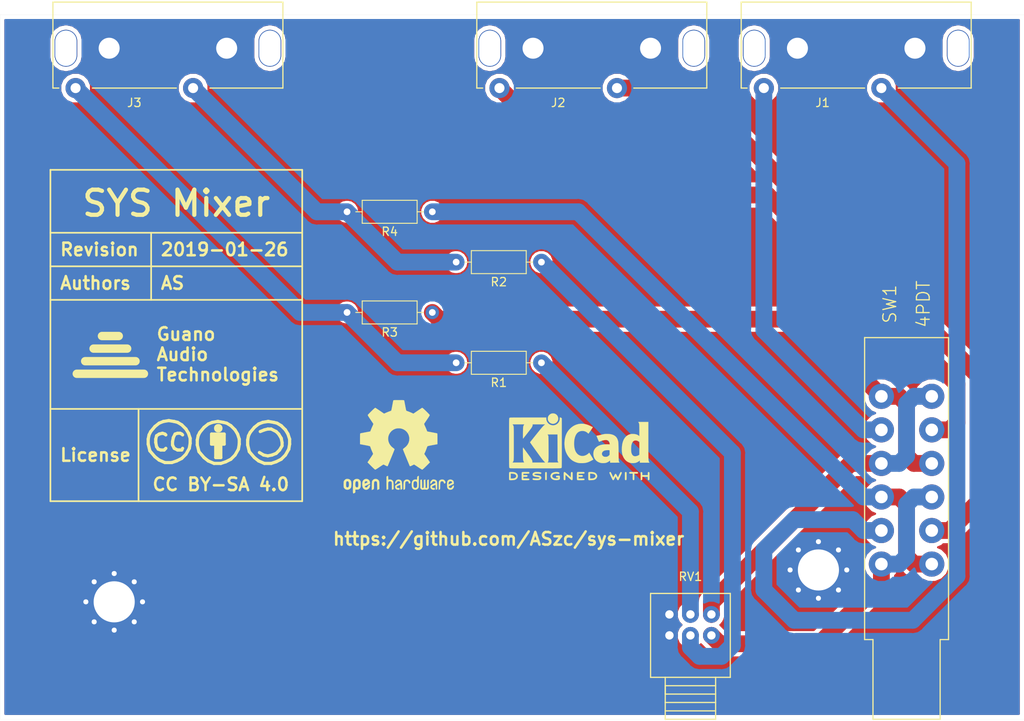
<source format=kicad_pcb>
(kicad_pcb (version 20171130) (host pcbnew 5.0.1)

  (general
    (thickness 1.6)
    (drawings 29)
    (tracks 83)
    (zones 0)
    (modules 16)
    (nets 14)
  )

  (page User 216.002 160.02)
  (title_block
    (title "SYS Mixer")
    (date 2019-01-26)
    (rev 0)
    (company "Guano Audio Technologies")
  )

  (layers
    (0 F.Cu signal)
    (31 B.Cu signal)
    (33 F.Adhes user)
    (35 F.Paste user)
    (36 B.SilkS user)
    (37 F.SilkS user)
    (38 B.Mask user)
    (39 F.Mask user)
    (40 Dwgs.User user)
    (41 Cmts.User user)
    (42 Eco1.User user)
    (43 Eco2.User user)
    (44 Edge.Cuts user)
    (45 Margin user)
    (46 B.CrtYd user)
    (47 F.CrtYd user)
    (49 F.Fab user)
  )

  (setup
    (last_trace_width 2)
    (trace_clearance 0.5)
    (zone_clearance 0.508)
    (zone_45_only no)
    (trace_min 2)
    (segment_width 0.2)
    (edge_width 0.15)
    (via_size 3)
    (via_drill 2)
    (via_min_size 0.4)
    (via_min_drill 0.3)
    (uvia_size 0.3)
    (uvia_drill 0.1)
    (uvias_allowed no)
    (uvia_min_size 0.2)
    (uvia_min_drill 0.1)
    (pcb_text_width 0.3)
    (pcb_text_size 1.5 1.5)
    (mod_edge_width 0.15)
    (mod_text_size 1 1)
    (mod_text_width 0.15)
    (pad_size 9 9)
    (pad_drill 4.9)
    (pad_to_mask_clearance 0.051)
    (solder_mask_min_width 0.25)
    (aux_axis_origin 0 0)
    (visible_elements FFFFFF7F)
    (pcbplotparams
      (layerselection 0x010fc_ffffffff)
      (usegerberextensions false)
      (usegerberattributes false)
      (usegerberadvancedattributes false)
      (creategerberjobfile false)
      (excludeedgelayer true)
      (linewidth 0.100000)
      (plotframeref false)
      (viasonmask false)
      (mode 1)
      (useauxorigin false)
      (hpglpennumber 1)
      (hpglpenspeed 20)
      (hpglpendiameter 15.000000)
      (psnegative false)
      (psa4output false)
      (plotreference true)
      (plotvalue true)
      (plotinvisibletext false)
      (padsonsilk false)
      (subtractmaskfromsilk false)
      (outputformat 1)
      (mirror false)
      (drillshape 1)
      (scaleselection 1)
      (outputdirectory ""))
  )

  (net 0 "")
  (net 1 "Net-(J1-Pad1)")
  (net 2 "Net-(J1-Pad2)")
  (net 3 "Net-(J2-Pad2)")
  (net 4 "Net-(J2-Pad1)")
  (net 5 "Net-(J3-Pad1)")
  (net 6 "Net-(J3-Pad2)")
  (net 7 "Net-(RV1-Pad3)")
  (net 8 "Net-(RV1-Pad6)")
  (net 9 "Net-(H1-Pad1)")
  (net 10 "Net-(R1-Pad1)")
  (net 11 "Net-(R2-Pad1)")
  (net 12 "Net-(R3-Pad1)")
  (net 13 "Net-(R4-Pad1)")

  (net_class Default "This is the default net class."
    (clearance 0.5)
    (trace_width 2)
    (via_dia 3)
    (via_drill 2)
    (uvia_dia 0.3)
    (uvia_drill 0.1)
    (diff_pair_gap 0.25)
    (diff_pair_width 3)
    (add_net "Net-(H1-Pad1)")
    (add_net "Net-(J1-Pad1)")
    (add_net "Net-(J1-Pad2)")
    (add_net "Net-(J2-Pad1)")
    (add_net "Net-(J2-Pad2)")
    (add_net "Net-(J3-Pad1)")
    (add_net "Net-(J3-Pad2)")
    (add_net "Net-(R1-Pad1)")
    (add_net "Net-(R2-Pad1)")
    (add_net "Net-(R3-Pad1)")
    (add_net "Net-(R4-Pad1)")
    (add_net "Net-(RV1-Pad3)")
    (add_net "Net-(RV1-Pad6)")
  )

  (module extra-footprints:MountingHole_4.9mm_Pad_Via (layer F.Cu) (tedit 5C3DFCC6) (tstamp 5C7919F7)
    (at 147.5 91.2)
    (descr "Mounting Hole 4.9mm")
    (tags "mounting hole 4.9mm")
    (path /5C4124B1)
    (attr virtual)
    (fp_text reference H2 (at 0 -5.5) (layer F.SilkS) hide
      (effects (font (size 1 1) (thickness 0.15)))
    )
    (fp_text value MountingHole_Pad (at 0 5.5) (layer F.Fab)
      (effects (font (size 1 1) (thickness 0.15)))
    )
    (fp_circle (center 0 0) (end 4.75 0) (layer F.CrtYd) (width 0.05))
    (fp_circle (center 0 0) (end 4.5 0) (layer Cmts.User) (width 0.15))
    (fp_text user %R (at 0.3 0) (layer F.Fab)
      (effects (font (size 1 1) (thickness 0.15)))
    )
    (pad 1 thru_hole circle (at 2.386485 -2.386485) (size 0.9 0.9) (drill 0.6) (layers *.Cu *.Mask)
      (net 9 "Net-(H1-Pad1)"))
    (pad 1 thru_hole circle (at 0 -3.375) (size 0.9 0.9) (drill 0.6) (layers *.Cu *.Mask)
      (net 9 "Net-(H1-Pad1)"))
    (pad 1 thru_hole circle (at -2.386485 -2.386485) (size 0.9 0.9) (drill 0.6) (layers *.Cu *.Mask)
      (net 9 "Net-(H1-Pad1)"))
    (pad 1 thru_hole circle (at -3.375 0) (size 0.9 0.9) (drill 0.6) (layers *.Cu *.Mask)
      (net 9 "Net-(H1-Pad1)"))
    (pad 1 thru_hole circle (at -2.386485 2.386485) (size 0.9 0.9) (drill 0.6) (layers *.Cu *.Mask)
      (net 9 "Net-(H1-Pad1)"))
    (pad 1 thru_hole circle (at 0 3.375) (size 0.9 0.9) (drill 0.6) (layers *.Cu *.Mask)
      (net 9 "Net-(H1-Pad1)"))
    (pad 1 thru_hole circle (at 2.386485 2.386485) (size 0.9 0.9) (drill 0.6) (layers *.Cu *.Mask)
      (net 9 "Net-(H1-Pad1)"))
    (pad 1 thru_hole circle (at 3.375 0) (size 0.9 0.9) (drill 0.6) (layers *.Cu *.Mask)
      (net 9 "Net-(H1-Pad1)"))
    (pad 1 thru_hole circle (at 0 0) (size 9 9) (drill 4.9) (layers *.Cu *.Mask)
      (net 9 "Net-(H1-Pad1)"))
  )

  (module extra-footprints:MountingHole_4.9mm_Pad_Via (layer F.Cu) (tedit 5C3DFCC6) (tstamp 5C791C79)
    (at 63.6 95)
    (descr "Mounting Hole 4.9mm")
    (tags "mounting hole 4.9mm")
    (path /5C412379)
    (attr virtual)
    (fp_text reference H1 (at 0 -5.5) (layer F.SilkS) hide
      (effects (font (size 1 1) (thickness 0.15)))
    )
    (fp_text value MountingHole_Pad (at 0 5.5) (layer F.Fab)
      (effects (font (size 1 1) (thickness 0.15)))
    )
    (fp_circle (center 0 0) (end 4.75 0) (layer F.CrtYd) (width 0.05))
    (fp_circle (center 0 0) (end 4.5 0) (layer Cmts.User) (width 0.15))
    (fp_text user %R (at 0.3 0) (layer F.Fab)
      (effects (font (size 1 1) (thickness 0.15)))
    )
    (pad 1 thru_hole circle (at 2.386485 -2.386485) (size 0.9 0.9) (drill 0.6) (layers *.Cu *.Mask)
      (net 9 "Net-(H1-Pad1)"))
    (pad 1 thru_hole circle (at 0 -3.375) (size 0.9 0.9) (drill 0.6) (layers *.Cu *.Mask)
      (net 9 "Net-(H1-Pad1)"))
    (pad 1 thru_hole circle (at -2.386485 -2.386485) (size 0.9 0.9) (drill 0.6) (layers *.Cu *.Mask)
      (net 9 "Net-(H1-Pad1)"))
    (pad 1 thru_hole circle (at -3.375 0) (size 0.9 0.9) (drill 0.6) (layers *.Cu *.Mask)
      (net 9 "Net-(H1-Pad1)"))
    (pad 1 thru_hole circle (at -2.386485 2.386485) (size 0.9 0.9) (drill 0.6) (layers *.Cu *.Mask)
      (net 9 "Net-(H1-Pad1)"))
    (pad 1 thru_hole circle (at 0 3.375) (size 0.9 0.9) (drill 0.6) (layers *.Cu *.Mask)
      (net 9 "Net-(H1-Pad1)"))
    (pad 1 thru_hole circle (at 2.386485 2.386485) (size 0.9 0.9) (drill 0.6) (layers *.Cu *.Mask)
      (net 9 "Net-(H1-Pad1)"))
    (pad 1 thru_hole circle (at 3.375 0) (size 0.9 0.9) (drill 0.6) (layers *.Cu *.Mask)
      (net 9 "Net-(H1-Pad1)"))
    (pad 1 thru_hole circle (at 0 0) (size 9 9) (drill 4.9) (layers *.Cu *.Mask)
      (net 9 "Net-(H1-Pad1)"))
  )

  (module extra-footprints:Coaxial-RCJ-2123 (layer F.Cu) (tedit 5C3D28C1) (tstamp 5C791EC5)
    (at 70 23.5)
    (path /5C3B6FC3)
    (fp_text reference J3 (at -4 12) (layer F.SilkS)
      (effects (font (size 1 1) (thickness 0.15)))
    )
    (fp_text value "RCA L&R" (at 0 1) (layer F.Fab)
      (effects (font (size 1 1) (thickness 0.15)))
    )
    (fp_line (start -13 10.25) (end -13.7 10.25) (layer F.SilkS) (width 0.15))
    (fp_line (start 5 10.25) (end 13.7 10.25) (layer F.SilkS) (width 0.15))
    (fp_line (start 1 10.25) (end -9 10.25) (layer F.SilkS) (width 0.15))
    (fp_line (start -13.7 0) (end -13.7 10.25) (layer F.SilkS) (width 0.15))
    (fp_line (start 13.7 0) (end 13.7 10.25) (layer F.SilkS) (width 0.15))
    (fp_line (start 13.7 0) (end -13.7 0) (layer F.SilkS) (width 0.15))
    (pad 2 thru_hole circle (at 3 10.25) (size 2.4 2.4) (drill 1.2) (layers *.Cu *.Mask)
      (net 6 "Net-(J3-Pad2)"))
    (pad 1 thru_hole circle (at -11 10.25) (size 2.4 2.4) (drill 1.2) (layers *.Cu *.Mask)
      (net 5 "Net-(J3-Pad1)"))
    (pad 3 thru_hole circle (at 7 5.5) (size 5 5) (drill 2.5) (layers *.Cu *.Mask)
      (net 9 "Net-(H1-Pad1)"))
    (pad 3 thru_hole circle (at -7 5.5) (size 5 5) (drill 2.5) (layers *.Cu *.Mask)
      (net 9 "Net-(H1-Pad1)"))
    (pad "" np_thru_hole oval (at 12.15 5.5) (size 2.7 4.4) (drill oval 2.5 4.2) (layers *.Cu *.Mask))
    (pad "" np_thru_hole oval (at -12.15 5.5) (size 2.7 4.4) (drill oval 2.5 4.2) (layers *.Cu *.Mask))
  )

  (module extra-footprints:4PDT-SPUN191400 (layer F.Cu) (tedit 5C3DF0AC) (tstamp 5C791976)
    (at 153 63.5 90)
    (path /5C3C1364)
    (fp_text reference SW1 (at 4 3 90) (layer F.SilkS)
      (effects (font (size 1.524 1.524) (thickness 0.15)))
    )
    (fp_text value 4PDT (at 4 7 90) (layer F.SilkS)
      (effects (font (size 1.524 1.524) (thickness 0.15)))
    )
    (fp_line (start 0 0) (end 0 10) (layer F.SilkS) (width 0.15))
    (fp_line (start -36 0) (end 0 0) (layer F.SilkS) (width 0.15))
    (fp_line (start 0 10) (end -36 10) (layer F.SilkS) (width 0.15))
    (fp_line (start -36 0) (end -36 1) (layer F.SilkS) (width 0.15))
    (fp_line (start -36 10) (end -36 9) (layer F.SilkS) (width 0.15))
    (fp_line (start -45.5 1) (end -36 1) (layer F.SilkS) (width 0.15))
    (fp_line (start -45.5 9) (end -36 9) (layer F.SilkS) (width 0.15))
    (fp_line (start -45.5 1) (end -45.5 9) (layer F.SilkS) (width 0.15))
    (fp_text user SPUN-194700 (at -7 -1 90) (layer F.Fab)
      (effects (font (size 1 1) (thickness 0.15)))
    )
    (pad 12 thru_hole circle (at -11 8 90) (size 3 3) (drill 1.5) (layers *.Cu *.Mask)
      (net 4 "Net-(J2-Pad1)"))
    (pad 11 thru_hole circle (at -7 8 90) (size 3 3) (drill 1.5) (layers *.Cu *.Mask)
      (net 8 "Net-(RV1-Pad6)"))
    (pad 5 thru_hole circle (at -7 2 90) (size 3 3) (drill 1.5) (layers *.Cu *.Mask)
      (net 12 "Net-(R3-Pad1)"))
    (pad 6 thru_hole circle (at -11 2 90) (size 3 3) (drill 1.5) (layers *.Cu *.Mask)
      (net 1 "Net-(J1-Pad1)"))
    (pad 8 thru_hole circle (at -19 8 90) (size 3 3) (drill 1.5) (layers *.Cu *.Mask)
      (net 7 "Net-(RV1-Pad3)"))
    (pad 10 thru_hole circle (at -15 8 90) (size 3 3) (drill 1.5) (layers *.Cu *.Mask)
      (net 12 "Net-(R3-Pad1)"))
    (pad 4 thru_hole circle (at -15 2 90) (size 3 3) (drill 1.5) (layers *.Cu *.Mask)
      (net 8 "Net-(RV1-Pad6)"))
    (pad 2 thru_hole circle (at -19 2 90) (size 3 3) (drill 1.5) (layers *.Cu *.Mask)
      (net 13 "Net-(R4-Pad1)"))
    (pad 9 thru_hole circle (at -23 8 90) (size 3 3) (drill 1.5) (layers *.Cu *.Mask)
      (net 3 "Net-(J2-Pad2)"))
    (pad 3 thru_hole circle (at -23 2 90) (size 3 3) (drill 1.5) (layers *.Cu *.Mask)
      (net 2 "Net-(J1-Pad2)"))
    (pad 1 thru_hole circle (at -27 2 90) (size 3 3) (drill 1.5) (layers *.Cu *.Mask)
      (net 7 "Net-(RV1-Pad3)"))
    (pad 7 thru_hole circle (at -27 8 90) (size 3 3) (drill 1.5) (layers *.Cu *.Mask)
      (net 13 "Net-(R4-Pad1)"))
  )

  (module extra-footprints:Coaxial-RCJ-2123 (layer F.Cu) (tedit 5C3D28C1) (tstamp 5C791E86)
    (at 120.5 23.5)
    (path /5C3B6E80)
    (fp_text reference J2 (at -4 12) (layer F.SilkS)
      (effects (font (size 1 1) (thickness 0.15)))
    )
    (fp_text value "RCA L&R" (at 0 1) (layer F.Fab)
      (effects (font (size 1 1) (thickness 0.15)))
    )
    (fp_line (start -13 10.25) (end -13.7 10.25) (layer F.SilkS) (width 0.15))
    (fp_line (start 5 10.25) (end 13.7 10.25) (layer F.SilkS) (width 0.15))
    (fp_line (start 1 10.25) (end -9 10.25) (layer F.SilkS) (width 0.15))
    (fp_line (start -13.7 0) (end -13.7 10.25) (layer F.SilkS) (width 0.15))
    (fp_line (start 13.7 0) (end 13.7 10.25) (layer F.SilkS) (width 0.15))
    (fp_line (start 13.7 0) (end -13.7 0) (layer F.SilkS) (width 0.15))
    (pad 2 thru_hole circle (at 3 10.25) (size 2.4 2.4) (drill 1.2) (layers *.Cu *.Mask)
      (net 3 "Net-(J2-Pad2)"))
    (pad 1 thru_hole circle (at -11 10.25) (size 2.4 2.4) (drill 1.2) (layers *.Cu *.Mask)
      (net 4 "Net-(J2-Pad1)"))
    (pad 3 thru_hole circle (at 7 5.5) (size 5 5) (drill 2.5) (layers *.Cu *.Mask)
      (net 9 "Net-(H1-Pad1)"))
    (pad 3 thru_hole circle (at -7 5.5) (size 5 5) (drill 2.5) (layers *.Cu *.Mask)
      (net 9 "Net-(H1-Pad1)"))
    (pad "" np_thru_hole oval (at 12.15 5.5) (size 2.7 4.4) (drill oval 2.5 4.2) (layers *.Cu *.Mask))
    (pad "" np_thru_hole oval (at -12.15 5.5) (size 2.7 4.4) (drill oval 2.5 4.2) (layers *.Cu *.Mask))
  )

  (module extra-footprints:Coaxial-RCJ-2123 (layer F.Cu) (tedit 5C3D28C1) (tstamp 5C7919BB)
    (at 152 23.5)
    (path /5C3B6710)
    (fp_text reference J1 (at -4 12) (layer F.SilkS)
      (effects (font (size 1 1) (thickness 0.15)))
    )
    (fp_text value "RCA L&R" (at 0 1) (layer F.Fab)
      (effects (font (size 1 1) (thickness 0.15)))
    )
    (fp_line (start -13 10.25) (end -13.7 10.25) (layer F.SilkS) (width 0.15))
    (fp_line (start 5 10.25) (end 13.7 10.25) (layer F.SilkS) (width 0.15))
    (fp_line (start 1 10.25) (end -9 10.25) (layer F.SilkS) (width 0.15))
    (fp_line (start -13.7 0) (end -13.7 10.25) (layer F.SilkS) (width 0.15))
    (fp_line (start 13.7 0) (end 13.7 10.25) (layer F.SilkS) (width 0.15))
    (fp_line (start 13.7 0) (end -13.7 0) (layer F.SilkS) (width 0.15))
    (pad 2 thru_hole circle (at 3 10.25) (size 2.4 2.4) (drill 1.2) (layers *.Cu *.Mask)
      (net 2 "Net-(J1-Pad2)"))
    (pad 1 thru_hole circle (at -11 10.25) (size 2.4 2.4) (drill 1.2) (layers *.Cu *.Mask)
      (net 1 "Net-(J1-Pad1)"))
    (pad 3 thru_hole circle (at 7 5.5) (size 5 5) (drill 2.5) (layers *.Cu *.Mask)
      (net 9 "Net-(H1-Pad1)"))
    (pad 3 thru_hole circle (at -7 5.5) (size 5 5) (drill 2.5) (layers *.Cu *.Mask)
      (net 9 "Net-(H1-Pad1)"))
    (pad "" np_thru_hole oval (at 12.15 5.5) (size 2.7 4.4) (drill oval 2.5 4.2) (layers *.Cu *.Mask))
    (pad "" np_thru_hole oval (at -12.15 5.5) (size 2.7 4.4) (drill oval 2.5 4.2) (layers *.Cu *.Mask))
  )

  (module Resistor_THT:R_Axial_DIN0207_L6.3mm_D2.5mm_P10.16mm_Horizontal (layer F.Cu) (tedit 5AE5139B) (tstamp 5C791F0B)
    (at 114.5 66.5 180)
    (descr "Resistor, Axial_DIN0207 series, Axial, Horizontal, pin pitch=10.16mm, 0.25W = 1/4W, length*diameter=6.3*2.5mm^2, http://cdn-reichelt.de/documents/datenblatt/B400/1_4W%23YAG.pdf")
    (tags "Resistor Axial_DIN0207 series Axial Horizontal pin pitch 10.16mm 0.25W = 1/4W length 6.3mm diameter 2.5mm")
    (path /5C3BB7F1)
    (fp_text reference R1 (at 5.08 -2.37 180) (layer F.SilkS)
      (effects (font (size 1 1) (thickness 0.15)))
    )
    (fp_text value 10K (at 5.08 2.37 180) (layer F.Fab)
      (effects (font (size 1 1) (thickness 0.15)))
    )
    (fp_text user %R (at 5.08 0 180) (layer F.Fab)
      (effects (font (size 1 1) (thickness 0.15)))
    )
    (fp_line (start 11.21 -1.5) (end -1.05 -1.5) (layer F.CrtYd) (width 0.05))
    (fp_line (start 11.21 1.5) (end 11.21 -1.5) (layer F.CrtYd) (width 0.05))
    (fp_line (start -1.05 1.5) (end 11.21 1.5) (layer F.CrtYd) (width 0.05))
    (fp_line (start -1.05 -1.5) (end -1.05 1.5) (layer F.CrtYd) (width 0.05))
    (fp_line (start 9.12 0) (end 8.35 0) (layer F.SilkS) (width 0.12))
    (fp_line (start 1.04 0) (end 1.81 0) (layer F.SilkS) (width 0.12))
    (fp_line (start 8.35 -1.37) (end 1.81 -1.37) (layer F.SilkS) (width 0.12))
    (fp_line (start 8.35 1.37) (end 8.35 -1.37) (layer F.SilkS) (width 0.12))
    (fp_line (start 1.81 1.37) (end 8.35 1.37) (layer F.SilkS) (width 0.12))
    (fp_line (start 1.81 -1.37) (end 1.81 1.37) (layer F.SilkS) (width 0.12))
    (fp_line (start 10.16 0) (end 8.23 0) (layer F.Fab) (width 0.1))
    (fp_line (start 0 0) (end 1.93 0) (layer F.Fab) (width 0.1))
    (fp_line (start 8.23 -1.25) (end 1.93 -1.25) (layer F.Fab) (width 0.1))
    (fp_line (start 8.23 1.25) (end 8.23 -1.25) (layer F.Fab) (width 0.1))
    (fp_line (start 1.93 1.25) (end 8.23 1.25) (layer F.Fab) (width 0.1))
    (fp_line (start 1.93 -1.25) (end 1.93 1.25) (layer F.Fab) (width 0.1))
    (pad 2 thru_hole oval (at 10.16 0 180) (size 1.6 1.6) (drill 0.8) (layers *.Cu *.Mask)
      (net 5 "Net-(J3-Pad1)"))
    (pad 1 thru_hole circle (at 0 0 180) (size 1.6 1.6) (drill 0.8) (layers *.Cu *.Mask)
      (net 10 "Net-(R1-Pad1)"))
    (model ${KISYS3DMOD}/Resistor_THT.3dshapes/R_Axial_DIN0207_L6.3mm_D2.5mm_P10.16mm_Horizontal.wrl
      (at (xyz 0 0 0))
      (scale (xyz 1 1 1))
      (rotate (xyz 0 0 0))
    )
  )

  (module Resistor_THT:R_Axial_DIN0207_L6.3mm_D2.5mm_P10.16mm_Horizontal (layer F.Cu) (tedit 5AE5139B) (tstamp 5C791B30)
    (at 114.5 54.5 180)
    (descr "Resistor, Axial_DIN0207 series, Axial, Horizontal, pin pitch=10.16mm, 0.25W = 1/4W, length*diameter=6.3*2.5mm^2, http://cdn-reichelt.de/documents/datenblatt/B400/1_4W%23YAG.pdf")
    (tags "Resistor Axial_DIN0207 series Axial Horizontal pin pitch 10.16mm 0.25W = 1/4W length 6.3mm diameter 2.5mm")
    (path /5C3BB760)
    (fp_text reference R2 (at 5.08 -2.37 180) (layer F.SilkS)
      (effects (font (size 1 1) (thickness 0.15)))
    )
    (fp_text value 10K (at 5.08 2.37 180) (layer F.Fab)
      (effects (font (size 1 1) (thickness 0.15)))
    )
    (fp_text user %R (at 5.08 0 180) (layer F.Fab)
      (effects (font (size 1 1) (thickness 0.15)))
    )
    (fp_line (start 11.21 -1.5) (end -1.05 -1.5) (layer F.CrtYd) (width 0.05))
    (fp_line (start 11.21 1.5) (end 11.21 -1.5) (layer F.CrtYd) (width 0.05))
    (fp_line (start -1.05 1.5) (end 11.21 1.5) (layer F.CrtYd) (width 0.05))
    (fp_line (start -1.05 -1.5) (end -1.05 1.5) (layer F.CrtYd) (width 0.05))
    (fp_line (start 9.12 0) (end 8.35 0) (layer F.SilkS) (width 0.12))
    (fp_line (start 1.04 0) (end 1.81 0) (layer F.SilkS) (width 0.12))
    (fp_line (start 8.35 -1.37) (end 1.81 -1.37) (layer F.SilkS) (width 0.12))
    (fp_line (start 8.35 1.37) (end 8.35 -1.37) (layer F.SilkS) (width 0.12))
    (fp_line (start 1.81 1.37) (end 8.35 1.37) (layer F.SilkS) (width 0.12))
    (fp_line (start 1.81 -1.37) (end 1.81 1.37) (layer F.SilkS) (width 0.12))
    (fp_line (start 10.16 0) (end 8.23 0) (layer F.Fab) (width 0.1))
    (fp_line (start 0 0) (end 1.93 0) (layer F.Fab) (width 0.1))
    (fp_line (start 8.23 -1.25) (end 1.93 -1.25) (layer F.Fab) (width 0.1))
    (fp_line (start 8.23 1.25) (end 8.23 -1.25) (layer F.Fab) (width 0.1))
    (fp_line (start 1.93 1.25) (end 8.23 1.25) (layer F.Fab) (width 0.1))
    (fp_line (start 1.93 -1.25) (end 1.93 1.25) (layer F.Fab) (width 0.1))
    (pad 2 thru_hole oval (at 10.16 0 180) (size 1.6 1.6) (drill 0.8) (layers *.Cu *.Mask)
      (net 6 "Net-(J3-Pad2)"))
    (pad 1 thru_hole circle (at 0 0 180) (size 1.6 1.6) (drill 0.8) (layers *.Cu *.Mask)
      (net 11 "Net-(R2-Pad1)"))
    (model ${KISYS3DMOD}/Resistor_THT.3dshapes/R_Axial_DIN0207_L6.3mm_D2.5mm_P10.16mm_Horizontal.wrl
      (at (xyz 0 0 0))
      (scale (xyz 1 1 1))
      (rotate (xyz 0 0 0))
    )
  )

  (module Resistor_THT:R_Axial_DIN0207_L6.3mm_D2.5mm_P10.16mm_Horizontal (layer F.Cu) (tedit 5AE5139B) (tstamp 5C791C14)
    (at 101.5 60.5 180)
    (descr "Resistor, Axial_DIN0207 series, Axial, Horizontal, pin pitch=10.16mm, 0.25W = 1/4W, length*diameter=6.3*2.5mm^2, http://cdn-reichelt.de/documents/datenblatt/B400/1_4W%23YAG.pdf")
    (tags "Resistor Axial_DIN0207 series Axial Horizontal pin pitch 10.16mm 0.25W = 1/4W length 6.3mm diameter 2.5mm")
    (path /5C3BBBA4)
    (fp_text reference R3 (at 5.08 -2.37 180) (layer F.SilkS)
      (effects (font (size 1 1) (thickness 0.15)))
    )
    (fp_text value 10K (at 5.08 2.37 180) (layer F.Fab)
      (effects (font (size 1 1) (thickness 0.15)))
    )
    (fp_text user %R (at 5.08 0 180) (layer F.Fab)
      (effects (font (size 1 1) (thickness 0.15)))
    )
    (fp_line (start 11.21 -1.5) (end -1.05 -1.5) (layer F.CrtYd) (width 0.05))
    (fp_line (start 11.21 1.5) (end 11.21 -1.5) (layer F.CrtYd) (width 0.05))
    (fp_line (start -1.05 1.5) (end 11.21 1.5) (layer F.CrtYd) (width 0.05))
    (fp_line (start -1.05 -1.5) (end -1.05 1.5) (layer F.CrtYd) (width 0.05))
    (fp_line (start 9.12 0) (end 8.35 0) (layer F.SilkS) (width 0.12))
    (fp_line (start 1.04 0) (end 1.81 0) (layer F.SilkS) (width 0.12))
    (fp_line (start 8.35 -1.37) (end 1.81 -1.37) (layer F.SilkS) (width 0.12))
    (fp_line (start 8.35 1.37) (end 8.35 -1.37) (layer F.SilkS) (width 0.12))
    (fp_line (start 1.81 1.37) (end 8.35 1.37) (layer F.SilkS) (width 0.12))
    (fp_line (start 1.81 -1.37) (end 1.81 1.37) (layer F.SilkS) (width 0.12))
    (fp_line (start 10.16 0) (end 8.23 0) (layer F.Fab) (width 0.1))
    (fp_line (start 0 0) (end 1.93 0) (layer F.Fab) (width 0.1))
    (fp_line (start 8.23 -1.25) (end 1.93 -1.25) (layer F.Fab) (width 0.1))
    (fp_line (start 8.23 1.25) (end 8.23 -1.25) (layer F.Fab) (width 0.1))
    (fp_line (start 1.93 1.25) (end 8.23 1.25) (layer F.Fab) (width 0.1))
    (fp_line (start 1.93 -1.25) (end 1.93 1.25) (layer F.Fab) (width 0.1))
    (pad 2 thru_hole oval (at 10.16 0 180) (size 1.6 1.6) (drill 0.8) (layers *.Cu *.Mask)
      (net 5 "Net-(J3-Pad1)"))
    (pad 1 thru_hole circle (at 0 0 180) (size 1.6 1.6) (drill 0.8) (layers *.Cu *.Mask)
      (net 12 "Net-(R3-Pad1)"))
    (model ${KISYS3DMOD}/Resistor_THT.3dshapes/R_Axial_DIN0207_L6.3mm_D2.5mm_P10.16mm_Horizontal.wrl
      (at (xyz 0 0 0))
      (scale (xyz 1 1 1))
      (rotate (xyz 0 0 0))
    )
  )

  (module Resistor_THT:R_Axial_DIN0207_L6.3mm_D2.5mm_P10.16mm_Horizontal (layer F.Cu) (tedit 5AE5139B) (tstamp 5C791E3C)
    (at 101.5 48.5 180)
    (descr "Resistor, Axial_DIN0207 series, Axial, Horizontal, pin pitch=10.16mm, 0.25W = 1/4W, length*diameter=6.3*2.5mm^2, http://cdn-reichelt.de/documents/datenblatt/B400/1_4W%23YAG.pdf")
    (tags "Resistor Axial_DIN0207 series Axial Horizontal pin pitch 10.16mm 0.25W = 1/4W length 6.3mm diameter 2.5mm")
    (path /5C3BBB9D)
    (fp_text reference R4 (at 5.08 -2.37 180) (layer F.SilkS)
      (effects (font (size 1 1) (thickness 0.15)))
    )
    (fp_text value 10K (at 5.08 2.37 180) (layer F.Fab)
      (effects (font (size 1 1) (thickness 0.15)))
    )
    (fp_text user %R (at 5.08 0 180) (layer F.Fab)
      (effects (font (size 1 1) (thickness 0.15)))
    )
    (fp_line (start 11.21 -1.5) (end -1.05 -1.5) (layer F.CrtYd) (width 0.05))
    (fp_line (start 11.21 1.5) (end 11.21 -1.5) (layer F.CrtYd) (width 0.05))
    (fp_line (start -1.05 1.5) (end 11.21 1.5) (layer F.CrtYd) (width 0.05))
    (fp_line (start -1.05 -1.5) (end -1.05 1.5) (layer F.CrtYd) (width 0.05))
    (fp_line (start 9.12 0) (end 8.35 0) (layer F.SilkS) (width 0.12))
    (fp_line (start 1.04 0) (end 1.81 0) (layer F.SilkS) (width 0.12))
    (fp_line (start 8.35 -1.37) (end 1.81 -1.37) (layer F.SilkS) (width 0.12))
    (fp_line (start 8.35 1.37) (end 8.35 -1.37) (layer F.SilkS) (width 0.12))
    (fp_line (start 1.81 1.37) (end 8.35 1.37) (layer F.SilkS) (width 0.12))
    (fp_line (start 1.81 -1.37) (end 1.81 1.37) (layer F.SilkS) (width 0.12))
    (fp_line (start 10.16 0) (end 8.23 0) (layer F.Fab) (width 0.1))
    (fp_line (start 0 0) (end 1.93 0) (layer F.Fab) (width 0.1))
    (fp_line (start 8.23 -1.25) (end 1.93 -1.25) (layer F.Fab) (width 0.1))
    (fp_line (start 8.23 1.25) (end 8.23 -1.25) (layer F.Fab) (width 0.1))
    (fp_line (start 1.93 1.25) (end 8.23 1.25) (layer F.Fab) (width 0.1))
    (fp_line (start 1.93 -1.25) (end 1.93 1.25) (layer F.Fab) (width 0.1))
    (pad 2 thru_hole oval (at 10.16 0 180) (size 1.6 1.6) (drill 0.8) (layers *.Cu *.Mask)
      (net 6 "Net-(J3-Pad2)"))
    (pad 1 thru_hole circle (at 0 0 180) (size 1.6 1.6) (drill 0.8) (layers *.Cu *.Mask)
      (net 13 "Net-(R4-Pad1)"))
    (model ${KISYS3DMOD}/Resistor_THT.3dshapes/R_Axial_DIN0207_L6.3mm_D2.5mm_P10.16mm_Horizontal.wrl
      (at (xyz 0 0 0))
      (scale (xyz 1 1 1))
      (rotate (xyz 0 0 0))
    )
  )

  (module extra-footprints:POT-RK09712200MC (layer F.Cu) (tedit 5C3D1EE5) (tstamp 5C791DF9)
    (at 132.25 109 180)
    (path /5C3BC3EF)
    (fp_text reference RV1 (at 0 17 180) (layer F.SilkS)
      (effects (font (size 1 1) (thickness 0.15)))
    )
    (fp_text value 10K (at 0 7 180) (layer F.Fab)
      (effects (font (size 1 1) (thickness 0.15)))
    )
    (fp_line (start 4.75 15) (end -4.75 15) (layer F.SilkS) (width 0.15))
    (fp_line (start -4.75 15) (end -4.75 5) (layer F.SilkS) (width 0.15))
    (fp_line (start 4.75 5) (end 4.75 15) (layer F.SilkS) (width 0.15))
    (fp_line (start 4.75 5) (end -4.75 5) (layer F.SilkS) (width 0.15))
    (fp_line (start -3 5) (end -3 0) (layer F.SilkS) (width 0.15))
    (fp_line (start -3 0) (end 3 0) (layer F.SilkS) (width 0.15))
    (fp_line (start 3 0) (end 3 5) (layer F.SilkS) (width 0.15))
    (fp_line (start -3 4) (end 3 4) (layer F.SilkS) (width 0.15))
    (fp_line (start 3 4) (end 3 3) (layer F.SilkS) (width 0.15))
    (fp_line (start 3 3) (end -3 3) (layer F.SilkS) (width 0.15))
    (fp_line (start -3 2) (end 3 2) (layer F.SilkS) (width 0.15))
    (fp_line (start 3 1) (end -3 1) (layer F.SilkS) (width 0.15))
    (pad 3 thru_hole circle (at -2.5 10 180) (size 2 2) (drill 1) (layers *.Cu *.Mask)
      (net 7 "Net-(RV1-Pad3)"))
    (pad 2 thru_hole circle (at 0 10 180) (size 2 2) (drill 1) (layers *.Cu *.Mask)
      (net 11 "Net-(R2-Pad1)"))
    (pad 1 thru_hole circle (at 2.5 10 180) (size 2 2) (drill 1) (layers *.Cu *.Mask)
      (net 9 "Net-(H1-Pad1)"))
    (pad 6 thru_hole circle (at -2.5 12.5 180) (size 2 2) (drill 1) (layers *.Cu *.Mask)
      (net 8 "Net-(RV1-Pad6)"))
    (pad 5 thru_hole circle (at 0 12.5 180) (size 2 2) (drill 1) (layers *.Cu *.Mask)
      (net 10 "Net-(R1-Pad1)"))
    (pad 4 thru_hole circle (at 2.5 12.5 180) (size 2 2) (drill 1) (layers *.Cu *.Mask)
      (net 9 "Net-(H1-Pad1)"))
  )

  (module Symbol:OSHW-Logo2_14.6x12mm_SilkScreen (layer F.Cu) (tedit 0) (tstamp 5C59E3E1)
    (at 97.5 76.5)
    (descr "Open Source Hardware Symbol")
    (tags "Logo Symbol OSHW")
    (attr virtual)
    (fp_text reference REF** (at 0 0) (layer F.SilkS) hide
      (effects (font (size 1 1) (thickness 0.15)))
    )
    (fp_text value OSHW-Logo2_14.6x12mm_SilkScreen (at 0.75 0) (layer F.Fab) hide
      (effects (font (size 1 1) (thickness 0.15)))
    )
    (fp_poly (pts (xy 0.209014 -5.547002) (xy 0.367006 -5.546137) (xy 0.481347 -5.543795) (xy 0.559407 -5.539238)
      (xy 0.608554 -5.53173) (xy 0.636159 -5.520534) (xy 0.649592 -5.504912) (xy 0.656221 -5.484127)
      (xy 0.656865 -5.481437) (xy 0.666935 -5.432887) (xy 0.685575 -5.337095) (xy 0.710845 -5.204257)
      (xy 0.740807 -5.044569) (xy 0.773522 -4.868226) (xy 0.774664 -4.862033) (xy 0.807433 -4.689218)
      (xy 0.838093 -4.536531) (xy 0.864664 -4.413129) (xy 0.885167 -4.328169) (xy 0.897626 -4.29081)
      (xy 0.89822 -4.290148) (xy 0.934919 -4.271905) (xy 1.010586 -4.241503) (xy 1.108878 -4.205507)
      (xy 1.109425 -4.205315) (xy 1.233233 -4.158778) (xy 1.379196 -4.099496) (xy 1.516781 -4.039891)
      (xy 1.523293 -4.036944) (xy 1.74739 -3.935235) (xy 2.243619 -4.274103) (xy 2.395846 -4.377408)
      (xy 2.533741 -4.469763) (xy 2.649315 -4.545916) (xy 2.734579 -4.600615) (xy 2.781544 -4.628607)
      (xy 2.786004 -4.630683) (xy 2.820134 -4.62144) (xy 2.883881 -4.576844) (xy 2.979731 -4.494791)
      (xy 3.110169 -4.373179) (xy 3.243328 -4.243795) (xy 3.371694 -4.116298) (xy 3.486581 -3.999954)
      (xy 3.581073 -3.901948) (xy 3.648253 -3.829464) (xy 3.681206 -3.789687) (xy 3.682432 -3.787639)
      (xy 3.686074 -3.760344) (xy 3.67235 -3.715766) (xy 3.637869 -3.647888) (xy 3.579239 -3.550689)
      (xy 3.49307 -3.418149) (xy 3.3782 -3.247524) (xy 3.276254 -3.097345) (xy 3.185123 -2.96265)
      (xy 3.110073 -2.85126) (xy 3.056369 -2.770995) (xy 3.02928 -2.729675) (xy 3.027574 -2.72687)
      (xy 3.030882 -2.687279) (xy 3.055953 -2.610331) (xy 3.097798 -2.510568) (xy 3.112712 -2.478709)
      (xy 3.177786 -2.336774) (xy 3.247212 -2.175727) (xy 3.303609 -2.036379) (xy 3.344247 -1.932956)
      (xy 3.376526 -1.854358) (xy 3.395178 -1.81328) (xy 3.397497 -1.810115) (xy 3.431803 -1.804872)
      (xy 3.512669 -1.790506) (xy 3.629343 -1.769063) (xy 3.771075 -1.742587) (xy 3.92711 -1.713123)
      (xy 4.086698 -1.682717) (xy 4.239085 -1.653412) (xy 4.373521 -1.627255) (xy 4.479252 -1.60629)
      (xy 4.545526 -1.592561) (xy 4.561782 -1.58868) (xy 4.578573 -1.5791) (xy 4.591249 -1.557464)
      (xy 4.600378 -1.516469) (xy 4.606531 -1.448811) (xy 4.61028 -1.347188) (xy 4.612192 -1.204297)
      (xy 4.61284 -1.012835) (xy 4.612874 -0.934355) (xy 4.612874 -0.296094) (xy 4.459598 -0.26584)
      (xy 4.374322 -0.249436) (xy 4.24707 -0.225491) (xy 4.093315 -0.196893) (xy 3.928534 -0.166533)
      (xy 3.882989 -0.158194) (xy 3.730932 -0.12863) (xy 3.598468 -0.099558) (xy 3.496714 -0.073671)
      (xy 3.436788 -0.053663) (xy 3.426805 -0.047699) (xy 3.402293 -0.005466) (xy 3.367148 0.07637)
      (xy 3.328173 0.181683) (xy 3.320442 0.204368) (xy 3.26936 0.345018) (xy 3.205954 0.503714)
      (xy 3.143904 0.646225) (xy 3.143598 0.646886) (xy 3.040267 0.87044) (xy 3.719961 1.870232)
      (xy 3.283621 2.3073) (xy 3.151649 2.437381) (xy 3.031279 2.552048) (xy 2.929273 2.645181)
      (xy 2.852391 2.710658) (xy 2.807393 2.742357) (xy 2.800938 2.744368) (xy 2.76304 2.728529)
      (xy 2.685708 2.684496) (xy 2.577389 2.61749) (xy 2.446532 2.532734) (xy 2.305052 2.437816)
      (xy 2.161461 2.340998) (xy 2.033435 2.256751) (xy 1.929105 2.190258) (xy 1.8566 2.146702)
      (xy 1.824158 2.131264) (xy 1.784576 2.144328) (xy 1.709519 2.17875) (xy 1.614468 2.22738)
      (xy 1.604392 2.232785) (xy 1.476391 2.29698) (xy 1.388618 2.328463) (xy 1.334028 2.328798)
      (xy 1.305575 2.299548) (xy 1.30541 2.299138) (xy 1.291188 2.264498) (xy 1.257269 2.182269)
      (xy 1.206284 2.058814) (xy 1.140862 1.900498) (xy 1.063634 1.713686) (xy 0.977229 1.504742)
      (xy 0.893551 1.302446) (xy 0.801588 1.0792) (xy 0.71715 0.872392) (xy 0.642769 0.688362)
      (xy 0.580974 0.533451) (xy 0.534297 0.413996) (xy 0.505268 0.336339) (xy 0.496322 0.307356)
      (xy 0.518756 0.27411) (xy 0.577439 0.221123) (xy 0.655689 0.162704) (xy 0.878534 -0.022048)
      (xy 1.052718 -0.233818) (xy 1.176154 -0.468144) (xy 1.246754 -0.720566) (xy 1.262431 -0.986623)
      (xy 1.251036 -1.109425) (xy 1.18895 -1.364207) (xy 1.082023 -1.589199) (xy 0.936889 -1.782183)
      (xy 0.760178 -1.940939) (xy 0.558522 -2.06325) (xy 0.338554 -2.146895) (xy 0.106906 -2.189656)
      (xy -0.129791 -2.189313) (xy -0.364905 -2.143648) (xy -0.591804 -2.050441) (xy -0.803856 -1.907473)
      (xy -0.892364 -1.826617) (xy -1.062111 -1.618993) (xy -1.180301 -1.392105) (xy -1.247722 -1.152567)
      (xy -1.26516 -0.906993) (xy -1.233402 -0.661997) (xy -1.153235 -0.424192) (xy -1.025445 -0.200193)
      (xy -0.85082 0.003387) (xy -0.655688 0.162704) (xy -0.574409 0.223602) (xy -0.516991 0.276015)
      (xy -0.496322 0.307406) (xy -0.507144 0.341639) (xy -0.537923 0.423419) (xy -0.586126 0.546407)
      (xy -0.649222 0.704263) (xy -0.724678 0.890649) (xy -0.809962 1.099226) (xy -0.893781 1.302496)
      (xy -0.986255 1.525933) (xy -1.071911 1.732984) (xy -1.148118 1.917286) (xy -1.212247 2.072475)
      (xy -1.261668 2.192188) (xy -1.293752 2.270061) (xy -1.305641 2.299138) (xy -1.333726 2.328677)
      (xy -1.388051 2.328591) (xy -1.475605 2.297326) (xy -1.603381 2.233329) (xy -1.604392 2.232785)
      (xy -1.700598 2.183121) (xy -1.778369 2.146945) (xy -1.822223 2.131408) (xy -1.824158 2.131264)
      (xy -1.857171 2.147024) (xy -1.930054 2.19085) (xy -2.034678 2.257557) (xy -2.16291 2.341964)
      (xy -2.305052 2.437816) (xy -2.449767 2.534867) (xy -2.580196 2.61927) (xy -2.68789 2.685801)
      (xy -2.764402 2.729238) (xy -2.800938 2.744368) (xy -2.834582 2.724482) (xy -2.902224 2.668903)
      (xy -2.997107 2.583754) (xy -3.11247 2.475153) (xy -3.241555 2.349221) (xy -3.283771 2.307149)
      (xy -3.720261 1.869931) (xy -3.388023 1.38234) (xy -3.287054 1.232605) (xy -3.198438 1.09822)
      (xy -3.127146 0.986969) (xy -3.07815 0.906639) (xy -3.056422 0.865014) (xy -3.055785 0.862053)
      (xy -3.06724 0.822818) (xy -3.098051 0.743895) (xy -3.142884 0.638509) (xy -3.174353 0.567954)
      (xy -3.233192 0.432876) (xy -3.288604 0.296409) (xy -3.331564 0.181103) (xy -3.343234 0.145977)
      (xy -3.376389 0.052174) (xy -3.408799 -0.020306) (xy -3.426601 -0.047699) (xy -3.465886 -0.064464)
      (xy -3.551626 -0.08823) (xy -3.672697 -0.116303) (xy -3.817973 -0.145991) (xy -3.882988 -0.158194)
      (xy -4.048087 -0.188532) (xy -4.206448 -0.217907) (xy -4.342596 -0.243431) (xy -4.441057 -0.262215)
      (xy -4.459598 -0.26584) (xy -4.612873 -0.296094) (xy -4.612873 -0.934355) (xy -4.612529 -1.14423)
      (xy -4.611116 -1.30302) (xy -4.608064 -1.418027) (xy -4.602803 -1.496554) (xy -4.594763 -1.545904)
      (xy -4.583373 -1.573381) (xy -4.568063 -1.586287) (xy -4.561782 -1.58868) (xy -4.523896 -1.597167)
      (xy -4.440195 -1.6141) (xy -4.321433 -1.637434) (xy -4.178361 -1.665125) (xy -4.021732 -1.695127)
      (xy -3.862297 -1.725396) (xy -3.710809 -1.753885) (xy -3.578019 -1.778551) (xy -3.474681 -1.797349)
      (xy -3.411545 -1.808233) (xy -3.397497 -1.810115) (xy -3.38477 -1.835296) (xy -3.3566 -1.902378)
      (xy -3.318252 -1.998667) (xy -3.303609 -2.036379) (xy -3.244548 -2.182079) (xy -3.175 -2.343049)
      (xy -3.112712 -2.478709) (xy -3.066879 -2.582439) (xy -3.036387 -2.667674) (xy -3.026208 -2.719874)
      (xy -3.027831 -2.72687) (xy -3.049343 -2.759898) (xy -3.098465 -2.833357) (xy -3.169923 -2.939423)
      (xy -3.258445 -3.070274) (xy -3.358759 -3.218088) (xy -3.378594 -3.247266) (xy -3.494988 -3.420137)
      (xy -3.580548 -3.551774) (xy -3.638684 -3.648239) (xy -3.672808 -3.715592) (xy -3.686331 -3.759894)
      (xy -3.682664 -3.787206) (xy -3.68257 -3.78738) (xy -3.653707 -3.823254) (xy -3.589867 -3.892609)
      (xy -3.497969 -3.988255) (xy -3.384933 -4.103001) (xy -3.257679 -4.229659) (xy -3.243328 -4.243795)
      (xy -3.082957 -4.399097) (xy -2.959195 -4.51313) (xy -2.869555 -4.587998) (xy -2.811552 -4.625804)
      (xy -2.786004 -4.630683) (xy -2.748718 -4.609397) (xy -2.671343 -4.560227) (xy -2.561867 -4.488425)
      (xy -2.42828 -4.399245) (xy -2.27857 -4.297937) (xy -2.243618 -4.274103) (xy -1.74739 -3.935235)
      (xy -1.523293 -4.036944) (xy -1.387011 -4.096217) (xy -1.240724 -4.15583) (xy -1.114965 -4.20336)
      (xy -1.109425 -4.205315) (xy -1.011057 -4.241323) (xy -0.935229 -4.271771) (xy -0.898282 -4.290095)
      (xy -0.89822 -4.290148) (xy -0.886496 -4.323271) (xy -0.866568 -4.404733) (xy -0.840413 -4.525375)
      (xy -0.81001 -4.676041) (xy -0.777337 -4.847572) (xy -0.774664 -4.862033) (xy -0.74189 -5.038765)
      (xy -0.711802 -5.19919) (xy -0.686339 -5.333112) (xy -0.667441 -5.430337) (xy -0.657047 -5.480668)
      (xy -0.656865 -5.481437) (xy -0.650539 -5.502847) (xy -0.638239 -5.519012) (xy -0.612594 -5.530669)
      (xy -0.566235 -5.538555) (xy -0.491792 -5.543407) (xy -0.381895 -5.545961) (xy -0.229175 -5.546955)
      (xy -0.026262 -5.547126) (xy 0 -5.547126) (xy 0.209014 -5.547002)) (layer F.SilkS) (width 0.01))
    (fp_poly (pts (xy 6.343439 3.95654) (xy 6.45895 4.032034) (xy 6.514664 4.099617) (xy 6.558804 4.222255)
      (xy 6.562309 4.319298) (xy 6.554368 4.449056) (xy 6.255115 4.580039) (xy 6.109611 4.646958)
      (xy 6.014537 4.70079) (xy 5.965101 4.747416) (xy 5.956511 4.79272) (xy 5.983972 4.842582)
      (xy 6.014253 4.875632) (xy 6.102363 4.928633) (xy 6.198196 4.932347) (xy 6.286212 4.891041)
      (xy 6.350869 4.808983) (xy 6.362433 4.780008) (xy 6.417825 4.689509) (xy 6.481553 4.65094)
      (xy 6.568966 4.617946) (xy 6.568966 4.743034) (xy 6.561238 4.828156) (xy 6.530966 4.899938)
      (xy 6.467518 4.982356) (xy 6.458088 4.993066) (xy 6.387513 5.066391) (xy 6.326847 5.105742)
      (xy 6.25095 5.123845) (xy 6.18803 5.129774) (xy 6.075487 5.131251) (xy 5.99537 5.112535)
      (xy 5.94539 5.084747) (xy 5.866838 5.023641) (xy 5.812463 4.957554) (xy 5.778052 4.874441)
      (xy 5.759388 4.762254) (xy 5.752256 4.608946) (xy 5.751687 4.531136) (xy 5.753622 4.437853)
      (xy 5.929899 4.437853) (xy 5.931944 4.487896) (xy 5.937039 4.496092) (xy 5.970666 4.484958)
      (xy 6.04303 4.455493) (xy 6.139747 4.413601) (xy 6.159973 4.404597) (xy 6.282203 4.342442)
      (xy 6.349547 4.287815) (xy 6.364348 4.236649) (xy 6.328947 4.184876) (xy 6.299711 4.162)
      (xy 6.194216 4.11625) (xy 6.095476 4.123808) (xy 6.012812 4.179651) (xy 5.955548 4.278753)
      (xy 5.937188 4.357414) (xy 5.929899 4.437853) (xy 5.753622 4.437853) (xy 5.755459 4.349351)
      (xy 5.769359 4.214853) (xy 5.796894 4.116916) (xy 5.841572 4.044811) (xy 5.906901 3.987813)
      (xy 5.935383 3.969393) (xy 6.064763 3.921422) (xy 6.206412 3.918403) (xy 6.343439 3.95654)) (layer F.SilkS) (width 0.01))
    (fp_poly (pts (xy 5.33569 3.940018) (xy 5.370585 3.955269) (xy 5.453877 4.021235) (xy 5.525103 4.116618)
      (xy 5.569153 4.218406) (xy 5.576322 4.268587) (xy 5.552285 4.338647) (xy 5.499561 4.375717)
      (xy 5.443031 4.398164) (xy 5.417146 4.4023) (xy 5.404542 4.372283) (xy 5.379654 4.306961)
      (xy 5.368735 4.277445) (xy 5.307508 4.175348) (xy 5.218861 4.124423) (xy 5.105193 4.125989)
      (xy 5.096774 4.127994) (xy 5.036088 4.156767) (xy 4.991474 4.212859) (xy 4.961002 4.303163)
      (xy 4.942744 4.434571) (xy 4.934771 4.613974) (xy 4.934023 4.709433) (xy 4.933652 4.859913)
      (xy 4.931223 4.962495) (xy 4.92476 5.027672) (xy 4.912288 5.065938) (xy 4.891833 5.087785)
      (xy 4.861419 5.103707) (xy 4.859661 5.104509) (xy 4.801091 5.129272) (xy 4.772075 5.138391)
      (xy 4.767616 5.110822) (xy 4.763799 5.03462) (xy 4.760899 4.919541) (xy 4.759191 4.775341)
      (xy 4.758851 4.669814) (xy 4.760588 4.465613) (xy 4.767382 4.310697) (xy 4.781607 4.196024)
      (xy 4.805638 4.112551) (xy 4.841848 4.051236) (xy 4.892612 4.003034) (xy 4.942739 3.969393)
      (xy 5.063275 3.924619) (xy 5.203557 3.914521) (xy 5.33569 3.940018)) (layer F.SilkS) (width 0.01))
    (fp_poly (pts (xy 4.314406 3.935156) (xy 4.398469 3.973393) (xy 4.46445 4.019726) (xy 4.512794 4.071532)
      (xy 4.546172 4.138363) (xy 4.567253 4.229769) (xy 4.578707 4.355301) (xy 4.583203 4.524508)
      (xy 4.583678 4.635933) (xy 4.583678 5.070627) (xy 4.509316 5.104509) (xy 4.450746 5.129272)
      (xy 4.42173 5.138391) (xy 4.416179 5.111257) (xy 4.411775 5.038094) (xy 4.409078 4.931263)
      (xy 4.408506 4.846437) (xy 4.406046 4.723887) (xy 4.399412 4.626668) (xy 4.389726 4.567134)
      (xy 4.382032 4.554483) (xy 4.330311 4.567402) (xy 4.249117 4.600539) (xy 4.155102 4.645461)
      (xy 4.064917 4.693735) (xy 3.995215 4.736928) (xy 3.962648 4.766608) (xy 3.962519 4.766929)
      (xy 3.96532 4.821857) (xy 3.990439 4.874292) (xy 4.034541 4.916881) (xy 4.098909 4.931126)
      (xy 4.153921 4.929466) (xy 4.231835 4.928245) (xy 4.272732 4.946498) (xy 4.297295 4.994726)
      (xy 4.300392 5.00382) (xy 4.31104 5.072598) (xy 4.282565 5.11436) (xy 4.208344 5.134263)
      (xy 4.128168 5.137944) (xy 3.98389 5.110658) (xy 3.909203 5.07169) (xy 3.816963 4.980148)
      (xy 3.768043 4.867782) (xy 3.763654 4.749051) (xy 3.805001 4.638411) (xy 3.867197 4.56908)
      (xy 3.929294 4.530265) (xy 4.026895 4.481125) (xy 4.140632 4.431292) (xy 4.15959 4.423677)
      (xy 4.284521 4.368545) (xy 4.356539 4.319954) (xy 4.3797 4.271647) (xy 4.358064 4.21737)
      (xy 4.32092 4.174943) (xy 4.233127 4.122702) (xy 4.13653 4.118784) (xy 4.047944 4.159041)
      (xy 3.984186 4.239326) (xy 3.975817 4.26004) (xy 3.927096 4.336225) (xy 3.855965 4.392785)
      (xy 3.766207 4.439201) (xy 3.766207 4.307584) (xy 3.77149 4.227168) (xy 3.794142 4.163786)
      (xy 3.844367 4.096163) (xy 3.892582 4.044076) (xy 3.967554 3.970322) (xy 4.025806 3.930702)
      (xy 4.088372 3.91481) (xy 4.159193 3.912184) (xy 4.314406 3.935156)) (layer F.SilkS) (width 0.01))
    (fp_poly (pts (xy 3.580124 3.93984) (xy 3.584579 4.016653) (xy 3.588071 4.133391) (xy 3.590315 4.280821)
      (xy 3.591035 4.435455) (xy 3.591035 4.958727) (xy 3.498645 5.051117) (xy 3.434978 5.108047)
      (xy 3.379089 5.131107) (xy 3.302702 5.129647) (xy 3.27238 5.125934) (xy 3.17761 5.115126)
      (xy 3.099222 5.108933) (xy 3.080115 5.108361) (xy 3.015699 5.112102) (xy 2.923571 5.121494)
      (xy 2.88785 5.125934) (xy 2.800114 5.132801) (xy 2.741153 5.117885) (xy 2.68269 5.071835)
      (xy 2.661585 5.051117) (xy 2.569195 4.958727) (xy 2.569195 3.979947) (xy 2.643558 3.946066)
      (xy 2.70759 3.92097) (xy 2.745052 3.912184) (xy 2.754657 3.93995) (xy 2.763635 4.01753)
      (xy 2.771386 4.136348) (xy 2.777314 4.287828) (xy 2.780173 4.415805) (xy 2.788161 4.919425)
      (xy 2.857848 4.929278) (xy 2.921229 4.922389) (xy 2.952286 4.900083) (xy 2.960967 4.858379)
      (xy 2.968378 4.769544) (xy 2.973931 4.644834) (xy 2.977036 4.495507) (xy 2.977484 4.418661)
      (xy 2.977931 3.976287) (xy 3.069874 3.944235) (xy 3.134949 3.922443) (xy 3.170347 3.912281)
      (xy 3.171368 3.912184) (xy 3.17492 3.939809) (xy 3.178823 4.016411) (xy 3.182751 4.132579)
      (xy 3.186376 4.278904) (xy 3.188908 4.415805) (xy 3.196897 4.919425) (xy 3.372069 4.919425)
      (xy 3.380107 4.459965) (xy 3.388146 4.000505) (xy 3.473543 3.956344) (xy 3.536593 3.926019)
      (xy 3.57391 3.912258) (xy 3.574987 3.912184) (xy 3.580124 3.93984)) (layer F.SilkS) (width 0.01))
    (fp_poly (pts (xy 2.393914 4.154455) (xy 2.393543 4.372661) (xy 2.392108 4.540519) (xy 2.389002 4.66607)
      (xy 2.383622 4.757355) (xy 2.375362 4.822415) (xy 2.363616 4.869291) (xy 2.347781 4.906024)
      (xy 2.33579 4.926991) (xy 2.23649 5.040694) (xy 2.110588 5.111965) (xy 1.971291 5.137538)
      (xy 1.831805 5.11415) (xy 1.748743 5.072119) (xy 1.661545 4.999411) (xy 1.602117 4.910612)
      (xy 1.566261 4.79432) (xy 1.549781 4.639135) (xy 1.547447 4.525287) (xy 1.547761 4.517106)
      (xy 1.751724 4.517106) (xy 1.75297 4.647657) (xy 1.758678 4.73408) (xy 1.771804 4.790618)
      (xy 1.795306 4.831514) (xy 1.823386 4.862362) (xy 1.917688 4.921905) (xy 2.01894 4.926992)
      (xy 2.114636 4.877279) (xy 2.122084 4.870543) (xy 2.153874 4.835502) (xy 2.173808 4.793811)
      (xy 2.1846 4.731762) (xy 2.188965 4.635644) (xy 2.189655 4.529379) (xy 2.188159 4.39588)
      (xy 2.181964 4.306822) (xy 2.168514 4.248293) (xy 2.145251 4.206382) (xy 2.126175 4.184123)
      (xy 2.037563 4.127985) (xy 1.935508 4.121235) (xy 1.838095 4.164114) (xy 1.819296 4.180032)
      (xy 1.787293 4.215382) (xy 1.767318 4.257502) (xy 1.756593 4.320251) (xy 1.752339 4.417487)
      (xy 1.751724 4.517106) (xy 1.547761 4.517106) (xy 1.554504 4.341947) (xy 1.578472 4.204195)
      (xy 1.623548 4.100632) (xy 1.693928 4.019856) (xy 1.748743 3.978455) (xy 1.848376 3.933728)
      (xy 1.963855 3.912967) (xy 2.071199 3.918525) (xy 2.131264 3.940943) (xy 2.154835 3.947323)
      (xy 2.170477 3.923535) (xy 2.181395 3.859788) (xy 2.189655 3.762687) (xy 2.198699 3.654541)
      (xy 2.211261 3.589475) (xy 2.234119 3.552268) (xy 2.274051 3.527699) (xy 2.299138 3.516819)
      (xy 2.394023 3.477072) (xy 2.393914 4.154455)) (layer F.SilkS) (width 0.01))
    (fp_poly (pts (xy 1.065943 3.92192) (xy 1.198565 3.970859) (xy 1.30601 4.057419) (xy 1.348032 4.118352)
      (xy 1.393843 4.230161) (xy 1.392891 4.311006) (xy 1.344808 4.365378) (xy 1.327017 4.374624)
      (xy 1.250204 4.40345) (xy 1.210976 4.396065) (xy 1.197689 4.347658) (xy 1.197012 4.32092)
      (xy 1.172686 4.222548) (xy 1.109281 4.153734) (xy 1.021154 4.120498) (xy 0.922663 4.128861)
      (xy 0.842602 4.172296) (xy 0.815561 4.197072) (xy 0.796394 4.227129) (xy 0.783446 4.272565)
      (xy 0.775064 4.343476) (xy 0.769593 4.44996) (xy 0.765378 4.602112) (xy 0.764287 4.650287)
      (xy 0.760307 4.815095) (xy 0.755781 4.931088) (xy 0.748995 5.007833) (xy 0.738231 5.054893)
      (xy 0.721773 5.081835) (xy 0.697906 5.098223) (xy 0.682626 5.105463) (xy 0.617733 5.13022)
      (xy 0.579534 5.138391) (xy 0.566912 5.111103) (xy 0.559208 5.028603) (xy 0.55638 4.889941)
      (xy 0.558386 4.694162) (xy 0.559011 4.663965) (xy 0.563421 4.485349) (xy 0.568635 4.354923)
      (xy 0.576055 4.262492) (xy 0.587082 4.197858) (xy 0.603117 4.150825) (xy 0.625561 4.111196)
      (xy 0.637302 4.094215) (xy 0.704619 4.01908) (xy 0.77991 3.960638) (xy 0.789128 3.955536)
      (xy 0.924133 3.91526) (xy 1.065943 3.92192)) (layer F.SilkS) (width 0.01))
    (fp_poly (pts (xy 0.079944 3.92436) (xy 0.194343 3.966842) (xy 0.195652 3.967658) (xy 0.266403 4.01973)
      (xy 0.318636 4.080584) (xy 0.355371 4.159887) (xy 0.379634 4.267309) (xy 0.394445 4.412517)
      (xy 0.402829 4.605179) (xy 0.403564 4.632628) (xy 0.41412 5.046521) (xy 0.325291 5.092456)
      (xy 0.261018 5.123498) (xy 0.22221 5.138206) (xy 0.220415 5.138391) (xy 0.2137 5.11125)
      (xy 0.208365 5.038041) (xy 0.205083 4.931081) (xy 0.204368 4.844469) (xy 0.204351 4.704162)
      (xy 0.197937 4.616051) (xy 0.17558 4.574025) (xy 0.127732 4.571975) (xy 0.044849 4.60379)
      (xy -0.080287 4.662272) (xy -0.172303 4.710845) (xy -0.219629 4.752986) (xy -0.233542 4.798916)
      (xy -0.233563 4.801189) (xy -0.210605 4.880311) (xy -0.14263 4.923055) (xy -0.038602 4.929246)
      (xy 0.03633 4.928172) (xy 0.075839 4.949753) (xy 0.100478 5.001591) (xy 0.114659 5.067632)
      (xy 0.094223 5.105104) (xy 0.086528 5.110467) (xy 0.014083 5.132006) (xy -0.087367 5.135055)
      (xy -0.191843 5.120778) (xy -0.265875 5.094688) (xy -0.368228 5.007785) (xy -0.426409 4.886816)
      (xy -0.437931 4.792308) (xy -0.429138 4.707062) (xy -0.39732 4.637476) (xy -0.334316 4.575672)
      (xy -0.231969 4.513772) (xy -0.082118 4.443897) (xy -0.072988 4.439948) (xy 0.061997 4.377588)
      (xy 0.145294 4.326446) (xy 0.180997 4.280488) (xy 0.173203 4.233683) (xy 0.126007 4.179998)
      (xy 0.111894 4.167644) (xy 0.017359 4.119741) (xy -0.080594 4.121758) (xy -0.165903 4.168724)
      (xy -0.222504 4.255669) (xy -0.227763 4.272734) (xy -0.278977 4.355504) (xy -0.343963 4.395372)
      (xy -0.437931 4.434882) (xy -0.437931 4.332658) (xy -0.409347 4.184072) (xy -0.324505 4.047784)
      (xy -0.280355 4.002191) (xy -0.179995 3.943674) (xy -0.052365 3.917184) (xy 0.079944 3.92436)) (layer F.SilkS) (width 0.01))
    (fp_poly (pts (xy -1.255402 3.723857) (xy -1.246846 3.843188) (xy -1.237019 3.913506) (xy -1.223401 3.944179)
      (xy -1.203473 3.944571) (xy -1.197011 3.94091) (xy -1.11106 3.914398) (xy -0.999255 3.915946)
      (xy -0.885586 3.943199) (xy -0.81449 3.978455) (xy -0.741595 4.034778) (xy -0.688307 4.098519)
      (xy -0.651725 4.17951) (xy -0.62895 4.287586) (xy -0.617081 4.43258) (xy -0.613218 4.624326)
      (xy -0.613149 4.661109) (xy -0.613103 5.074288) (xy -0.705046 5.106339) (xy -0.770348 5.128144)
      (xy -0.806176 5.138297) (xy -0.80723 5.138391) (xy -0.810758 5.11086) (xy -0.813761 5.034923)
      (xy -0.81601 4.920565) (xy -0.817276 4.777769) (xy -0.817471 4.690951) (xy -0.817877 4.519773)
      (xy -0.819968 4.397088) (xy -0.825053 4.313) (xy -0.83444 4.257614) (xy -0.849439 4.221032)
      (xy -0.871358 4.193359) (xy -0.885043 4.180032) (xy -0.979051 4.126328) (xy -1.081636 4.122307)
      (xy -1.17471 4.167725) (xy -1.191922 4.184123) (xy -1.217168 4.214957) (xy -1.23468 4.251531)
      (xy -1.245858 4.304415) (xy -1.252104 4.384177) (xy -1.254818 4.501385) (xy -1.255402 4.662991)
      (xy -1.255402 5.074288) (xy -1.347345 5.106339) (xy -1.412647 5.128144) (xy -1.448475 5.138297)
      (xy -1.449529 5.138391) (xy -1.452225 5.110448) (xy -1.454655 5.03163) (xy -1.456722 4.909453)
      (xy -1.458329 4.751432) (xy -1.459377 4.565083) (xy -1.459769 4.35792) (xy -1.45977 4.348706)
      (xy -1.45977 3.55902) (xy -1.364885 3.518997) (xy -1.27 3.478973) (xy -1.255402 3.723857)) (layer F.SilkS) (width 0.01))
    (fp_poly (pts (xy -3.684448 3.884676) (xy -3.569342 3.962111) (xy -3.480389 4.073949) (xy -3.427251 4.216265)
      (xy -3.416503 4.321015) (xy -3.417724 4.364726) (xy -3.427944 4.398194) (xy -3.456039 4.428179)
      (xy -3.510884 4.46144) (xy -3.601355 4.504738) (xy -3.736328 4.564833) (xy -3.737011 4.565134)
      (xy -3.861249 4.622037) (xy -3.963127 4.672565) (xy -4.032233 4.71128) (xy -4.058154 4.73274)
      (xy -4.058161 4.732913) (xy -4.035315 4.779644) (xy -3.981891 4.831154) (xy -3.920558 4.868261)
      (xy -3.889485 4.875632) (xy -3.804711 4.850138) (xy -3.731707 4.786291) (xy -3.696087 4.716094)
      (xy -3.66182 4.664343) (xy -3.594697 4.605409) (xy -3.515792 4.554496) (xy -3.446179 4.526809)
      (xy -3.431623 4.525287) (xy -3.415237 4.550321) (xy -3.41425 4.614311) (xy -3.426292 4.700593)
      (xy -3.448993 4.792501) (xy -3.479986 4.873369) (xy -3.481552 4.876509) (xy -3.574819 5.006734)
      (xy -3.695696 5.095311) (xy -3.832973 5.138786) (xy -3.97544 5.133706) (xy -4.111888 5.076616)
      (xy -4.117955 5.072602) (xy -4.22529 4.975326) (xy -4.295868 4.848409) (xy -4.334926 4.681526)
      (xy -4.340168 4.634639) (xy -4.349452 4.413329) (xy -4.338322 4.310124) (xy -4.058161 4.310124)
      (xy -4.054521 4.374503) (xy -4.034611 4.393291) (xy -3.984974 4.379235) (xy -3.906733 4.346009)
      (xy -3.819274 4.304359) (xy -3.817101 4.303256) (xy -3.74297 4.264265) (xy -3.713219 4.238244)
      (xy -3.720555 4.210965) (xy -3.751447 4.175121) (xy -3.83004 4.123251) (xy -3.914677 4.119439)
      (xy -3.990597 4.157189) (xy -4.043035 4.230001) (xy -4.058161 4.310124) (xy -4.338322 4.310124)
      (xy -4.330356 4.236261) (xy -4.281366 4.095829) (xy -4.213164 3.997447) (xy -4.090065 3.89803)
      (xy -3.954472 3.848711) (xy -3.816045 3.845568) (xy -3.684448 3.884676)) (layer F.SilkS) (width 0.01))
    (fp_poly (pts (xy -5.951779 3.866015) (xy -5.814939 3.937968) (xy -5.713949 4.053766) (xy -5.678075 4.128213)
      (xy -5.650161 4.239992) (xy -5.635871 4.381227) (xy -5.634516 4.535371) (xy -5.645405 4.685879)
      (xy -5.667847 4.816205) (xy -5.70115 4.909803) (xy -5.711385 4.925922) (xy -5.832618 5.046249)
      (xy -5.976613 5.118317) (xy -6.132861 5.139408) (xy -6.290852 5.106802) (xy -6.33482 5.087253)
      (xy -6.420444 5.027012) (xy -6.495592 4.947135) (xy -6.502694 4.937004) (xy -6.531561 4.888181)
      (xy -6.550643 4.83599) (xy -6.561916 4.767285) (xy -6.567355 4.668918) (xy -6.568938 4.527744)
      (xy -6.568965 4.496092) (xy -6.568893 4.486019) (xy -6.277011 4.486019) (xy -6.275313 4.619256)
      (xy -6.268628 4.707674) (xy -6.254575 4.764785) (xy -6.230771 4.804102) (xy -6.218621 4.817241)
      (xy -6.148764 4.867172) (xy -6.080941 4.864895) (xy -6.012365 4.821584) (xy -5.971465 4.775346)
      (xy -5.947242 4.707857) (xy -5.933639 4.601433) (xy -5.932706 4.58902) (xy -5.930384 4.396147)
      (xy -5.95465 4.2529) (xy -6.005176 4.16016) (xy -6.081632 4.118807) (xy -6.108924 4.116552)
      (xy -6.180589 4.127893) (xy -6.22961 4.167184) (xy -6.259582 4.242326) (xy -6.274101 4.361222)
      (xy -6.277011 4.486019) (xy -6.568893 4.486019) (xy -6.567878 4.345659) (xy -6.563312 4.240549)
      (xy -6.553312 4.167714) (xy -6.535921 4.114108) (xy -6.509184 4.066681) (xy -6.503276 4.057864)
      (xy -6.403968 3.939007) (xy -6.295758 3.870008) (xy -6.164019 3.842619) (xy -6.119283 3.841281)
      (xy -5.951779 3.866015)) (layer F.SilkS) (width 0.01))
    (fp_poly (pts (xy -2.582571 3.877719) (xy -2.488877 3.931914) (xy -2.423736 3.985707) (xy -2.376093 4.042066)
      (xy -2.343272 4.110987) (xy -2.322594 4.202468) (xy -2.31138 4.326506) (xy -2.306951 4.493098)
      (xy -2.306437 4.612851) (xy -2.306437 5.053659) (xy -2.430517 5.109283) (xy -2.554598 5.164907)
      (xy -2.569195 4.682095) (xy -2.575227 4.501779) (xy -2.581555 4.370901) (xy -2.589394 4.280511)
      (xy -2.599963 4.221664) (xy -2.614477 4.185413) (xy -2.634152 4.16281) (xy -2.640465 4.157917)
      (xy -2.736112 4.119706) (xy -2.832793 4.134827) (xy -2.890345 4.174943) (xy -2.913755 4.20337)
      (xy -2.929961 4.240672) (xy -2.940259 4.297223) (xy -2.945951 4.383394) (xy -2.948336 4.509558)
      (xy -2.948736 4.641042) (xy -2.948814 4.805999) (xy -2.951639 4.922761) (xy -2.961093 5.00151)
      (xy -2.98106 5.052431) (xy -3.015424 5.085706) (xy -3.068068 5.11152) (xy -3.138383 5.138344)
      (xy -3.21518 5.167542) (xy -3.206038 4.649346) (xy -3.202357 4.462539) (xy -3.19805 4.32449)
      (xy -3.191877 4.225568) (xy -3.182598 4.156145) (xy -3.168973 4.10659) (xy -3.149761 4.067273)
      (xy -3.126598 4.032584) (xy -3.014848 3.92177) (xy -2.878487 3.857689) (xy -2.730175 3.842339)
      (xy -2.582571 3.877719)) (layer F.SilkS) (width 0.01))
    (fp_poly (pts (xy -4.8281 3.861903) (xy -4.71655 3.917522) (xy -4.618092 4.019931) (xy -4.590977 4.057864)
      (xy -4.561438 4.1075) (xy -4.542272 4.161412) (xy -4.531307 4.233364) (xy -4.526371 4.337122)
      (xy -4.525287 4.474101) (xy -4.530182 4.661815) (xy -4.547196 4.802758) (xy -4.579823 4.907908)
      (xy -4.631558 4.988243) (xy -4.705896 5.054741) (xy -4.711358 5.058678) (xy -4.78462 5.098953)
      (xy -4.87284 5.11888) (xy -4.985038 5.123793) (xy -5.167433 5.123793) (xy -5.167509 5.300857)
      (xy -5.169207 5.39947) (xy -5.17955 5.457314) (xy -5.206578 5.492006) (xy -5.258332 5.521164)
      (xy -5.270761 5.527121) (xy -5.328923 5.555039) (xy -5.373956 5.572672) (xy -5.407441 5.574194)
      (xy -5.430962 5.553781) (xy -5.4461 5.505607) (xy -5.454437 5.423846) (xy -5.457556 5.302672)
      (xy -5.45704 5.13626) (xy -5.454471 4.918785) (xy -5.453668 4.853736) (xy -5.450778 4.629502)
      (xy -5.448188 4.482821) (xy -5.167586 4.482821) (xy -5.166009 4.607326) (xy -5.159 4.688787)
      (xy -5.143142 4.742515) (xy -5.115019 4.783823) (xy -5.095925 4.803971) (xy -5.017865 4.862921)
      (xy -4.948753 4.86772) (xy -4.87744 4.819038) (xy -4.875632 4.817241) (xy -4.846617 4.779618)
      (xy -4.828967 4.728484) (xy -4.820064 4.649738) (xy -4.817291 4.529276) (xy -4.817241 4.502588)
      (xy -4.823942 4.336583) (xy -4.845752 4.221505) (xy -4.885235 4.151254) (xy -4.944956 4.119729)
      (xy -4.979472 4.116552) (xy -5.061389 4.13146) (xy -5.117579 4.180548) (xy -5.151402 4.270362)
      (xy -5.16622 4.407445) (xy -5.167586 4.482821) (xy -5.448188 4.482821) (xy -5.447713 4.455952)
      (xy -5.443753 4.325382) (xy -5.438174 4.230087) (xy -5.430254 4.162364) (xy -5.419269 4.114507)
      (xy -5.404499 4.078813) (xy -5.385218 4.047578) (xy -5.376951 4.035824) (xy -5.267288 3.924797)
      (xy -5.128635 3.861847) (xy -4.968246 3.844297) (xy -4.8281 3.861903)) (layer F.SilkS) (width 0.01))
  )

  (module Symbol:KiCad-Logo2_8mm_SilkScreen (layer F.Cu) (tedit 0) (tstamp 5C59E493)
    (at 119 76.5)
    (descr "KiCad Logo")
    (tags "Logo KiCad")
    (attr virtual)
    (fp_text reference REF** (at 0 0) (layer F.SilkS) hide
      (effects (font (size 1 1) (thickness 0.15)))
    )
    (fp_text value KiCad-Logo2_8mm_SilkScreen (at 0.75 0) (layer F.Fab) hide
      (effects (font (size 1 1) (thickness 0.15)))
    )
    (fp_poly (pts (xy -3.02624 -3.958707) (xy -2.898063 -3.926438) (xy -2.782789 -3.869413) (xy -2.683189 -3.789828)
      (xy -2.602035 -3.689875) (xy -2.542098 -3.571749) (xy -2.507134 -3.443525) (xy -2.499344 -3.314031)
      (xy -2.51912 -3.189071) (xy -2.563988 -3.072101) (xy -2.631472 -2.966578) (xy -2.719098 -2.875958)
      (xy -2.824393 -2.803697) (xy -2.944882 -2.753252) (xy -3.013135 -2.736712) (xy -3.072378 -2.726698)
      (xy -3.118046 -2.722741) (xy -3.161928 -2.72517) (xy -3.215814 -2.734316) (xy -3.259877 -2.743602)
      (xy -3.384248 -2.785553) (xy -3.495647 -2.853617) (xy -3.591565 -2.945731) (xy -3.669496 -3.05983)
      (xy -3.688067 -3.096095) (xy -3.709951 -3.144513) (xy -3.723675 -3.185172) (xy -3.731085 -3.227951)
      (xy -3.734027 -3.282728) (xy -3.734397 -3.344083) (xy -3.728957 -3.456394) (xy -3.711096 -3.548629)
      (xy -3.677559 -3.629342) (xy -3.62509 -3.707086) (xy -3.573769 -3.766018) (xy -3.478054 -3.853645)
      (xy -3.378078 -3.914132) (xy -3.267907 -3.950347) (xy -3.164549 -3.964027) (xy -3.02624 -3.958707)) (layer F.SilkS) (width 0.01))
    (fp_poly (pts (xy 8.236474 -0.702633) (xy 8.2365 -0.390539) (xy 8.236535 -0.107038) (xy 8.236631 0.149336)
      (xy 8.236841 0.380048) (xy 8.237216 0.586565) (xy 8.237809 0.770351) (xy 8.23867 0.932874)
      (xy 8.239853 1.075598) (xy 8.241408 1.19999) (xy 8.243389 1.307515) (xy 8.245846 1.39964)
      (xy 8.248833 1.47783) (xy 8.2524 1.543551) (xy 8.256599 1.598269) (xy 8.261484 1.643449)
      (xy 8.267104 1.680558) (xy 8.273513 1.711062) (xy 8.280763 1.736426) (xy 8.288905 1.758115)
      (xy 8.29799 1.777597) (xy 8.308073 1.796337) (xy 8.319203 1.8158) (xy 8.326117 1.827924)
      (xy 8.371736 1.908757) (xy 7.229231 1.908757) (xy 7.229231 1.781006) (xy 7.228257 1.723273)
      (xy 7.225658 1.679119) (xy 7.221918 1.655446) (xy 7.220265 1.653254) (xy 7.205058 1.662419)
      (xy 7.174817 1.686175) (xy 7.144595 1.711969) (xy 7.071924 1.766201) (xy 6.979423 1.820792)
      (xy 6.876839 1.870725) (xy 6.773919 1.910987) (xy 6.732843 1.923833) (xy 6.641649 1.943225)
      (xy 6.531343 1.956487) (xy 6.412329 1.963202) (xy 6.295005 1.962953) (xy 6.189773 1.955324)
      (xy 6.139586 1.947592) (xy 5.95573 1.896918) (xy 5.786245 1.820067) (xy 5.632046 1.717737)
      (xy 5.494044 1.590628) (xy 5.373151 1.43944) (xy 5.284214 1.291927) (xy 5.211165 1.136483)
      (xy 5.155248 0.977586) (xy 5.115311 0.809843) (xy 5.090207 0.627861) (xy 5.078786 0.426245)
      (xy 5.077819 0.323136) (xy 5.080607 0.247545) (xy 6.18446 0.247545) (xy 6.184737 0.371452)
      (xy 6.188615 0.488199) (xy 6.196154 0.59082) (xy 6.207411 0.672349) (xy 6.210851 0.688779)
      (xy 6.253189 0.831612) (xy 6.308652 0.947473) (xy 6.377703 1.036654) (xy 6.460804 1.099444)
      (xy 6.558418 1.136137) (xy 6.67101 1.147021) (xy 6.799041 1.13239) (xy 6.883551 1.111458)
      (xy 6.948978 1.087241) (xy 7.021043 1.052828) (xy 7.075178 1.021272) (xy 7.169113 0.95954)
      (xy 7.169113 -0.57178) (xy 7.079369 -0.629784) (xy 6.974823 -0.684267) (xy 6.862742 -0.719749)
      (xy 6.749411 -0.735624) (xy 6.641117 -0.731288) (xy 6.544145 -0.706135) (xy 6.501603 -0.685407)
      (xy 6.424485 -0.628162) (xy 6.359305 -0.552578) (xy 6.304513 -0.455892) (xy 6.258561 -0.335342)
      (xy 6.219897 -0.188167) (xy 6.218191 -0.180355) (xy 6.20465 -0.097473) (xy 6.194476 0.006116)
      (xy 6.187726 0.123444) (xy 6.18446 0.247545) (xy 5.080607 0.247545) (xy 5.088272 0.039801)
      (xy 5.117488 -0.220927) (xy 5.165396 -0.458877) (xy 5.231928 -0.673876) (xy 5.317015 -0.86575)
      (xy 5.420587 -1.034326) (xy 5.542575 -1.179432) (xy 5.682911 -1.300895) (xy 5.743041 -1.342102)
      (xy 5.877441 -1.416855) (xy 6.014957 -1.469591) (xy 6.161524 -1.501757) (xy 6.323073 -1.514797)
      (xy 6.446231 -1.513405) (xy 6.618848 -1.498805) (xy 6.768751 -1.469761) (xy 6.900278 -1.424937)
      (xy 7.017765 -1.363) (xy 7.082823 -1.317451) (xy 7.12192 -1.288275) (xy 7.150798 -1.268344)
      (xy 7.161728 -1.262485) (xy 7.163878 -1.276903) (xy 7.165596 -1.317713) (xy 7.1669 -1.381253)
      (xy 7.167805 -1.46386) (xy 7.168328 -1.56187) (xy 7.168487 -1.671621) (xy 7.168298 -1.789449)
      (xy 7.167778 -1.911693) (xy 7.166944 -2.034687) (xy 7.165812 -2.15477) (xy 7.164399 -2.268279)
      (xy 7.162723 -2.37155) (xy 7.1608 -2.46092) (xy 7.158646 -2.532727) (xy 7.15628 -2.583307)
      (xy 7.155625 -2.592604) (xy 7.145537 -2.686353) (xy 7.130145 -2.759776) (xy 7.106528 -2.822511)
      (xy 7.071767 -2.884198) (xy 7.063423 -2.896953) (xy 7.030895 -2.945799) (xy 8.236213 -2.945799)
      (xy 8.236474 -0.702633)) (layer F.SilkS) (width 0.01))
    (fp_poly (pts (xy 3.559492 -1.509029) (xy 3.76175 -1.482382) (xy 3.941836 -1.437602) (xy 4.100911 -1.374331)
      (xy 4.240138 -1.292213) (xy 4.343465 -1.207591) (xy 4.435116 -1.108892) (xy 4.506666 -1.002687)
      (xy 4.563786 -0.879908) (xy 4.584388 -0.822567) (xy 4.601508 -0.770669) (xy 4.616422 -0.722545)
      (xy 4.629302 -0.675754) (xy 4.64032 -0.627856) (xy 4.64965 -0.576413) (xy 4.657463 -0.518984)
      (xy 4.663932 -0.45313) (xy 4.66923 -0.376411) (xy 4.67353 -0.286388) (xy 4.677003 -0.18062)
      (xy 4.679823 -0.056669) (xy 4.682162 0.087906) (xy 4.684193 0.255544) (xy 4.686088 0.448685)
      (xy 4.687755 0.638757) (xy 4.689521 0.846703) (xy 4.691126 1.026797) (xy 4.692737 1.181244)
      (xy 4.69452 1.312249) (xy 4.696643 1.422017) (xy 4.699272 1.512753) (xy 4.702576 1.586662)
      (xy 4.706719 1.64595) (xy 4.71187 1.692822) (xy 4.718196 1.729483) (xy 4.725863 1.758137)
      (xy 4.735038 1.78099) (xy 4.745888 1.800248) (xy 4.758581 1.818115) (xy 4.773283 1.836796)
      (xy 4.779009 1.844029) (xy 4.80007 1.874436) (xy 4.809438 1.895142) (xy 4.809468 1.895754)
      (xy 4.794986 1.898682) (xy 4.753733 1.901378) (xy 4.688997 1.903769) (xy 4.604064 1.905778)
      (xy 4.502223 1.907329) (xy 4.38676 1.908346) (xy 4.260964 1.908753) (xy 4.246443 1.908757)
      (xy 3.683419 1.908757) (xy 3.679076 1.780858) (xy 3.674734 1.652958) (xy 3.592071 1.720841)
      (xy 3.46249 1.810726) (xy 3.316172 1.883541) (xy 3.201056 1.923787) (xy 3.109098 1.943342)
      (xy 2.998126 1.956647) (xy 2.878615 1.963285) (xy 2.761037 1.962843) (xy 2.655867 1.954905)
      (xy 2.607633 1.947298) (xy 2.421218 1.89689) (xy 2.2529 1.823874) (xy 2.103896 1.729337)
      (xy 1.975424 1.614365) (xy 1.868699 1.480046) (xy 1.78494 1.327467) (xy 1.72586 1.159594)
      (xy 1.709438 1.084261) (xy 1.699307 1.001451) (xy 1.694476 0.901815) (xy 1.693817 0.856686)
      (xy 1.693904 0.852446) (xy 2.705656 0.852446) (xy 2.718029 0.952367) (xy 2.755556 1.037343)
      (xy 2.820085 1.111417) (xy 2.826818 1.117292) (xy 2.891115 1.163659) (xy 2.959958 1.193724)
      (xy 3.040814 1.209595) (xy 3.141149 1.21338) (xy 3.165257 1.21284) (xy 3.236909 1.209309)
      (xy 3.290203 1.202098) (xy 3.336823 1.188566) (xy 3.388452 1.166072) (xy 3.40262 1.159178)
      (xy 3.483368 1.111478) (xy 3.545701 1.054719) (xy 3.562659 1.034431) (xy 3.62213 0.959194)
      (xy 3.62213 0.698413) (xy 3.621417 0.593706) (xy 3.619167 0.516552) (xy 3.615215 0.464478)
      (xy 3.609396 0.435009) (xy 3.603958 0.4264) (xy 3.582755 0.422188) (xy 3.537778 0.418697)
      (xy 3.475305 0.416256) (xy 3.401619 0.415194) (xy 3.389786 0.415174) (xy 3.22899 0.422169)
      (xy 3.092299 0.443693) (xy 2.977065 0.480569) (xy 2.880641 0.53362) (xy 2.807509 0.596127)
      (xy 2.748201 0.673195) (xy 2.715285 0.757135) (xy 2.705656 0.852446) (xy 1.693904 0.852446)
      (xy 1.696391 0.731864) (xy 1.707501 0.626821) (xy 1.729129 0.531998) (xy 1.763261 0.437837)
      (xy 1.795209 0.368111) (xy 1.873252 0.241236) (xy 1.977227 0.124042) (xy 2.10397 0.018662)
      (xy 2.250318 -0.072772) (xy 2.413106 -0.148126) (xy 2.589171 -0.205268) (xy 2.675266 -0.225158)
      (xy 2.856574 -0.254587) (xy 3.054208 -0.274003) (xy 3.25585 -0.282498) (xy 3.424346 -0.280325)
      (xy 3.639875 -0.2713) (xy 3.629997 -0.349822) (xy 3.604311 -0.48183) (xy 3.562861 -0.589298)
      (xy 3.504501 -0.673048) (xy 3.428083 -0.733905) (xy 3.332461 -0.772692) (xy 3.21649 -0.790234)
      (xy 3.079021 -0.787353) (xy 3.028462 -0.782026) (xy 2.840486 -0.748518) (xy 2.658338 -0.693887)
      (xy 2.532485 -0.643294) (xy 2.472361 -0.617499) (xy 2.421194 -0.596769) (xy 2.386111 -0.583929)
      (xy 2.375875 -0.581203) (xy 2.362902 -0.59329) (xy 2.340643 -0.631858) (xy 2.30889 -0.697345)
      (xy 2.267432 -0.790184) (xy 2.216061 -0.910813) (xy 2.207277 -0.931835) (xy 2.167261 -1.028115)
      (xy 2.131341 -1.115115) (xy 2.101069 -1.189031) (xy 2.077996 -1.246059) (xy 2.063674 -1.282393)
      (xy 2.059538 -1.294161) (xy 2.07285 -1.300491) (xy 2.107833 -1.307517) (xy 2.145474 -1.312415)
      (xy 2.185623 -1.318748) (xy 2.249246 -1.331323) (xy 2.330697 -1.348908) (xy 2.424336 -1.37027)
      (xy 2.52452 -1.394175) (xy 2.562545 -1.403525) (xy 2.702419 -1.437592) (xy 2.819131 -1.464302)
      (xy 2.918435 -1.484509) (xy 3.006085 -1.499066) (xy 3.087836 -1.508827) (xy 3.169441 -1.514644)
      (xy 3.256656 -1.51737) (xy 3.333898 -1.5179) (xy 3.559492 -1.509029)) (layer F.SilkS) (width 0.01))
    (fp_poly (pts (xy 0.437258 -2.730527) (xy 0.650464 -2.702337) (xy 0.868727 -2.648897) (xy 1.094796 -2.569675)
      (xy 1.331418 -2.464144) (xy 1.34642 -2.456762) (xy 1.423232 -2.41945) (xy 1.49186 -2.387395)
      (xy 1.547297 -2.362834) (xy 1.584536 -2.348008) (xy 1.597278 -2.344616) (xy 1.622863 -2.337949)
      (xy 1.629003 -2.332349) (xy 1.622208 -2.318459) (xy 1.600853 -2.28346) (xy 1.567396 -2.23102)
      (xy 1.524294 -2.164806) (xy 1.474008 -2.088486) (xy 1.418995 -2.005727) (xy 1.361714 -1.920199)
      (xy 1.304623 -1.835567) (xy 1.250183 -1.7555) (xy 1.20085 -1.683666) (xy 1.159083 -1.623732)
      (xy 1.127342 -1.579365) (xy 1.108085 -1.554235) (xy 1.105442 -1.55132) (xy 1.091971 -1.557509)
      (xy 1.062227 -1.580377) (xy 1.021527 -1.615686) (xy 1.000566 -1.63496) (xy 0.872104 -1.735186)
      (xy 0.730034 -1.808998) (xy 0.576256 -1.85573) (xy 0.412672 -1.874716) (xy 0.320275 -1.873157)
      (xy 0.158995 -1.85031) (xy 0.013587 -1.802538) (xy -0.116384 -1.729492) (xy -0.231353 -1.630824)
      (xy -0.331754 -1.506185) (xy -0.418022 -1.355224) (xy -0.467839 -1.239941) (xy -0.526222 -1.059276)
      (xy -0.569252 -0.862922) (xy -0.59704 -0.655943) (xy -0.609695 -0.443402) (xy -0.60733 -0.230362)
      (xy -0.590055 -0.021887) (xy -0.557981 0.176961) (xy -0.511218 0.361118) (xy -0.449877 0.52552)
      (xy -0.4282 0.571124) (xy -0.33734 0.723014) (xy -0.230219 0.851481) (xy -0.108412 0.955478)
      (xy 0.02651 1.033958) (xy 0.172971 1.085874) (xy 0.3294 1.110179) (xy 0.384608 1.111967)
      (xy 0.546446 1.097428) (xy 0.706791 1.053737) (xy 0.86361 0.981798) (xy 1.014867 0.882512)
      (xy 1.136564 0.778232) (xy 1.198512 0.718945) (xy 1.439845 1.114709) (xy 1.499886 1.213446)
      (xy 1.554789 1.304262) (xy 1.602606 1.383895) (xy 1.641391 1.44908) (xy 1.669194 1.496554)
      (xy 1.68407 1.523055) (xy 1.686003 1.527175) (xy 1.675047 1.540009) (xy 1.640993 1.563016)
      (xy 1.588145 1.594015) (xy 1.520811 1.630829) (xy 1.443294 1.671278) (xy 1.359902 1.713182)
      (xy 1.27494 1.754363) (xy 1.192714 1.792642) (xy 1.117529 1.825838) (xy 1.053691 1.851775)
      (xy 1.022467 1.862997) (xy 0.844377 1.913342) (xy 0.660791 1.94663) (xy 0.464142 1.963943)
      (xy 0.295341 1.967043) (xy 0.204867 1.965585) (xy 0.117529 1.962792) (xy 0.041068 1.959009)
      (xy -0.01677 1.954578) (xy -0.035549 1.952337) (xy -0.220628 1.913947) (xy -0.409051 1.853877)
      (xy -0.59209 1.775702) (xy -0.761013 1.683) (xy -0.864201 1.612864) (xy -1.033826 1.468809)
      (xy -1.19133 1.300302) (xy -1.333795 1.111508) (xy -1.458303 0.906591) (xy -1.561938 0.689715)
      (xy -1.620324 0.53355) (xy -1.687222 0.289076) (xy -1.731821 0.030064) (xy -1.754135 -0.237881)
      (xy -1.754179 -0.509155) (xy -1.731966 -0.778153) (xy -1.687509 -1.039271) (xy -1.620824 -1.286905)
      (xy -1.615743 -1.302334) (xy -1.532022 -1.518085) (xy -1.429844 -1.715017) (xy -1.305742 -1.898701)
      (xy -1.15625 -2.074712) (xy -1.09785 -2.134973) (xy -0.916596 -2.299984) (xy -0.730263 -2.436505)
      (xy -0.535991 -2.546021) (xy -0.330921 -2.630019) (xy -0.11219 -2.689985) (xy 0.01503 -2.71327)
      (xy 0.226363 -2.733995) (xy 0.437258 -2.730527)) (layer F.SilkS) (width 0.01))
    (fp_poly (pts (xy -3.922722 -3.342976) (xy -3.908256 -3.191281) (xy -3.866163 -3.047997) (xy -3.798393 -2.916193)
      (xy -3.706899 -2.798942) (xy -3.593635 -2.699313) (xy -3.46451 -2.622271) (xy -3.323028 -2.569521)
      (xy -3.180554 -2.544799) (xy -3.039896 -2.546316) (xy -2.903864 -2.572283) (xy -2.775267 -2.62091)
      (xy -2.656914 -2.690407) (xy -2.551614 -2.778986) (xy -2.462177 -2.884857) (xy -2.391412 -3.00623)
      (xy -2.342129 -3.141317) (xy -2.317135 -3.288326) (xy -2.314556 -3.354756) (xy -2.314556 -3.471835)
      (xy -2.24542 -3.471835) (xy -2.197081 -3.468047) (xy -2.161271 -3.452338) (xy -2.125183 -3.420734)
      (xy -2.074083 -3.369633) (xy -2.074083 -0.451862) (xy -2.074095 -0.102862) (xy -2.074138 0.217332)
      (xy -2.074223 0.509974) (xy -2.074361 0.776318) (xy -2.074562 1.017617) (xy -2.074838 1.235125)
      (xy -2.0752 1.430095) (xy -2.075658 1.60378) (xy -2.076223 1.757435) (xy -2.076906 1.892313)
      (xy -2.077717 2.009668) (xy -2.078669 2.110753) (xy -2.079771 2.196821) (xy -2.081035 2.269127)
      (xy -2.08247 2.328923) (xy -2.084089 2.377464) (xy -2.085902 2.416003) (xy -2.08792 2.445793)
      (xy -2.090154 2.468089) (xy -2.092614 2.484143) (xy -2.095312 2.49521) (xy -2.098258 2.502542)
      (xy -2.099699 2.505005) (xy -2.105241 2.51434) (xy -2.109947 2.522923) (xy -2.115045 2.530784)
      (xy -2.121765 2.537955) (xy -2.131336 2.544467) (xy -2.144986 2.550353) (xy -2.163945 2.555642)
      (xy -2.189442 2.560368) (xy -2.222705 2.56456) (xy -2.264964 2.568251) (xy -2.317448 2.571472)
      (xy -2.381386 2.574254) (xy -2.458007 2.57663) (xy -2.54854 2.578629) (xy -2.654214 2.580284)
      (xy -2.776258 2.581627) (xy -2.915901 2.582687) (xy -3.074372 2.583498) (xy -3.2529 2.58409)
      (xy -3.452715 2.584495) (xy -3.675045 2.584744) (xy -3.921119 2.584869) (xy -4.192166 2.584901)
      (xy -4.489416 2.584871) (xy -4.814097 2.584811) (xy -5.167438 2.584752) (xy -5.218541 2.584746)
      (xy -5.573985 2.584689) (xy -5.900594 2.584595) (xy -6.199592 2.584455) (xy -6.472204 2.584259)
      (xy -6.719653 2.583997) (xy -6.943164 2.58366) (xy -7.14396 2.583239) (xy -7.323266 2.582723)
      (xy -7.482307 2.582104) (xy -7.622306 2.581371) (xy -7.744487 2.580515) (xy -7.850075 2.579526)
      (xy -7.940293 2.578394) (xy -8.016366 2.577111) (xy -8.079519 2.575666) (xy -8.130975 2.574049)
      (xy -8.171958 2.572252) (xy -8.203692 2.570265) (xy -8.227402 2.568077) (xy -8.244312 2.565679)
      (xy -8.255646 2.563063) (xy -8.261448 2.560841) (xy -8.272714 2.556088) (xy -8.283058 2.552578)
      (xy -8.292517 2.549068) (xy -8.301132 2.544313) (xy -8.308942 2.537069) (xy -8.315985 2.526091)
      (xy -8.322302 2.510135) (xy -8.327931 2.487955) (xy -8.332912 2.458309) (xy -8.337284 2.419951)
      (xy -8.341086 2.371637) (xy -8.344358 2.312122) (xy -8.347139 2.240163) (xy -8.349467 2.154513)
      (xy -8.351383 2.053931) (xy -8.352925 1.937169) (xy -8.354134 1.802985) (xy -8.355047 1.650134)
      (xy -8.355705 1.477371) (xy -8.356146 1.283452) (xy -8.356411 1.067133) (xy -8.356536 0.827168)
      (xy -8.356564 0.562314) (xy -8.356533 0.271326) (xy -8.356481 -0.04704) (xy -8.356449 -0.39403)
      (xy -8.356449 -0.450148) (xy -8.356467 -0.800159) (xy -8.356501 -1.121364) (xy -8.356515 -1.415017)
      (xy -8.356476 -1.682372) (xy -8.356351 -1.924683) (xy -8.356103 -2.143203) (xy -8.3557 -2.339187)
      (xy -8.355107 -2.513887) (xy -8.354335 -2.660237) (xy -7.951149 -2.660237) (xy -7.898174 -2.583225)
      (xy -7.883302 -2.562232) (xy -7.869895 -2.543644) (xy -7.857876 -2.52588) (xy -7.84717 -2.507362)
      (xy -7.837703 -2.486509) (xy -7.829397 -2.461743) (xy -7.822178 -2.431483) (xy -7.815969 -2.39415)
      (xy -7.810696 -2.348165) (xy -7.806282 -2.291948) (xy -7.802652 -2.22392) (xy -7.79973 -2.1425)
      (xy -7.797441 -2.04611) (xy -7.795709 -1.93317) (xy -7.794458 -1.802101) (xy -7.793614 -1.651322)
      (xy -7.793099 -1.479254) (xy -7.792839 -1.284319) (xy -7.792757 -1.064935) (xy -7.792779 -0.819524)
      (xy -7.792828 -0.546506) (xy -7.79284 -0.383255) (xy -7.792808 -0.094417) (xy -7.792763 0.165943)
      (xy -7.792779 0.399406) (xy -7.792931 0.607554) (xy -7.793294 0.791969) (xy -7.793943 0.954231)
      (xy -7.794953 1.095922) (xy -7.796399 1.218624) (xy -7.798355 1.323917) (xy -7.800896 1.413383)
      (xy -7.804097 1.488603) (xy -7.808033 1.551159) (xy -7.81278 1.602632) (xy -7.81841 1.644603)
      (xy -7.825001 1.678653) (xy -7.832626 1.706365) (xy -7.84136 1.729318) (xy -7.851279 1.749096)
      (xy -7.862456 1.767278) (xy -7.874967 1.785446) (xy -7.888888 1.805182) (xy -7.896997 1.817019)
      (xy -7.948618 1.893728) (xy -7.240914 1.893728) (xy -7.076826 1.893681) (xy -6.940367 1.893481)
      (xy -6.829109 1.893033) (xy -6.740621 1.892244) (xy -6.672476 1.89102) (xy -6.622243 1.889269)
      (xy -6.587493 1.886897) (xy -6.565798 1.88381) (xy -6.554727 1.879916) (xy -6.551851 1.87512)
      (xy -6.554741 1.86933) (xy -6.556333 1.867426) (xy -6.589817 1.81807) (xy -6.624296 1.747773)
      (xy -6.655729 1.665227) (xy -6.666738 1.630061) (xy -6.672884 1.606175) (xy -6.678078 1.578135)
      (xy -6.68243 1.543165) (xy -6.686048 1.498489) (xy -6.689043 1.441329) (xy -6.691523 1.36891)
      (xy -6.693598 1.278455) (xy -6.695377 1.167188) (xy -6.69697 1.032331) (xy -6.698486 0.871109)
      (xy -6.698988 0.811597) (xy -6.700342 0.644976) (xy -6.701352 0.506026) (xy -6.701941 0.392361)
      (xy -6.702031 0.301596) (xy -6.701544 0.231344) (xy -6.700403 0.179219) (xy -6.69853 0.142834)
      (xy -6.695847 0.119804) (xy -6.692276 0.107742) (xy -6.687739 0.104261) (xy -6.682159 0.106976)
      (xy -6.676203 0.112722) (xy -6.662417 0.129943) (xy -6.63305 0.168651) (xy -6.590179 0.22601)
      (xy -6.535882 0.299181) (xy -6.472237 0.385326) (xy -6.401323 0.481609) (xy -6.325216 0.585192)
      (xy -6.245995 0.693237) (xy -6.165738 0.802907) (xy -6.086522 0.911364) (xy -6.010426 1.01577)
      (xy -5.939527 1.113289) (xy -5.875903 1.201083) (xy -5.821633 1.276314) (xy -5.778793 1.336144)
      (xy -5.749462 1.377737) (xy -5.74338 1.386567) (xy -5.712864 1.435698) (xy -5.677172 1.49959)
      (xy -5.643357 1.565542) (xy -5.639069 1.574437) (xy -5.610208 1.638602) (xy -5.593452 1.68861)
      (xy -5.585823 1.736307) (xy -5.584334 1.792278) (xy -5.585178 1.893728) (xy -4.048204 1.893728)
      (xy -4.169575 1.768938) (xy -4.231879 1.70251) (xy -4.29883 1.627316) (xy -4.360132 1.555063)
      (xy -4.387325 1.52131) (xy -4.427849 1.468661) (xy -4.481176 1.397817) (xy -4.545747 1.310947)
      (xy -4.620001 1.210222) (xy -4.702381 1.097809) (xy -4.791326 0.975879) (xy -4.885278 0.846602)
      (xy -4.982678 0.712146) (xy -5.081965 0.574681) (xy -5.181581 0.436377) (xy -5.279967 0.299403)
      (xy -5.375564 0.165929) (xy -5.466812 0.038124) (xy -5.552152 -0.081843) (xy -5.630025 -0.191801)
      (xy -5.698871 -0.289582) (xy -5.757132 -0.373016) (xy -5.803249 -0.439934) (xy -5.835661 -0.488166)
      (xy -5.85281 -0.515542) (xy -5.85515 -0.521004) (xy -5.844554 -0.536083) (xy -5.816868 -0.57227)
      (xy -5.773909 -0.627299) (xy -5.71749 -0.698907) (xy -5.649426 -0.784829) (xy -5.571533 -0.882802)
      (xy -5.485625 -0.990562) (xy -5.393517 -1.105845) (xy -5.297023 -1.226386) (xy -5.197959 -1.349921)
      (xy -5.118438 -1.448918) (xy -3.772426 -1.448918) (xy -3.764558 -1.431667) (xy -3.74548 -1.402045)
      (xy -3.744086 -1.400072) (xy -3.719073 -1.359927) (xy -3.692916 -1.310891) (xy -3.687725 -1.300059)
      (xy -3.683017 -1.288837) (xy -3.678857 -1.275366) (xy -3.675203 -1.25779) (xy -3.672015 -1.234255)
      (xy -3.669255 -1.202906) (xy -3.666881 -1.161888) (xy -3.664853 -1.109348) (xy -3.663132 -1.043429)
      (xy -3.661676 -0.962277) (xy -3.660447 -0.864038) (xy -3.659404 -0.746857) (xy -3.658506 -0.608879)
      (xy -3.657714 -0.448249) (xy -3.656988 -0.263112) (xy -3.656287 -0.051614) (xy -3.655577 0.186509)
      (xy -3.65486 0.432967) (xy -3.654282 0.651229) (xy -3.653931 0.843155) (xy -3.653898 1.010607)
      (xy -3.654272 1.155449) (xy -3.655143 1.27954) (xy -3.656601 1.384744) (xy -3.658736 1.472922)
      (xy -3.661637 1.545936) (xy -3.665394 1.605648) (xy -3.670097 1.65392) (xy -3.675835 1.692614)
      (xy -3.682699 1.723591) (xy -3.690778 1.748714) (xy -3.700162 1.769845) (xy -3.71094 1.788845)
      (xy -3.723203 1.807576) (xy -3.73452 1.824175) (xy -3.757334 1.859182) (xy -3.770843 1.882593)
      (xy -3.772426 1.88688) (xy -3.757905 1.888314) (xy -3.716375 1.889646) (xy -3.650889 1.890845)
      (xy -3.564495 1.891877) (xy -3.460246 1.892712) (xy -3.341192 1.893317) (xy -3.210384 1.89366)
      (xy -3.118639 1.893728) (xy -2.978855 1.893434) (xy -2.849924 1.892593) (xy -2.734758 1.891263)
      (xy -2.63627 1.889503) (xy -2.557376 1.887372) (xy -2.500988 1.884928) (xy -2.47002 1.882231)
      (xy -2.464852 1.880538) (xy -2.4751 1.860697) (xy -2.485749 1.850006) (xy -2.503286 1.827204)
      (xy -2.526237 1.786929) (xy -2.54211 1.754231) (xy -2.577574 1.675799) (xy -2.581668 0.108964)
      (xy -2.585762 -1.45787) (xy -3.179094 -1.45787) (xy -3.309323 -1.457651) (xy -3.42967 -1.457027)
      (xy -3.536932 -1.456047) (xy -3.627907 -1.454757) (xy -3.699393 -1.453208) (xy -3.748186 -1.451446)
      (xy -3.771085 -1.449521) (xy -3.772426 -1.448918) (xy -5.118438 -1.448918) (xy -5.09814 -1.474187)
      (xy -4.99938 -1.596919) (xy -4.903493 -1.715853) (xy -4.812296 -1.828726) (xy -4.727602 -1.933272)
      (xy -4.651227 -2.027229) (xy -4.584984 -2.108332) (xy -4.53069 -2.174316) (xy -4.507838 -2.201835)
      (xy -4.392952 -2.335851) (xy -4.290971 -2.446697) (xy -4.199355 -2.536991) (xy -4.115566 -2.609349)
      (xy -4.103077 -2.619158) (xy -4.050473 -2.659904) (xy -4.803864 -2.66007) (xy -5.557254 -2.660237)
      (xy -5.550213 -2.596361) (xy -5.55461 -2.520016) (xy -5.583276 -2.429118) (xy -5.636496 -2.322943)
      (xy -5.696817 -2.226708) (xy -5.718409 -2.196559) (xy -5.755758 -2.146559) (xy -5.806637 -2.079558)
      (xy -5.86882 -1.998409) (xy -5.940081 -1.905962) (xy -6.018192 -1.805067) (xy -6.100928 -1.698577)
      (xy -6.186063 -1.589342) (xy -6.271369 -1.480213) (xy -6.354621 -1.374041) (xy -6.433592 -1.273677)
      (xy -6.506055 -1.181973) (xy -6.569785 -1.101779) (xy -6.622555 -1.035946) (xy -6.662138 -0.987326)
      (xy -6.686309 -0.95877) (xy -6.690381 -0.954379) (xy -6.694188 -0.965038) (xy -6.697135 -1.00537)
      (xy -6.699217 -1.075) (xy -6.700429 -1.173553) (xy -6.700766 -1.300656) (xy -6.700223 -1.455932)
      (xy -6.699013 -1.615681) (xy -6.697253 -1.791569) (xy -6.695223 -1.940333) (xy -6.692593 -2.064908)
      (xy -6.689031 -2.168229) (xy -6.684206 -2.253231) (xy -6.677787 -2.322848) (xy -6.669444 -2.380016)
      (xy -6.658844 -2.427669) (xy -6.645657 -2.468743) (xy -6.629552 -2.506173) (xy -6.610197 -2.542893)
      (xy -6.59065 -2.576229) (xy -6.540063 -2.660237) (xy -7.951149 -2.660237) (xy -8.354335 -2.660237)
      (xy -8.354291 -2.668558) (xy -8.353218 -2.804453) (xy -8.351853 -2.922826) (xy -8.350162 -3.024931)
      (xy -8.348112 -3.112021) (xy -8.345668 -3.18535) (xy -8.342796 -3.246171) (xy -8.339462 -3.29574)
      (xy -8.335633 -3.335308) (xy -8.331274 -3.36613) (xy -8.326351 -3.38946) (xy -8.32083 -3.406552)
      (xy -8.314678 -3.418658) (xy -8.307859 -3.427033) (xy -8.30034 -3.43293) (xy -8.292087 -3.437604)
      (xy -8.283067 -3.442307) (xy -8.275084 -3.447058) (xy -8.268117 -3.450488) (xy -8.257232 -3.453588)
      (xy -8.240972 -3.456375) (xy -8.217879 -3.458866) (xy -8.186497 -3.461077) (xy -8.145368 -3.463024)
      (xy -8.093034 -3.464724) (xy -8.028039 -3.466193) (xy -7.948925 -3.467448) (xy -7.854236 -3.468506)
      (xy -7.742512 -3.469382) (xy -7.612299 -3.470093) (xy -7.462137 -3.470655) (xy -7.29057 -3.471086)
      (xy -7.096141 -3.471401) (xy -6.877392 -3.471617) (xy -6.632866 -3.47175) (xy -6.361105 -3.471817)
      (xy -6.079996 -3.471835) (xy -3.922722 -3.471835) (xy -3.922722 -3.342976)) (layer F.SilkS) (width 0.01))
    (fp_poly (pts (xy 8.292813 3.028224) (xy 8.334589 3.057837) (xy 8.371479 3.094728) (xy 8.371479 3.506698)
      (xy 8.371383 3.629022) (xy 8.370926 3.724934) (xy 8.369857 3.79808) (xy 8.367925 3.852106)
      (xy 8.364877 3.890659) (xy 8.360463 3.917384) (xy 8.35443 3.93593) (xy 8.346528 3.949941)
      (xy 8.340329 3.958269) (xy 8.299415 3.990985) (xy 8.252436 3.994536) (xy 8.209498 3.974473)
      (xy 8.19531 3.962628) (xy 8.185826 3.946894) (xy 8.180105 3.921558) (xy 8.177207 3.880906)
      (xy 8.176192 3.819224) (xy 8.176095 3.771574) (xy 8.176095 3.592071) (xy 7.514793 3.592071)
      (xy 7.514793 3.755369) (xy 7.514109 3.830041) (xy 7.511373 3.88136) (xy 7.505558 3.916013)
      (xy 7.495638 3.940691) (xy 7.483643 3.958269) (xy 7.4425 3.990893) (xy 7.395971 3.994756)
      (xy 7.351427 3.971568) (xy 7.339266 3.959412) (xy 7.330677 3.943297) (xy 7.325012 3.918196)
      (xy 7.321623 3.87908) (xy 7.319862 3.820922) (xy 7.319082 3.738694) (xy 7.31899 3.719822)
      (xy 7.318346 3.564893) (xy 7.318014 3.43721) (xy 7.318122 3.333963) (xy 7.318799 3.252339)
      (xy 7.320172 3.189528) (xy 7.32237 3.142717) (xy 7.32552 3.109095) (xy 7.329752 3.085851)
      (xy 7.335192 3.070172) (xy 7.341969 3.059247) (xy 7.349468 3.051006) (xy 7.391887 3.024643)
      (xy 7.436126 3.028224) (xy 7.477902 3.057837) (xy 7.494807 3.076943) (xy 7.505583 3.098047)
      (xy 7.511595 3.128104) (xy 7.51421 3.174069) (xy 7.514793 3.242896) (xy 7.514793 3.396686)
      (xy 8.176095 3.396686) (xy 8.176095 3.238875) (xy 8.17677 3.166172) (xy 8.17948 3.117081)
      (xy 8.185255 3.085172) (xy 8.195123 3.064014) (xy 8.206154 3.051006) (xy 8.248573 3.024643)
      (xy 8.292813 3.028224)) (layer F.SilkS) (width 0.01))
    (fp_poly (pts (xy 6.607631 3.021075) (xy 6.712419 3.021579) (xy 6.793753 3.022632) (xy 6.854934 3.024412)
      (xy 6.899265 3.027093) (xy 6.930048 3.03085) (xy 6.950585 3.035861) (xy 6.964179 3.042299)
      (xy 6.970757 3.047248) (xy 7.004898 3.090565) (xy 7.009028 3.135539) (xy 6.98793 3.176396)
      (xy 6.974133 3.192722) (xy 6.959286 3.203854) (xy 6.937769 3.210786) (xy 6.903962 3.214513)
      (xy 6.852246 3.21603) (xy 6.777001 3.21633) (xy 6.762223 3.216331) (xy 6.567929 3.216331)
      (xy 6.567929 3.577041) (xy 6.567801 3.690737) (xy 6.56722 3.778221) (xy 6.56589 3.843338)
      (xy 6.563514 3.889934) (xy 6.559798 3.921855) (xy 6.554446 3.942948) (xy 6.547161 3.957059)
      (xy 6.53787 3.96781) (xy 6.494025 3.994232) (xy 6.448254 3.99215) (xy 6.406744 3.962005)
      (xy 6.403695 3.958269) (xy 6.393766 3.944146) (xy 6.386202 3.927622) (xy 6.380683 3.904682)
      (xy 6.376887 3.871309) (xy 6.374496 3.823491) (xy 6.373188 3.75721) (xy 6.372645 3.668454)
      (xy 6.372545 3.567499) (xy 6.372545 3.216331) (xy 6.187004 3.216331) (xy 6.107381 3.215792)
      (xy 6.052258 3.213693) (xy 6.016086 3.209307) (xy 5.993316 3.201912) (xy 5.978401 3.190781)
      (xy 5.97659 3.188846) (xy 5.954812 3.144593) (xy 5.956738 3.094565) (xy 5.981775 3.051006)
      (xy 5.991458 3.042556) (xy 6.003942 3.035857) (xy 6.022557 3.030705) (xy 6.050631 3.026897)
      (xy 6.091495 3.024233) (xy 6.148476 3.022508) (xy 6.224906 3.02152) (xy 6.324111 3.021068)
      (xy 6.449423 3.020948) (xy 6.476087 3.020946) (xy 6.607631 3.021075)) (layer F.SilkS) (width 0.01))
    (fp_poly (pts (xy 5.576558 3.030013) (xy 5.608128 3.049678) (xy 5.64361 3.078409) (xy 5.64361 3.506502)
      (xy 5.643497 3.631726) (xy 5.643013 3.730383) (xy 5.64194 3.805966) (xy 5.640062 3.861969)
      (xy 5.63716 3.901883) (xy 5.633017 3.929202) (xy 5.627416 3.947417) (xy 5.620139 3.960022)
      (xy 5.614978 3.966232) (xy 5.573122 3.993516) (xy 5.525459 3.992403) (xy 5.483707 3.969138)
      (xy 5.448225 3.940407) (xy 5.448225 3.078409) (xy 5.483707 3.049678) (xy 5.517952 3.028778)
      (xy 5.545917 3.020946) (xy 5.576558 3.030013)) (layer F.SilkS) (width 0.01))
    (fp_poly (pts (xy 4.985501 3.023566) (xy 5.011582 3.032886) (xy 5.012588 3.033342) (xy 5.048006 3.06037)
      (xy 5.06752 3.088172) (xy 5.071338 3.101208) (xy 5.071149 3.118528) (xy 5.065776 3.143203)
      (xy 5.054042 3.1783) (xy 5.034767 3.226889) (xy 5.006776 3.292038) (xy 4.96889 3.376817)
      (xy 4.919932 3.484295) (xy 4.892985 3.543039) (xy 4.844324 3.647909) (xy 4.798644 3.74435)
      (xy 4.757688 3.828834) (xy 4.7232 3.897836) (xy 4.696923 3.94783) (xy 4.6806 3.97529)
      (xy 4.67737 3.979083) (xy 4.636043 3.995816) (xy 4.589363 3.993575) (xy 4.551924 3.973223)
      (xy 4.550398 3.971568) (xy 4.535505 3.949022) (xy 4.510523 3.905107) (xy 4.478533 3.845476)
      (xy 4.442614 3.775782) (xy 4.429706 3.750099) (xy 4.332268 3.554933) (xy 4.22606 3.766943)
      (xy 4.188151 3.840197) (xy 4.152981 3.903726) (xy 4.123422 3.952667) (xy 4.102348 3.982158)
      (xy 4.095206 3.988412) (xy 4.039692 3.996881) (xy 3.993883 3.979083) (xy 3.980408 3.960061)
      (xy 3.95709 3.917785) (xy 3.925831 3.856416) (xy 3.888534 3.780112) (xy 3.8471 3.693035)
      (xy 3.803432 3.599343) (xy 3.759432 3.503197) (xy 3.717002 3.408757) (xy 3.678044 3.320181)
      (xy 3.644461 3.241632) (xy 3.618155 3.177267) (xy 3.601028 3.131247) (xy 3.594983 3.107733)
      (xy 3.595045 3.106881) (xy 3.609754 3.077292) (xy 3.639156 3.047156) (xy 3.640887 3.045844)
      (xy 3.677024 3.025418) (xy 3.710448 3.025616) (xy 3.722976 3.029467) (xy 3.738241 3.037789)
      (xy 3.754452 3.054161) (xy 3.773553 3.081978) (xy 3.797489 3.124636) (xy 3.828205 3.185531)
      (xy 3.867645 3.268061) (xy 3.903212 3.344243) (xy 3.944131 3.43255) (xy 3.980798 3.511962)
      (xy 4.011308 3.578332) (xy 4.033756 3.627511) (xy 4.046237 3.655349) (xy 4.048057 3.659704)
      (xy 4.056244 3.652585) (xy 4.075059 3.622777) (xy 4.102 3.574632) (xy 4.134562 3.512499)
      (xy 4.14752 3.486864) (xy 4.191414 3.400301) (xy 4.225265 3.337261) (xy 4.251851 3.294078)
      (xy 4.273949 3.267088) (xy 4.294338 3.252624) (xy 4.315794 3.247023) (xy 4.329777 3.24639)
      (xy 4.354442 3.248576) (xy 4.376056 3.257615) (xy 4.397532 3.277233) (xy 4.421784 3.311153)
      (xy 4.451724 3.363098) (xy 4.490267 3.436794) (xy 4.511532 3.478716) (xy 4.546026 3.54553)
      (xy 4.57611 3.600937) (xy 4.599131 3.640263) (xy 4.612434 3.658832) (xy 4.614243 3.659605)
      (xy 4.622834 3.644991) (xy 4.642068 3.607043) (xy 4.670019 3.549732) (xy 4.704761 3.477032)
      (xy 4.744367 3.392912) (xy 4.76385 3.35113) (xy 4.814534 3.243299) (xy 4.855347 3.160326)
      (xy 4.888408 3.099502) (xy 4.915835 3.058121) (xy 4.939746 3.033476) (xy 4.962262 3.02286)
      (xy 4.985501 3.023566)) (layer F.SilkS) (width 0.01))
    (fp_poly (pts (xy 1.355737 3.021223) (xy 1.527455 3.027029) (xy 1.673509 3.044637) (xy 1.796307 3.075099)
      (xy 1.898257 3.119471) (xy 1.981768 3.178807) (xy 2.049247 3.25416) (xy 2.103103 3.346586)
      (xy 2.104162 3.34884) (xy 2.136303 3.43156) (xy 2.147755 3.50482) (xy 2.138474 3.578548)
      (xy 2.108415 3.662671) (xy 2.102715 3.675473) (xy 2.063839 3.750398) (xy 2.020149 3.808293)
      (xy 1.96376 3.857508) (xy 1.886792 3.906393) (xy 1.88232 3.908945) (xy 1.815317 3.941131)
      (xy 1.739585 3.965168) (xy 1.650258 3.981887) (xy 1.542469 3.992115) (xy 1.411352 3.996682)
      (xy 1.365026 3.997079) (xy 1.14443 3.99787) (xy 1.11328 3.958269) (xy 1.10404 3.945247)
      (xy 1.096832 3.93004) (xy 1.091404 3.909002) (xy 1.087505 3.878486) (xy 1.084883 3.834847)
      (xy 1.084028 3.802485) (xy 1.292545 3.802485) (xy 1.417536 3.802485) (xy 1.490677 3.800346)
      (xy 1.565761 3.794717) (xy 1.627384 3.786779) (xy 1.631103 3.786111) (xy 1.740553 3.756748)
      (xy 1.825448 3.712633) (xy 1.888472 3.651719) (xy 1.932314 3.57196) (xy 1.939937 3.55082)
      (xy 1.94741 3.517898) (xy 1.944175 3.485372) (xy 1.928433 3.4421) (xy 1.918944 3.420843)
      (xy 1.887871 3.364356) (xy 1.850433 3.324727) (xy 1.809241 3.29713) (xy 1.72673 3.261218)
      (xy 1.621133 3.235204) (xy 1.498118 3.220224) (xy 1.409024 3.216928) (xy 1.292545 3.216331)
      (xy 1.292545 3.802485) (xy 1.084028 3.802485) (xy 1.083286 3.774436) (xy 1.082464 3.693608)
      (xy 1.082164 3.588717) (xy 1.08213 3.506698) (xy 1.08213 3.094728) (xy 1.119021 3.057837)
      (xy 1.135394 3.042884) (xy 1.153097 3.032644) (xy 1.177819 3.026237) (xy 1.215248 3.022783)
      (xy 1.271073 3.021403) (xy 1.350982 3.021217) (xy 1.355737 3.021223)) (layer F.SilkS) (width 0.01))
    (fp_poly (pts (xy 0.30667 3.021203) (xy 0.408331 3.02242) (xy 0.486236 3.025266) (xy 0.543535 3.03041)
      (xy 0.583381 3.03852) (xy 0.608922 3.050267) (xy 0.623311 3.066318) (xy 0.629699 3.087344)
      (xy 0.631235 3.114012) (xy 0.631243 3.117162) (xy 0.629909 3.147326) (xy 0.623605 3.170639)
      (xy 0.608876 3.188042) (xy 0.582269 3.200476) (xy 0.540328 3.208881) (xy 0.4796 3.214201)
      (xy 0.39663 3.217375) (xy 0.287965 3.219345) (xy 0.254659 3.219781) (xy -0.067633 3.223846)
      (xy -0.07214 3.310266) (xy -0.076648 3.396686) (xy 0.147217 3.396686) (xy 0.234675 3.397009)
      (xy 0.297123 3.398373) (xy 0.339608 3.401375) (xy 0.367177 3.406609) (xy 0.384876 3.414671)
      (xy 0.397751 3.426156) (xy 0.397834 3.426247) (xy 0.421184 3.471007) (xy 0.42034 3.519383)
      (xy 0.395833 3.560622) (xy 0.390983 3.564861) (xy 0.373769 3.575785) (xy 0.35018 3.583385)
      (xy 0.314961 3.588233) (xy 0.262854 3.590902) (xy 0.188604 3.591964) (xy 0.141116 3.592071)
      (xy -0.075148 3.592071) (xy -0.075148 3.802485) (xy 0.253174 3.802485) (xy 0.361572 3.802675)
      (xy 0.443889 3.80345) (xy 0.504103 3.80512) (xy 0.546189 3.807994) (xy 0.574125 3.812383)
      (xy 0.591888 3.818595) (xy 0.603454 3.82694) (xy 0.606369 3.82997) (xy 0.62789 3.87197)
      (xy 0.629464 3.91975) (xy 0.611809 3.961178) (xy 0.597839 3.974473) (xy 0.583308 3.981792)
      (xy 0.560792 3.987455) (xy 0.52673 3.991659) (xy 0.477561 3.994604) (xy 0.409722 3.996487)
      (xy 0.319652 3.997506) (xy 0.203791 3.997861) (xy 0.177597 3.99787) (xy 0.059793 3.997792)
      (xy -0.03165 3.997367) (xy -0.100432 3.996302) (xy -0.15025 3.994305) (xy -0.184806 3.991086)
      (xy -0.207796 3.986352) (xy -0.22292 3.979813) (xy -0.233877 3.971177) (xy -0.239888 3.964976)
      (xy -0.248936 3.953993) (xy -0.256004 3.940388) (xy -0.261337 3.920592) (xy -0.265178 3.891038)
      (xy -0.267771 3.848157) (xy -0.269359 3.788381) (xy -0.270185 3.708143) (xy -0.270494 3.603875)
      (xy -0.270532 3.516116) (xy -0.270438 3.393144) (xy -0.269989 3.296605) (xy -0.268938 3.222875)
      (xy -0.267036 3.168326) (xy -0.264037 3.129335) (xy -0.259691 3.102275) (xy -0.253752 3.08352)
      (xy -0.245971 3.069446) (xy -0.239382 3.060547) (xy -0.208232 3.020946) (xy 0.178102 3.020946)
      (xy 0.30667 3.021203)) (layer F.SilkS) (width 0.01))
    (fp_poly (pts (xy -1.73092 3.02678) (xy -1.699545 3.045185) (xy -1.658522 3.075285) (xy -1.605724 3.118496)
      (xy -1.539025 3.176238) (xy -1.456299 3.249928) (xy -1.35542 3.340984) (xy -1.239941 3.445674)
      (xy -0.999467 3.663743) (xy -0.991952 3.371044) (xy -0.989239 3.27029) (xy -0.986622 3.195258)
      (xy -0.98352 3.14162) (xy -0.979356 3.105046) (xy -0.973551 3.081207) (xy -0.965524 3.065774)
      (xy -0.954697 3.054418) (xy -0.948956 3.049646) (xy -0.902983 3.024413) (xy -0.859237 3.028102)
      (xy -0.824535 3.049659) (xy -0.789053 3.078371) (xy -0.78464 3.497686) (xy -0.783419 3.621007)
      (xy -0.782797 3.717884) (xy -0.78299 3.79193) (xy -0.784214 3.846757) (xy -0.786684 3.885979)
      (xy -0.790614 3.913209) (xy -0.79622 3.932059) (xy -0.803718 3.946141) (xy -0.812033 3.957435)
      (xy -0.830022 3.978382) (xy -0.847921 3.992267) (xy -0.868212 3.997596) (xy -0.893378 3.992876)
      (xy -0.9259 3.976613) (xy -0.968263 3.947313) (xy -1.022948 3.903482) (xy -1.092437 3.843627)
      (xy -1.179215 3.766254) (xy -1.277515 3.67735) (xy -1.63071 3.356971) (xy -1.638225 3.648713)
      (xy -1.640943 3.749283) (xy -1.643567 3.82414) (xy -1.646679 3.87762) (xy -1.650862 3.914062)
      (xy -1.656697 3.937804) (xy -1.664766 3.953182) (xy -1.675651 3.964536) (xy -1.681221 3.969162)
      (xy -1.730456 3.994578) (xy -1.776977 3.990745) (xy -1.817489 3.958269) (xy -1.826756 3.945203)
      (xy -1.833979 3.929945) (xy -1.839412 3.908832) (xy -1.843308 3.878205) (xy -1.845921 3.834402)
      (xy -1.847507 3.773763) (xy -1.848318 3.692627) (xy -1.848608 3.587333) (xy -1.848639 3.509408)
      (xy -1.848541 3.387524) (xy -1.848079 3.292039) (xy -1.846997 3.219291) (xy -1.845043 3.165619)
      (xy -1.841962 3.127363) (xy -1.8375 3.100863) (xy -1.831403 3.082456) (xy -1.823417 3.068484)
      (xy -1.817489 3.060547) (xy -1.802462 3.041748) (xy -1.788418 3.027553) (xy -1.77323 3.019382)
      (xy -1.754773 3.018652) (xy -1.73092 3.02678)) (layer F.SilkS) (width 0.01))
    (fp_poly (pts (xy -2.596262 3.028312) (xy -2.505041 3.043618) (xy -2.434982 3.067411) (xy -2.389404 3.09874)
      (xy -2.376984 3.116614) (xy -2.364354 3.158185) (xy -2.372853 3.195792) (xy -2.399685 3.231455)
      (xy -2.441376 3.248139) (xy -2.50187 3.246784) (xy -2.548659 3.237745) (xy -2.652628 3.220523)
      (xy -2.75888 3.218887) (xy -2.877809 3.232865) (xy -2.91066 3.238788) (xy -3.021245 3.269967)
      (xy -3.107759 3.316346) (xy -3.169253 3.377135) (xy -3.204778 3.451544) (xy -3.212125 3.490014)
      (xy -3.207316 3.568063) (xy -3.176266 3.637117) (xy -3.121806 3.695829) (xy -3.046764 3.742853)
      (xy -2.95397 3.776843) (xy -2.846252 3.796454) (xy -2.726441 3.800341) (xy -2.597365 3.787156)
      (xy -2.590077 3.785912) (xy -2.538738 3.77635) (xy -2.510272 3.767114) (xy -2.497934 3.753409)
      (xy -2.494978 3.730442) (xy -2.494911 3.718279) (xy -2.494911 3.667219) (xy -2.586077 3.667219)
      (xy -2.666582 3.661704) (xy -2.721521 3.64413) (xy -2.753486 3.612953) (xy -2.765072 3.56663)
      (xy -2.765213 3.560584) (xy -2.758435 3.520989) (xy -2.735191 3.492717) (xy -2.69193 3.474007)
      (xy -2.625101 3.4631) (xy -2.56037 3.45909) (xy -2.466287 3.456789) (xy -2.398044 3.4603)
      (xy -2.351501 3.473255) (xy -2.322518 3.499286) (xy -2.306955 3.542027) (xy -2.300671 3.60511)
      (xy -2.299526 3.687964) (xy -2.301402 3.780446) (xy -2.307046 3.843354) (xy -2.316482 3.876939)
      (xy -2.318313 3.879569) (xy -2.370125 3.921534) (xy -2.44609 3.954768) (xy -2.541392 3.978559)
      (xy -2.651216 3.992199) (xy -2.770746 3.994978) (xy -2.895166 3.986185) (xy -2.968343 3.975385)
      (xy -3.08312 3.942898) (xy -3.189796 3.889786) (xy -3.279111 3.820855) (xy -3.292686 3.807078)
      (xy -3.336792 3.749158) (xy -3.376589 3.677376) (xy -3.407427 3.602119) (xy -3.424657 3.533777)
      (xy -3.426734 3.507529) (xy -3.417893 3.452777) (xy -3.394395 3.384655) (xy -3.360749 3.31295)
      (xy -3.321464 3.247449) (xy -3.286755 3.203698) (xy -3.205603 3.138619) (xy -3.100698 3.086821)
      (xy -2.9758 3.049474) (xy -2.834667 3.027753) (xy -2.705325 3.022445) (xy -2.596262 3.028312)) (layer F.SilkS) (width 0.01))
    (fp_poly (pts (xy -3.892663 3.051006) (xy -3.883901 3.061088) (xy -3.877028 3.074095) (xy -3.871815 3.093511)
      (xy -3.868034 3.12282) (xy -3.865456 3.165507) (xy -3.863853 3.225055) (xy -3.862995 3.30495)
      (xy -3.862656 3.408676) (xy -3.862603 3.509408) (xy -3.862696 3.634352) (xy -3.863127 3.732721)
      (xy -3.864123 3.808001) (xy -3.865915 3.863674) (xy -3.868729 3.903226) (xy -3.872796 3.930141)
      (xy -3.878342 3.947903) (xy -3.885597 3.959997) (xy -3.892663 3.96781) (xy -3.936602 3.994012)
      (xy -3.98342 3.991661) (xy -4.025309 3.963084) (xy -4.034934 3.951927) (xy -4.042455 3.938983)
      (xy -4.048134 3.920672) (xy -4.052227 3.893418) (xy -4.054995 3.85364) (xy -4.056696 3.797762)
      (xy -4.057589 3.722204) (xy -4.057933 3.623388) (xy -4.057988 3.511514) (xy -4.057988 3.094728)
      (xy -4.021097 3.057837) (xy -3.975625 3.0268) (xy -3.931516 3.025681) (xy -3.892663 3.051006)) (layer F.SilkS) (width 0.01))
    (fp_poly (pts (xy -4.914988 3.022657) (xy -4.815383 3.02962) (xy -4.722744 3.040495) (xy -4.642458 3.054874)
      (xy -4.579908 3.072346) (xy -4.540481 3.092502) (xy -4.534429 3.098435) (xy -4.513384 3.144475)
      (xy -4.519766 3.19174) (xy -4.552407 3.232178) (xy -4.553964 3.233337) (xy -4.573163 3.245797)
      (xy -4.593205 3.252349) (xy -4.62116 3.253144) (xy -4.664099 3.248336) (xy -4.729091 3.238075)
      (xy -4.734319 3.237211) (xy -4.831161 3.225314) (xy -4.935644 3.219445) (xy -5.040435 3.219388)
      (xy -5.138202 3.224927) (xy -5.221612 3.235845) (xy -5.283333 3.251925) (xy -5.287388 3.253541)
      (xy -5.332164 3.278629) (xy -5.347896 3.304018) (xy -5.33558 3.328987) (xy -5.296215 3.352816)
      (xy -5.230798 3.374782) (xy -5.140326 3.394166) (xy -5.08 3.403498) (xy -4.9546 3.421449)
      (xy -4.854865 3.437859) (xy -4.776546 3.454148) (xy -4.715393 3.471738) (xy -4.667159 3.492049)
      (xy -4.627595 3.516503) (xy -4.592452 3.54652) (xy -4.564211 3.575996) (xy -4.530708 3.617067)
      (xy -4.514219 3.652382) (xy -4.509063 3.695893) (xy -4.508876 3.711828) (xy -4.512748 3.764705)
      (xy -4.528227 3.804043) (xy -4.555015 3.83896) (xy -4.609459 3.892334) (xy -4.67017 3.933038)
      (xy -4.741658 3.9624) (xy -4.828436 3.981747) (xy -4.935014 3.992406) (xy -5.065903 3.995705)
      (xy -5.087515 3.995649) (xy -5.174798 3.99384) (xy -5.261359 3.989729) (xy -5.337762 3.983906)
      (xy -5.39457 3.976961) (xy -5.399164 3.976164) (xy -5.455645 3.962784) (xy -5.503552 3.945882)
      (xy -5.530673 3.930431) (xy -5.555911 3.889666) (xy -5.557669 3.842198) (xy -5.535912 3.799895)
      (xy -5.531044 3.795112) (xy -5.510922 3.780899) (xy -5.485758 3.774776) (xy -5.446813 3.775818)
      (xy -5.399535 3.781234) (xy -5.346705 3.786073) (xy -5.272648 3.790155) (xy -5.186191 3.793118)
      (xy -5.096163 3.794597) (xy -5.072485 3.794694) (xy -4.982122 3.79433) (xy -4.915989 3.792576)
      (xy -4.868267 3.788823) (xy -4.833138 3.782463) (xy -4.804782 3.772887) (xy -4.787741 3.764911)
      (xy -4.750296 3.742765) (xy -4.726421 3.722708) (xy -4.722932 3.717023) (xy -4.730293 3.693545)
      (xy -4.765287 3.670817) (xy -4.825488 3.64987) (xy -4.908471 3.631736) (xy -4.93292 3.627697)
      (xy -5.060622 3.607639) (xy -5.16254 3.590874) (xy -5.242606 3.576183) (xy -5.304754 3.562348)
      (xy -5.352918 3.548151) (xy -5.391032 3.532373) (xy -5.42303 3.513796) (xy -5.452844 3.491202)
      (xy -5.48441 3.463373) (xy -5.495032 3.453616) (xy -5.532273 3.417202) (xy -5.551987 3.388352)
      (xy -5.559699 3.355338) (xy -5.560947 3.313735) (xy -5.547215 3.232151) (xy -5.506178 3.162834)
      (xy -5.43807 3.106008) (xy -5.343127 3.061897) (xy -5.275384 3.042112) (xy -5.201759 3.029333)
      (xy -5.113561 3.022104) (xy -5.016176 3.020015) (xy -4.914988 3.022657)) (layer F.SilkS) (width 0.01))
    (fp_poly (pts (xy -6.27443 3.021052) (xy -6.182022 3.021548) (xy -6.112273 3.022701) (xy -6.061483 3.02478)
      (xy -6.025951 3.028051) (xy -6.001978 3.032783) (xy -5.985864 3.039243) (xy -5.973909 3.047699)
      (xy -5.969579 3.051591) (xy -5.943251 3.09294) (xy -5.938511 3.140452) (xy -5.95583 3.182631)
      (xy -5.963839 3.191156) (xy -5.976792 3.199421) (xy -5.997648 3.205797) (xy -6.030276 3.210595)
      (xy -6.078542 3.214124) (xy -6.146314 3.216694) (xy -6.23746 3.218617) (xy -6.320791 3.219787)
      (xy -6.650592 3.223846) (xy -6.659606 3.396686) (xy -6.435742 3.396686) (xy -6.338554 3.397525)
      (xy -6.267403 3.401032) (xy -6.218291 3.408695) (xy -6.187217 3.422003) (xy -6.170184 3.442441)
      (xy -6.163192 3.471499) (xy -6.16213 3.498467) (xy -6.16543 3.531557) (xy -6.177883 3.55594)
      (xy -6.20332 3.572889) (xy -6.245571 3.583679) (xy -6.308466 3.589584) (xy -6.395835 3.591877)
      (xy -6.443521 3.592071) (xy -6.658106 3.592071) (xy -6.658106 3.802485) (xy -6.327455 3.802485)
      (xy -6.21907 3.802636) (xy -6.136697 3.803314) (xy -6.076289 3.804856) (xy -6.033799 3.807599)
      (xy -6.005181 3.811881) (xy -5.986388 3.818039) (xy -5.973374 3.826409) (xy -5.966745 3.832544)
      (xy -5.944007 3.868349) (xy -5.936686 3.900177) (xy -5.947139 3.939054) (xy -5.966745 3.96781)
      (xy -5.977205 3.976863) (xy -5.990708 3.983893) (xy -6.010886 3.989154) (xy -6.041371 3.992901)
      (xy -6.085795 3.99539) (xy -6.147791 3.996875) (xy -6.230991 3.997611) (xy -6.339027 3.997854)
      (xy -6.395089 3.99787) (xy -6.515144 3.997763) (xy -6.608774 3.997275) (xy -6.679609 3.996149)
      (xy -6.731281 3.994131) (xy -6.767423 3.990966) (xy -6.791668 3.986399) (xy -6.807647 3.980176)
      (xy -6.818993 3.97204) (xy -6.823432 3.96781) (xy -6.832217 3.957696) (xy -6.839104 3.944648)
      (xy -6.844321 3.92517) (xy -6.848099 3.895764) (xy -6.85067 3.852934) (xy -6.852264 3.793184)
      (xy -6.853111 3.713017) (xy -6.853442 3.608937) (xy -6.853491 3.512028) (xy -6.853446 3.387923)
      (xy -6.853134 3.290366) (xy -6.852288 3.215846) (xy -6.850642 3.160851) (xy -6.847929 3.12187)
      (xy -6.843883 3.095393) (xy -6.838237 3.077906) (xy -6.830726 3.0659) (xy -6.821082 3.055863)
      (xy -6.818706 3.053626) (xy -6.807175 3.043719) (xy -6.793778 3.036048) (xy -6.774796 3.030326)
      (xy -6.746515 3.026268) (xy -6.705218 3.023588) (xy -6.647188 3.022002) (xy -6.568709 3.021224)
      (xy -6.466066 3.020968) (xy -6.393196 3.020946) (xy -6.27443 3.021052)) (layer F.SilkS) (width 0.01))
    (fp_poly (pts (xy -8.149754 3.020945) (xy -8.097189 3.02148) (xy -7.943165 3.025196) (xy -7.814171 3.036235)
      (xy -7.705809 3.055782) (xy -7.613684 3.085019) (xy -7.533399 3.125133) (xy -7.460558 3.177305)
      (xy -7.434541 3.199969) (xy -7.391383 3.252998) (xy -7.352467 3.324957) (xy -7.322473 3.40472)
      (xy -7.306081 3.481161) (xy -7.304378 3.509408) (xy -7.315051 3.58771) (xy -7.343653 3.673241)
      (xy -7.385057 3.754199) (xy -7.434141 3.818782) (xy -7.442113 3.826574) (xy -7.509646 3.881344)
      (xy -7.583598 3.924099) (xy -7.668234 3.955959) (xy -7.767817 3.978044) (xy -7.886612 3.991474)
      (xy -8.02888 3.99737) (xy -8.094046 3.99787) (xy -8.176901 3.997471) (xy -8.235169 3.995802)
      (xy -8.274316 3.992158) (xy -8.299809 3.985829) (xy -8.317114 3.97611) (xy -8.32639 3.96781)
      (xy -8.335152 3.957728) (xy -8.342025 3.944721) (xy -8.347238 3.925305) (xy -8.351019 3.895996)
      (xy -8.353597 3.853309) (xy -8.3552 3.793761) (xy -8.356057 3.713866) (xy -8.356397 3.610141)
      (xy -8.356449 3.509408) (xy -8.35678 3.375055) (xy -8.356708 3.267728) (xy -8.35543 3.216331)
      (xy -8.161065 3.216331) (xy -8.161065 3.802485) (xy -8.037071 3.802371) (xy -7.962461 3.800232)
      (xy -7.884318 3.794719) (xy -7.81912 3.787008) (xy -7.817136 3.786691) (xy -7.711763 3.761214)
      (xy -7.630032 3.721536) (xy -7.567862 3.665074) (xy -7.52836 3.603942) (xy -7.50402 3.536129)
      (xy -7.505907 3.472455) (xy -7.534155 3.404201) (xy -7.589408 3.333592) (xy -7.665973 3.281271)
      (xy -7.765495 3.246299) (xy -7.832007 3.233922) (xy -7.907507 3.22523) (xy -7.987525 3.21894)
      (xy -8.055584 3.216324) (xy -8.059615 3.216312) (xy -8.161065 3.216331) (xy -8.35543 3.216331)
      (xy -8.354636 3.184417) (xy -8.348961 3.122115) (xy -8.338087 3.077811) (xy -8.320414 3.048496)
      (xy -8.294343 3.031161) (xy -8.258275 3.022797) (xy -8.210612 3.020395) (xy -8.149754 3.020945)) (layer F.SilkS) (width 0.01))
  )

  (module extra-footprints:Symbol_CreativeCommons_Silkscreen_Type2_Small (layer F.Cu) (tedit 5C3E0C86) (tstamp 5C59EB7D)
    (at 70 76)
    (descr "Symbol, Creative Commons, Silkscreen, Type 2, Small,")
    (tags "Symbol, Creative Commons, Silkscreen, Type 2, Small,")
    (attr virtual)
    (fp_text reference "" (at 0 0) (layer F.SilkS)
      (effects (font (size 1.27 1.27) (thickness 0.15)))
    )
    (fp_text value "" (at 0 0) (layer F.SilkS)
      (effects (font (size 1.27 1.27) (thickness 0.15)))
    )
    (fp_line (start 1.7502 -0.9001) (end 1.65114 -0.99916) (layer F.SilkS) (width 0.381))
    (fp_line (start 1.65114 -0.99916) (end 1.45048 -1.10076) (layer F.SilkS) (width 0.381))
    (fp_line (start 1.45048 -1.10076) (end 1.15076 -1.10076) (layer F.SilkS) (width 0.381))
    (fp_line (start 1.15076 -1.10076) (end 0.85104 -0.99916) (layer F.SilkS) (width 0.381))
    (fp_line (start 0.85104 -0.99916) (end 0.65038 -0.60038) (layer F.SilkS) (width 0.381))
    (fp_line (start 0.65038 -0.60038) (end 0.54878 -0.1) (layer F.SilkS) (width 0.381))
    (fp_line (start 0.54878 -0.1) (end 0.54878 0.29878) (layer F.SilkS) (width 0.381))
    (fp_line (start 0.54878 0.29878) (end 0.74944 0.7001) (layer F.SilkS) (width 0.381))
    (fp_line (start 0.74944 0.7001) (end 1.15076 0.90076) (layer F.SilkS) (width 0.381))
    (fp_line (start 1.15076 0.90076) (end 1.34888 0.90076) (layer F.SilkS) (width 0.381))
    (fp_line (start 1.34888 0.90076) (end 1.65114 0.90076) (layer F.SilkS) (width 0.381))
    (fp_line (start 1.65114 0.90076) (end 1.7502 0.7001) (layer F.SilkS) (width 0.381))
    (fp_line (start -0.24878 -0.9001) (end -0.35038 -0.99916) (layer F.SilkS) (width 0.381))
    (fp_line (start -0.35038 -0.99916) (end -0.6501 -1.10076) (layer F.SilkS) (width 0.381))
    (fp_line (start -0.6501 -1.10076) (end -1.04888 -0.99916) (layer F.SilkS) (width 0.381))
    (fp_line (start -1.04888 -0.99916) (end -1.35114 -0.80104) (layer F.SilkS) (width 0.381))
    (fp_line (start -1.35114 -0.80104) (end -1.4502 -0.39972) (layer F.SilkS) (width 0.381))
    (fp_line (start -1.4502 -0.39972) (end -1.4502 -0.00094) (layer F.SilkS) (width 0.381))
    (fp_line (start -1.4502 -0.00094) (end -1.35114 0.49944) (layer F.SilkS) (width 0.381))
    (fp_line (start -1.35114 0.49944) (end -1.15048 0.79916) (layer F.SilkS) (width 0.381))
    (fp_line (start -1.15048 0.79916) (end -0.85076 0.90076) (layer F.SilkS) (width 0.381))
    (fp_line (start -0.85076 0.90076) (end -0.44944 0.90076) (layer F.SilkS) (width 0.381))
    (fp_line (start -0.44944 0.90076) (end -0.24878 0.7001) (layer F.SilkS) (width 0.381))
    (fp_line (start 0.15 -2.59936) (end 0.05094 -2.59936) (layer F.SilkS) (width 0.381))
    (fp_line (start 0.05094 -2.59936) (end -0.55104 -2.5003) (layer F.SilkS) (width 0.381))
    (fp_line (start -0.55104 -2.5003) (end -1.04888 -2.29964) (layer F.SilkS) (width 0.381))
    (fp_line (start -1.04888 -2.29964) (end -1.54926 -1.90086) (layer F.SilkS) (width 0.381))
    (fp_line (start -1.54926 -1.90086) (end -2.04964 -1.29888) (layer F.SilkS) (width 0.381))
    (fp_line (start -2.04964 -1.29888) (end -2.2503 -0.9001) (layer F.SilkS) (width 0.381))
    (fp_line (start -2.2503 -0.9001) (end -2.34936 -0.39972) (layer F.SilkS) (width 0.381))
    (fp_line (start -2.34936 -0.39972) (end -2.34936 0.19972) (layer F.SilkS) (width 0.381))
    (fp_line (start -2.34936 0.19972) (end -2.15124 0.99982) (layer F.SilkS) (width 0.381))
    (fp_line (start -2.15124 0.99982) (end -1.54926 1.70086) (layer F.SilkS) (width 0.381))
    (fp_line (start -1.54926 1.70086) (end -1.04888 2.09964) (layer F.SilkS) (width 0.381))
    (fp_line (start -1.04888 2.09964) (end -0.35038 2.39936) (layer F.SilkS) (width 0.381))
    (fp_line (start -0.35038 2.39936) (end 0.44972 2.39936) (layer F.SilkS) (width 0.381))
    (fp_line (start 0.44972 2.39936) (end 1.04916 2.20124) (layer F.SilkS) (width 0.381))
    (fp_line (start 1.04916 2.20124) (end 1.65114 1.89898) (layer F.SilkS) (width 0.381))
    (fp_line (start 1.65114 1.89898) (end 2.14898 1.40114) (layer F.SilkS) (width 0.381))
    (fp_line (start 2.14898 1.40114) (end 2.5503 0.7001) (layer F.SilkS) (width 0.381))
    (fp_line (start 2.5503 0.7001) (end 2.64936 0.10066) (layer F.SilkS) (width 0.381))
    (fp_line (start 2.64936 0.10066) (end 2.64936 -0.49878) (layer F.SilkS) (width 0.381))
    (fp_line (start 2.64936 -0.49878) (end 2.45124 -1.10076) (layer F.SilkS) (width 0.381))
    (fp_line (start 2.45124 -1.10076) (end 2.14898 -1.60114) (layer F.SilkS) (width 0.381))
    (fp_line (start 2.14898 -1.60114) (end 1.65114 -2.09898) (layer F.SilkS) (width 0.381))
    (fp_line (start 1.65114 -2.09898) (end 1.15076 -2.40124) (layer F.SilkS) (width 0.381))
    (fp_line (start 1.15076 -2.40124) (end 0.74944 -2.5003) (layer F.SilkS) (width 0.381))
    (fp_line (start 0.74944 -2.5003) (end 0.15 -2.59936) (layer F.SilkS) (width 0.381))
  )

  (module extra-footprints:Symbol_CC-Attribution_Silkscreen_Small (layer F.Cu) (tedit 0) (tstamp 5C59EE18)
    (at 76 76)
    (descr "Symbol, CC-Share Alike, Silkscreen, Small,")
    (tags "Symbol, CC-Share Alike, Silkscreen, Small,")
    (attr virtual)
    (fp_text reference "" (at 0 0) (layer F.SilkS)
      (effects (font (size 1.27 1.27) (thickness 0.15)))
    )
    (fp_text value "" (at 0 0) (layer F.SilkS)
      (effects (font (size 1.27 1.27) (thickness 0.15)))
    )
    (fp_line (start 0 -1.89992) (end 0 -1.50114) (layer F.SilkS) (width 0.381))
    (fp_line (start -0.70104 -0.70104) (end 0.59944 -0.70104) (layer F.SilkS) (width 0.381))
    (fp_line (start 0.50038 -0.39878) (end -0.70104 -0.39878) (layer F.SilkS) (width 0.381))
    (fp_line (start -0.8001 -0.09906) (end 0.50038 -0.09906) (layer F.SilkS) (width 0.381))
    (fp_line (start 0 0.29972) (end 0 1.6002) (layer F.SilkS) (width 0.381))
    (fp_line (start 0.09906 1.80086) (end 0.29972 1.80086) (layer F.SilkS) (width 0.381))
    (fp_line (start 0.29972 1.80086) (end 0.29972 0.20066) (layer F.SilkS) (width 0.381))
    (fp_line (start -0.29972 0.29972) (end -0.29972 1.80086) (layer F.SilkS) (width 0.381))
    (fp_line (start -0.29972 1.80086) (end 0.20066 1.80086) (layer F.SilkS) (width 0.381))
    (fp_line (start -0.8001 -1.00076) (end 0.70104 -1.00076) (layer F.SilkS) (width 0.381))
    (fp_line (start 0.70104 -1.00076) (end 0.70104 0.20066) (layer F.SilkS) (width 0.381))
    (fp_line (start 0.70104 0.20066) (end -0.8001 0.20066) (layer F.SilkS) (width 0.381))
    (fp_line (start -0.8001 0.20066) (end -0.8001 -1.00076) (layer F.SilkS) (width 0.381))
    (fp_circle (center 0 -1.69926) (end 0.09906 -1.39954) (layer F.SilkS) (width 0.381))
    (fp_line (start 0 -2.49936) (end -0.09906 -2.49936) (layer F.SilkS) (width 0.381))
    (fp_line (start -0.09906 -2.49936) (end -0.70104 -2.4003) (layer F.SilkS) (width 0.381))
    (fp_line (start -0.70104 -2.4003) (end -1.19888 -2.19964) (layer F.SilkS) (width 0.381))
    (fp_line (start -1.19888 -2.19964) (end -1.69926 -1.80086) (layer F.SilkS) (width 0.381))
    (fp_line (start -1.69926 -1.80086) (end -2.19964 -1.19888) (layer F.SilkS) (width 0.381))
    (fp_line (start -2.19964 -1.19888) (end -2.4003 -0.8001) (layer F.SilkS) (width 0.381))
    (fp_line (start -2.4003 -0.8001) (end -2.49936 -0.29972) (layer F.SilkS) (width 0.381))
    (fp_line (start -2.49936 -0.29972) (end -2.49936 0.29972) (layer F.SilkS) (width 0.381))
    (fp_line (start -2.49936 0.29972) (end -2.30124 1.09982) (layer F.SilkS) (width 0.381))
    (fp_line (start -2.30124 1.09982) (end -1.69926 1.80086) (layer F.SilkS) (width 0.381))
    (fp_line (start -1.69926 1.80086) (end -1.19888 2.19964) (layer F.SilkS) (width 0.381))
    (fp_line (start -1.19888 2.19964) (end -0.50038 2.49936) (layer F.SilkS) (width 0.381))
    (fp_line (start -0.50038 2.49936) (end 0.29972 2.49936) (layer F.SilkS) (width 0.381))
    (fp_line (start 0.29972 2.49936) (end 0.89916 2.30124) (layer F.SilkS) (width 0.381))
    (fp_line (start 0.89916 2.30124) (end 1.50114 1.99898) (layer F.SilkS) (width 0.381))
    (fp_line (start 1.50114 1.99898) (end 1.99898 1.50114) (layer F.SilkS) (width 0.381))
    (fp_line (start 1.99898 1.50114) (end 2.4003 0.8001) (layer F.SilkS) (width 0.381))
    (fp_line (start 2.4003 0.8001) (end 2.49936 0.20066) (layer F.SilkS) (width 0.381))
    (fp_line (start 2.49936 0.20066) (end 2.49936 -0.39878) (layer F.SilkS) (width 0.381))
    (fp_line (start 2.49936 -0.39878) (end 2.30124 -1.00076) (layer F.SilkS) (width 0.381))
    (fp_line (start 2.30124 -1.00076) (end 1.99898 -1.50114) (layer F.SilkS) (width 0.381))
    (fp_line (start 1.99898 -1.50114) (end 1.50114 -1.99898) (layer F.SilkS) (width 0.381))
    (fp_line (start 1.50114 -1.99898) (end 1.00076 -2.30124) (layer F.SilkS) (width 0.381))
    (fp_line (start 1.00076 -2.30124) (end 0.59944 -2.4003) (layer F.SilkS) (width 0.381))
    (fp_line (start 0.59944 -2.4003) (end 0 -2.49936) (layer F.SilkS) (width 0.381))
  )

  (module extra-footprints:Symbol_CC-ShareAlike_Silkscreen_Small (layer F.Cu) (tedit 0) (tstamp 5C59EF3C)
    (at 82 76)
    (descr "Symbol, CC-Share Alike, Silkscreen, Small,")
    (tags "Symbol, CC-Share Alike, Silkscreen, Small,")
    (attr virtual)
    (fp_text reference "" (at 0 0) (layer F.SilkS)
      (effects (font (size 1.27 1.27) (thickness 0.15)))
    )
    (fp_text value "" (at 0 0) (layer F.SilkS)
      (effects (font (size 1.27 1.27) (thickness 0.15)))
    )
    (fp_line (start -1.09982 1.19888) (end -0.59944 1.50114) (layer F.SilkS) (width 0.381))
    (fp_line (start -0.59944 1.50114) (end -0.09906 1.6002) (layer F.SilkS) (width 0.381))
    (fp_line (start -0.09906 1.6002) (end 0.39878 1.50114) (layer F.SilkS) (width 0.381))
    (fp_line (start 0.39878 1.50114) (end 0.89916 1.30048) (layer F.SilkS) (width 0.381))
    (fp_line (start 0.89916 1.30048) (end 1.30048 0.89916) (layer F.SilkS) (width 0.381))
    (fp_line (start 1.30048 0.89916) (end 1.6002 0.39878) (layer F.SilkS) (width 0.381))
    (fp_line (start 1.6002 0.39878) (end 1.6002 0) (layer F.SilkS) (width 0.381))
    (fp_line (start 1.6002 0) (end 1.50114 -0.50038) (layer F.SilkS) (width 0.381))
    (fp_line (start 1.50114 -0.50038) (end 1.19888 -1.00076) (layer F.SilkS) (width 0.381))
    (fp_line (start 1.19888 -1.00076) (end 0.89916 -1.30048) (layer F.SilkS) (width 0.381))
    (fp_line (start 0.89916 -1.30048) (end 0.29972 -1.6002) (layer F.SilkS) (width 0.381))
    (fp_line (start 0.29972 -1.6002) (end -0.09906 -1.6002) (layer F.SilkS) (width 0.381))
    (fp_line (start -0.09906 -1.6002) (end -0.50038 -1.50114) (layer F.SilkS) (width 0.381))
    (fp_line (start -0.50038 -1.50114) (end -1.00076 -1.30048) (layer F.SilkS) (width 0.381))
    (fp_line (start 0 -2.49936) (end -0.09906 -2.49936) (layer F.SilkS) (width 0.381))
    (fp_line (start -0.09906 -2.49936) (end -0.70104 -2.4003) (layer F.SilkS) (width 0.381))
    (fp_line (start -0.70104 -2.4003) (end -1.19888 -2.19964) (layer F.SilkS) (width 0.381))
    (fp_line (start -1.19888 -2.19964) (end -1.69926 -1.80086) (layer F.SilkS) (width 0.381))
    (fp_line (start -1.69926 -1.80086) (end -2.19964 -1.19888) (layer F.SilkS) (width 0.381))
    (fp_line (start -2.19964 -1.19888) (end -2.4003 -0.8001) (layer F.SilkS) (width 0.381))
    (fp_line (start -2.4003 -0.8001) (end -2.49936 -0.29972) (layer F.SilkS) (width 0.381))
    (fp_line (start -2.49936 -0.29972) (end -2.49936 0.29972) (layer F.SilkS) (width 0.381))
    (fp_line (start -2.49936 0.29972) (end -2.30124 1.09982) (layer F.SilkS) (width 0.381))
    (fp_line (start -2.30124 1.09982) (end -1.69926 1.80086) (layer F.SilkS) (width 0.381))
    (fp_line (start -1.69926 1.80086) (end -1.19888 2.19964) (layer F.SilkS) (width 0.381))
    (fp_line (start -1.19888 2.19964) (end -0.50038 2.49936) (layer F.SilkS) (width 0.381))
    (fp_line (start -0.50038 2.49936) (end 0.29972 2.49936) (layer F.SilkS) (width 0.381))
    (fp_line (start 0.29972 2.49936) (end 0.89916 2.30124) (layer F.SilkS) (width 0.381))
    (fp_line (start 0.89916 2.30124) (end 1.50114 1.99898) (layer F.SilkS) (width 0.381))
    (fp_line (start 1.50114 1.99898) (end 1.99898 1.50114) (layer F.SilkS) (width 0.381))
    (fp_line (start 1.99898 1.50114) (end 2.4003 0.8001) (layer F.SilkS) (width 0.381))
    (fp_line (start 2.4003 0.8001) (end 2.49936 0.20066) (layer F.SilkS) (width 0.381))
    (fp_line (start 2.49936 0.20066) (end 2.49936 -0.39878) (layer F.SilkS) (width 0.381))
    (fp_line (start 2.49936 -0.39878) (end 2.30124 -1.00076) (layer F.SilkS) (width 0.381))
    (fp_line (start 2.30124 -1.00076) (end 1.99898 -1.50114) (layer F.SilkS) (width 0.381))
    (fp_line (start 1.99898 -1.50114) (end 1.50114 -1.99898) (layer F.SilkS) (width 0.381))
    (fp_line (start 1.50114 -1.99898) (end 1.00076 -2.30124) (layer F.SilkS) (width 0.381))
    (fp_line (start 1.00076 -2.30124) (end 0.59944 -2.4003) (layer F.SilkS) (width 0.381))
    (fp_line (start 0.59944 -2.4003) (end 0 -2.49936) (layer F.SilkS) (width 0.381))
  )

  (gr_text https://github.com/ASzc/sys-mixer (at 89.5 87.5) (layer F.SilkS) (tstamp 5C912EAC)
    (effects (font (size 1.5 1.5) (thickness 0.3)) (justify left))
  )
  (gr_line (start 56 55) (end 86 55) (layer F.SilkS) (width 0.2) (tstamp 5C791ABE))
  (gr_line (start 56 59) (end 86 59) (layer F.SilkS) (width 0.2) (tstamp 5C791CF2))
  (gr_text Authors (at 57 57) (layer F.SilkS) (tstamp 5C791CD1)
    (effects (font (size 1.5 1.5) (thickness 0.3)) (justify left))
  )
  (gr_text AS (at 69 57) (layer F.SilkS) (tstamp 5C7919DA)
    (effects (font (size 1.5 1.5) (thickness 0.3)) (justify left))
  )
  (gr_text "CC BY-SA 4.0" (at 68 81) (layer F.SilkS) (tstamp 5C791BF6)
    (effects (font (size 1.5 1.5) (thickness 0.3)) (justify left))
  )
  (gr_line (start 66.5 72) (end 66.5 83) (layer F.SilkS) (width 0.2) (tstamp 5C791C9E))
  (gr_line (start 86 83) (end 86 72) (layer F.SilkS) (width 0.2) (tstamp 5C7919E3))
  (gr_line (start 56 83) (end 86 83) (layer F.SilkS) (width 0.2) (tstamp 5C791CFB))
  (gr_line (start 56 72) (end 56 83) (layer F.SilkS) (width 0.2) (tstamp 5C791D1C))
  (gr_text License (at 57 77.5) (layer F.SilkS) (tstamp 5C7919E6)
    (effects (font (size 1.5 1.5) (thickness 0.3)) (justify left))
  )
  (gr_line (start 68 51) (end 68 59) (layer F.SilkS) (width 0.2) (tstamp 5C791D04))
  (gr_line (start 86 51) (end 56 51) (layer F.SilkS) (width 0.2) (tstamp 5C791BF9))
  (gr_line (start 86 43.5) (end 56 43.5) (layer F.SilkS) (width 0.2) (tstamp 5C791A1F))
  (gr_line (start 86 72) (end 86 43.5) (layer F.SilkS) (width 0.2) (tstamp 5C791A1C))
  (gr_line (start 56 72) (end 86 72) (layer F.SilkS) (width 0.2) (tstamp 5C791BEA))
  (gr_line (start 56 43.5) (end 56 72) (layer F.SilkS) (width 0.2) (tstamp 5C791DD9))
  (gr_text 2019-01-26 (at 69 53) (layer F.SilkS) (tstamp 5C791AB5)
    (effects (font (size 1.5 1.5) (thickness 0.3)) (justify left))
  )
  (gr_text Revision (at 57 53) (layer F.SilkS) (tstamp 5C791C50)
    (effects (font (size 1.5 1.5) (thickness 0.3)) (justify left))
  )
  (gr_text "SYS Mixer" (at 71 47.5) (layer F.SilkS) (tstamp 5C791EA5)
    (effects (font (size 3 3) (thickness 0.5)))
  )
  (gr_line (start 64.142965 63.310602) (end 62.142965 63.310602) (layer F.SilkS) (width 1) (tstamp 5C791B63))
  (gr_line (start 65.142965 64.810602) (end 61.142965 64.810602) (layer F.SilkS) (width 1) (tstamp 5C791D25))
  (gr_line (start 66.142965 66.310602) (end 60.142965 66.310602) (layer F.SilkS) (width 1) (tstamp 5C791A28))
  (gr_line (start 67.142965 67.810602) (end 59.142965 67.810602) (layer F.SilkS) (width 1) (tstamp 5C791CDD))
  (gr_text "Guano\nAudio\nTechnologies" (at 68.5 65.5) (layer F.SilkS) (tstamp 5C791AB2)
    (effects (font (size 1.5 1.5) (thickness 0.3)) (justify left))
  )
  (gr_line (start 50 109) (end 172 109) (layer Edge.Cuts) (width 0.01) (tstamp 5C791B60))
  (gr_line (start 50 25) (end 50 109) (layer Edge.Cuts) (width 0.01) (tstamp 5C791CE3))
  (gr_line (start 172 25) (end 172 109) (layer Edge.Cuts) (width 0.01) (tstamp 5C791B15))
  (gr_line (start 50 25) (end 172 25) (layer Edge.Cuts) (width 0.01) (tstamp 5C791A19))

  (segment (start 152.87868 74.5) (end 155 74.5) (width 2) (layer B.Cu) (net 1))
  (segment (start 141 62.62132) (end 152.87868 74.5) (width 2) (layer B.Cu) (net 1))
  (segment (start 141 33.75) (end 141 62.62132) (width 2) (layer B.Cu) (net 1))
  (segment (start 144.619999 85.199999) (end 141 88.819998) (width 2) (layer B.Cu) (net 2))
  (segment (start 151.578679 85.199999) (end 144.619999 85.199999) (width 2) (layer B.Cu) (net 2))
  (segment (start 155 86.5) (end 152.87868 86.5) (width 2) (layer B.Cu) (net 2))
  (segment (start 152.87868 86.5) (end 151.578679 85.199999) (width 2) (layer B.Cu) (net 2))
  (segment (start 156.199999 34.949999) (end 155 33.75) (width 2) (layer B.Cu) (net 2))
  (segment (start 164.000001 91.940001) (end 164.000001 42.750001) (width 2) (layer B.Cu) (net 2))
  (segment (start 158.740001 97.200001) (end 164.000001 91.940001) (width 2) (layer B.Cu) (net 2))
  (segment (start 144.619999 97.200001) (end 158.740001 97.200001) (width 2) (layer B.Cu) (net 2))
  (segment (start 164.000001 42.750001) (end 156.199999 34.949999) (width 2) (layer B.Cu) (net 2))
  (segment (start 141 93.580002) (end 144.619999 97.200001) (width 2) (layer B.Cu) (net 2))
  (segment (start 141 88.819998) (end 141 93.580002) (width 2) (layer B.Cu) (net 2))
  (segment (start 161.000009 90.500009) (end 161 90.5) (width 2) (layer F.Cu) (net 13))
  (segment (start 161.000009 90.999991) (end 161.000009 90.500009) (width 2) (layer F.Cu) (net 13))
  (segment (start 161.059998 74.5) (end 161.5 74.5) (width 2) (layer B.Cu) (net 4) (tstamp 5C791D1F))
  (segment (start 161.059998 86.5) (end 161.5 86.5) (width 2) (layer F.Cu) (net 3) (tstamp 5C791DDF))
  (segment (start 163.12132 86.5) (end 161 86.5) (width 2) (layer F.Cu) (net 3))
  (segment (start 166.500011 83.121309) (end 163.12132 86.5) (width 2) (layer F.Cu) (net 3))
  (segment (start 132.22555 33.75) (end 166.500011 68.024461) (width 2) (layer F.Cu) (net 3))
  (segment (start 166.500011 68.024461) (end 166.500011 83.121309) (width 2) (layer F.Cu) (net 3))
  (segment (start 123.5 33.75) (end 132.22555 33.75) (width 2) (layer F.Cu) (net 3))
  (segment (start 164.000001 69.059999) (end 164.000001 73.621319) (width 2) (layer F.Cu) (net 4))
  (segment (start 164.000001 73.621319) (end 163.12132 74.5) (width 2) (layer F.Cu) (net 4))
  (segment (start 141.440002 46.5) (end 164.000001 69.059999) (width 2) (layer F.Cu) (net 4))
  (segment (start 163.12132 74.5) (end 161 74.5) (width 2) (layer F.Cu) (net 4))
  (segment (start 122.25 46.5) (end 141.440002 46.5) (width 2) (layer F.Cu) (net 4))
  (segment (start 109.5 33.75) (end 122.25 46.5) (width 2) (layer F.Cu) (net 4))
  (segment (start 85.75 60.5) (end 59 33.75) (width 2) (layer B.Cu) (net 5))
  (segment (start 91.34 60.5) (end 85.75 60.5) (width 2) (layer B.Cu) (net 5))
  (segment (start 97.34 66.5) (end 91.34 60.5) (width 2) (layer B.Cu) (net 5))
  (segment (start 104.34 66.5) (end 97.34 66.5) (width 2) (layer B.Cu) (net 5))
  (segment (start 87.75 48.5) (end 73 33.75) (width 2) (layer B.Cu) (net 6))
  (segment (start 91.34 48.5) (end 87.75 48.5) (width 2) (layer B.Cu) (net 6))
  (segment (start 97.34 54.5) (end 91.34 48.5) (width 2) (layer B.Cu) (net 6))
  (segment (start 104.34 54.5) (end 97.34 54.5) (width 2) (layer B.Cu) (net 6))
  (segment (start 134.750001 99.000001) (end 134.75 99) (width 2) (layer F.Cu) (net 7))
  (segment (start 158 89.62132) (end 157.12132 90.5) (width 2) (layer B.Cu) (net 7))
  (segment (start 157.12132 90.5) (end 155 90.5) (width 2) (layer B.Cu) (net 7))
  (segment (start 158 83.37868) (end 158 89.62132) (width 2) (layer B.Cu) (net 7))
  (segment (start 158.87868 82.5) (end 158 83.37868) (width 2) (layer B.Cu) (net 7))
  (segment (start 161 82.5) (end 158.87868 82.5) (width 2) (layer B.Cu) (net 7))
  (segment (start 147.621321 99.999999) (end 155 92.62132) (width 2) (layer F.Cu) (net 7))
  (segment (start 155 92.62132) (end 155 90.5) (width 2) (layer F.Cu) (net 7))
  (segment (start 135.749999 99.999999) (end 147.621321 99.999999) (width 2) (layer F.Cu) (net 7))
  (segment (start 134.75 99) (end 135.749999 99.999999) (width 2) (layer F.Cu) (net 7))
  (segment (start 158.87868 70.5) (end 161 70.5) (width 2) (layer B.Cu) (net 8))
  (segment (start 158 71.37868) (end 158.87868 70.5) (width 2) (layer B.Cu) (net 8))
  (segment (start 158 77.62132) (end 158 71.37868) (width 2) (layer B.Cu) (net 8))
  (segment (start 157.12132 78.5) (end 158 77.62132) (width 2) (layer B.Cu) (net 8))
  (segment (start 155 78.5) (end 157.12132 78.5) (width 2) (layer B.Cu) (net 8))
  (segment (start 152.87868 78.5) (end 155 78.5) (width 2) (layer F.Cu) (net 8))
  (segment (start 151.335787 78.5) (end 152.87868 78.5) (width 2) (layer F.Cu) (net 8))
  (segment (start 134.75 95.085787) (end 151.335787 78.5) (width 2) (layer F.Cu) (net 8))
  (segment (start 134.75 96.5) (end 134.75 95.085787) (width 2) (layer F.Cu) (net 8))
  (segment (start 132.25 84.25) (end 114.5 66.5) (width 2) (layer B.Cu) (net 10))
  (segment (start 132.25 96.5) (end 132.25 84.25) (width 2) (layer B.Cu) (net 10))
  (segment (start 115.299999 55.299999) (end 114.5 54.5) (width 2) (layer B.Cu) (net 11))
  (segment (start 137.250001 77.250001) (end 115.299999 55.299999) (width 2) (layer B.Cu) (net 11))
  (segment (start 137.250001 100.200001) (end 137.250001 77.250001) (width 2) (layer B.Cu) (net 11))
  (segment (start 135.950001 101.500001) (end 137.250001 100.200001) (width 2) (layer B.Cu) (net 11))
  (segment (start 133.335788 101.500001) (end 135.950001 101.500001) (width 2) (layer B.Cu) (net 11))
  (segment (start 132.25 100.414213) (end 133.335788 101.500001) (width 2) (layer B.Cu) (net 11))
  (segment (start 132.25 99) (end 132.25 100.414213) (width 2) (layer B.Cu) (net 11))
  (segment (start 157.12132 70.5) (end 155 70.5) (width 2) (layer F.Cu) (net 12))
  (segment (start 158 71.37868) (end 157.12132 70.5) (width 2) (layer F.Cu) (net 12))
  (segment (start 158 77.62132) (end 158 71.37868) (width 2) (layer F.Cu) (net 12))
  (segment (start 158.87868 78.5) (end 158 77.62132) (width 2) (layer F.Cu) (net 12))
  (segment (start 161 78.5) (end 158.87868 78.5) (width 2) (layer F.Cu) (net 12))
  (segment (start 145.799999 61.299999) (end 153.500001 69.000001) (width 2) (layer F.Cu) (net 12))
  (segment (start 102.299999 61.299999) (end 145.799999 61.299999) (width 2) (layer F.Cu) (net 12))
  (segment (start 153.500001 69.000001) (end 155 70.5) (width 2) (layer F.Cu) (net 12))
  (segment (start 101.5 60.5) (end 102.299999 61.299999) (width 2) (layer F.Cu) (net 12))
  (segment (start 158 83.37868) (end 157.12132 82.5) (width 2) (layer F.Cu) (net 13))
  (segment (start 158 89.62132) (end 158 83.37868) (width 2) (layer F.Cu) (net 13))
  (segment (start 157.12132 82.5) (end 155 82.5) (width 2) (layer F.Cu) (net 13))
  (segment (start 158.87868 90.5) (end 158 89.62132) (width 2) (layer F.Cu) (net 13))
  (segment (start 161 90.5) (end 158.87868 90.5) (width 2) (layer F.Cu) (net 13))
  (segment (start 102.63137 48.5) (end 101.5 48.5) (width 2) (layer B.Cu) (net 13))
  (segment (start 118.87868 48.5) (end 102.63137 48.5) (width 2) (layer B.Cu) (net 13))
  (segment (start 152.87868 82.5) (end 118.87868 48.5) (width 2) (layer B.Cu) (net 13))
  (segment (start 155 82.5) (end 152.87868 82.5) (width 2) (layer B.Cu) (net 13))

  (zone (net 9) (net_name "Net-(H1-Pad1)") (layer F.Cu) (tstamp 0) (hatch edge 0.508)
    (connect_pads yes (clearance 0.508))
    (min_thickness 0.254)
    (fill yes (arc_segments 16) (thermal_gap 0.508) (thermal_bridge_width 0.508))
    (polygon
      (pts
        (xy 50.5 25.5) (xy 171.5 25.5) (xy 171.5 108.5) (xy 50.5 108.5)
      )
    )
    (filled_polygon
      (pts
        (xy 171.360001 108.36) (xy 50.64 108.36) (xy 50.64 66.5) (xy 102.876887 66.5) (xy 102.98826 67.059909)
        (xy 103.305423 67.534577) (xy 103.780091 67.85174) (xy 104.198667 67.935) (xy 104.481333 67.935) (xy 104.899909 67.85174)
        (xy 105.374577 67.534577) (xy 105.69174 67.059909) (xy 105.803113 66.5) (xy 105.746336 66.214561) (xy 113.065 66.214561)
        (xy 113.065 66.785439) (xy 113.283466 67.312862) (xy 113.687138 67.716534) (xy 114.214561 67.935) (xy 114.785439 67.935)
        (xy 115.312862 67.716534) (xy 115.716534 67.312862) (xy 115.935 66.785439) (xy 115.935 66.214561) (xy 115.716534 65.687138)
        (xy 115.312862 65.283466) (xy 114.785439 65.065) (xy 114.214561 65.065) (xy 113.687138 65.283466) (xy 113.283466 65.687138)
        (xy 113.065 66.214561) (xy 105.746336 66.214561) (xy 105.69174 65.940091) (xy 105.374577 65.465423) (xy 104.899909 65.14826)
        (xy 104.481333 65.065) (xy 104.198667 65.065) (xy 103.780091 65.14826) (xy 103.305423 65.465423) (xy 102.98826 65.940091)
        (xy 102.876887 66.5) (xy 50.64 66.5) (xy 50.64 60.5) (xy 89.876887 60.5) (xy 89.98826 61.059909)
        (xy 90.305423 61.534577) (xy 90.780091 61.85174) (xy 91.198667 61.935) (xy 91.481333 61.935) (xy 91.899909 61.85174)
        (xy 92.374577 61.534577) (xy 92.69174 61.059909) (xy 92.803113 60.5) (xy 99.832969 60.5) (xy 99.959865 61.137945)
        (xy 100.230015 61.542253) (xy 101.030011 62.342249) (xy 101.12123 62.478768) (xy 101.662054 62.840135) (xy 102.138968 62.934999)
        (xy 102.138972 62.934999) (xy 102.299998 62.967029) (xy 102.461024 62.934999) (xy 145.122761 62.934999) (xy 152.457747 70.269986)
        (xy 152.45775 70.269988) (xy 152.865 70.677238) (xy 152.865 70.924678) (xy 153.190034 71.70938) (xy 153.79062 72.309966)
        (xy 154.249403 72.5) (xy 153.79062 72.690034) (xy 153.190034 73.29062) (xy 152.865 74.075322) (xy 152.865 74.924678)
        (xy 153.190034 75.70938) (xy 153.79062 76.309966) (xy 154.249403 76.5) (xy 153.79062 76.690034) (xy 153.615654 76.865)
        (xy 151.496817 76.865) (xy 151.335787 76.832969) (xy 151.174757 76.865) (xy 151.174756 76.865) (xy 150.697842 76.959864)
        (xy 150.157018 77.321231) (xy 150.065801 77.457747) (xy 133.707748 93.815801) (xy 133.571232 93.907018) (xy 133.209865 94.447842)
        (xy 133.126887 94.865) (xy 133.084893 95.076113) (xy 132.575222 94.865) (xy 131.924778 94.865) (xy 131.323847 95.113914)
        (xy 130.863914 95.573847) (xy 130.615 96.174778) (xy 130.615 96.825222) (xy 130.863914 97.426153) (xy 131.187761 97.75)
        (xy 130.863914 98.073847) (xy 130.615 98.674778) (xy 130.615 99.325222) (xy 130.863914 99.926153) (xy 131.323847 100.386086)
        (xy 131.924778 100.635) (xy 132.575222 100.635) (xy 133.176153 100.386086) (xy 133.5 100.062239) (xy 133.823847 100.386086)
        (xy 133.823849 100.386087) (xy 134.480011 101.042249) (xy 134.57123 101.178768) (xy 135.112054 101.540135) (xy 135.588968 101.634999)
        (xy 135.749998 101.66703) (xy 135.911028 101.634999) (xy 147.460291 101.634999) (xy 147.621321 101.66703) (xy 147.782351 101.634999)
        (xy 147.782352 101.634999) (xy 148.259266 101.540135) (xy 148.80009 101.178768) (xy 148.891309 101.042249) (xy 156.042253 93.891306)
        (xy 156.178769 93.800089) (xy 156.540136 93.259265) (xy 156.635 92.782351) (xy 156.635 92.78235) (xy 156.667031 92.62132)
        (xy 156.635 92.46029) (xy 156.635 91.884346) (xy 156.809966 91.70938) (xy 157.092859 91.026417) (xy 157.608692 91.54225)
        (xy 157.699911 91.678769) (xy 158.240735 92.040136) (xy 158.717649 92.135) (xy 158.717653 92.135) (xy 158.878679 92.16703)
        (xy 159.039705 92.135) (xy 159.615654 92.135) (xy 159.79062 92.309966) (xy 160.575322 92.635) (xy 160.839023 92.635)
        (xy 161.000009 92.667022) (xy 161.160994 92.635) (xy 161.424678 92.635) (xy 162.20938 92.309966) (xy 162.809966 91.70938)
        (xy 163.135 90.924678) (xy 163.135 90.075322) (xy 162.809966 89.29062) (xy 162.20938 88.690034) (xy 161.750597 88.5)
        (xy 162.20938 88.309966) (xy 162.384346 88.135) (xy 162.96029 88.135) (xy 163.12132 88.167031) (xy 163.28235 88.135)
        (xy 163.282351 88.135) (xy 163.759265 88.040136) (xy 164.300089 87.678769) (xy 164.391308 87.54225) (xy 167.542264 84.391295)
        (xy 167.67878 84.300078) (xy 167.870481 84.013177) (xy 168.040147 83.759255) (xy 168.167042 83.121309) (xy 168.135011 82.960278)
        (xy 168.135011 68.185492) (xy 168.167042 68.024461) (xy 168.040147 67.386515) (xy 167.769996 66.982207) (xy 167.67878 66.845692)
        (xy 167.542264 66.754475) (xy 134.172785 33.384996) (xy 139.165 33.384996) (xy 139.165 34.115004) (xy 139.444362 34.789444)
        (xy 139.960556 35.305638) (xy 140.634996 35.585) (xy 141.365004 35.585) (xy 142.039444 35.305638) (xy 142.555638 34.789444)
        (xy 142.835 34.115004) (xy 142.835 33.384996) (xy 153.165 33.384996) (xy 153.165 34.115004) (xy 153.444362 34.789444)
        (xy 153.960556 35.305638) (xy 154.634996 35.585) (xy 155.365004 35.585) (xy 156.039444 35.305638) (xy 156.555638 34.789444)
        (xy 156.835 34.115004) (xy 156.835 33.384996) (xy 156.555638 32.710556) (xy 156.039444 32.194362) (xy 155.365004 31.915)
        (xy 154.634996 31.915) (xy 153.960556 32.194362) (xy 153.444362 32.710556) (xy 153.165 33.384996) (xy 142.835 33.384996)
        (xy 142.555638 32.710556) (xy 142.039444 32.194362) (xy 141.365004 31.915) (xy 140.634996 31.915) (xy 139.960556 32.194362)
        (xy 139.444362 32.710556) (xy 139.165 33.384996) (xy 134.172785 33.384996) (xy 133.495538 32.70775) (xy 133.404319 32.571231)
        (xy 132.863495 32.209864) (xy 132.386581 32.115) (xy 132.38658 32.115) (xy 132.22555 32.082969) (xy 132.06452 32.115)
        (xy 124.347847 32.115) (xy 123.865004 31.915) (xy 123.134996 31.915) (xy 122.460556 32.194362) (xy 121.944362 32.710556)
        (xy 121.665 33.384996) (xy 121.665 34.115004) (xy 121.944362 34.789444) (xy 122.460556 35.305638) (xy 123.134996 35.585)
        (xy 123.865004 35.585) (xy 124.347847 35.385) (xy 131.548312 35.385) (xy 141.028312 44.865) (xy 122.927239 44.865)
        (xy 111.255639 33.193401) (xy 111.055638 32.710556) (xy 110.539444 32.194362) (xy 109.865004 31.915) (xy 109.134996 31.915)
        (xy 108.460556 32.194362) (xy 107.944362 32.710556) (xy 107.665 33.384996) (xy 107.665 34.115004) (xy 107.944362 34.789444)
        (xy 108.460556 35.305638) (xy 108.943401 35.505639) (xy 120.980014 47.542253) (xy 121.071231 47.678769) (xy 121.612055 48.040136)
        (xy 122.088969 48.135) (xy 122.08897 48.135) (xy 122.25 48.167031) (xy 122.41103 48.135) (xy 140.762764 48.135)
        (xy 160.992762 68.365) (xy 160.575322 68.365) (xy 159.79062 68.690034) (xy 159.190034 69.29062) (xy 158.907141 69.973583)
        (xy 158.391308 69.45775) (xy 158.300089 69.321231) (xy 157.759265 68.959864) (xy 157.282351 68.865) (xy 157.28235 68.865)
        (xy 157.12132 68.832969) (xy 156.96029 68.865) (xy 156.384346 68.865) (xy 156.20938 68.690034) (xy 155.424678 68.365)
        (xy 155.177238 68.365) (xy 154.769988 67.95775) (xy 154.769986 67.957747) (xy 147.069987 60.257749) (xy 146.978768 60.12123)
        (xy 146.437944 59.759863) (xy 145.96103 59.664999) (xy 145.961029 59.664999) (xy 145.799999 59.632968) (xy 145.638969 59.664999)
        (xy 102.977237 59.664999) (xy 102.542253 59.230015) (xy 102.137945 58.959865) (xy 101.5 58.832969) (xy 100.862055 58.959865)
        (xy 100.321232 59.321232) (xy 99.959865 59.862055) (xy 99.832969 60.5) (xy 92.803113 60.5) (xy 92.69174 59.940091)
        (xy 92.374577 59.465423) (xy 91.899909 59.14826) (xy 91.481333 59.065) (xy 91.198667 59.065) (xy 90.780091 59.14826)
        (xy 90.305423 59.465423) (xy 89.98826 59.940091) (xy 89.876887 60.5) (xy 50.64 60.5) (xy 50.64 54.5)
        (xy 102.876887 54.5) (xy 102.98826 55.059909) (xy 103.305423 55.534577) (xy 103.780091 55.85174) (xy 104.198667 55.935)
        (xy 104.481333 55.935) (xy 104.899909 55.85174) (xy 105.374577 55.534577) (xy 105.69174 55.059909) (xy 105.803113 54.5)
        (xy 105.746336 54.214561) (xy 113.065 54.214561) (xy 113.065 54.785439) (xy 113.283466 55.312862) (xy 113.687138 55.716534)
        (xy 114.214561 55.935) (xy 114.785439 55.935) (xy 115.312862 55.716534) (xy 115.716534 55.312862) (xy 115.935 54.785439)
        (xy 115.935 54.214561) (xy 115.716534 53.687138) (xy 115.312862 53.283466) (xy 114.785439 53.065) (xy 114.214561 53.065)
        (xy 113.687138 53.283466) (xy 113.283466 53.687138) (xy 113.065 54.214561) (xy 105.746336 54.214561) (xy 105.69174 53.940091)
        (xy 105.374577 53.465423) (xy 104.899909 53.14826) (xy 104.481333 53.065) (xy 104.198667 53.065) (xy 103.780091 53.14826)
        (xy 103.305423 53.465423) (xy 102.98826 53.940091) (xy 102.876887 54.5) (xy 50.64 54.5) (xy 50.64 48.5)
        (xy 89.876887 48.5) (xy 89.98826 49.059909) (xy 90.305423 49.534577) (xy 90.780091 49.85174) (xy 91.198667 49.935)
        (xy 91.481333 49.935) (xy 91.899909 49.85174) (xy 92.374577 49.534577) (xy 92.69174 49.059909) (xy 92.803113 48.5)
        (xy 92.746336 48.214561) (xy 100.065 48.214561) (xy 100.065 48.785439) (xy 100.283466 49.312862) (xy 100.687138 49.716534)
        (xy 101.214561 49.935) (xy 101.785439 49.935) (xy 102.312862 49.716534) (xy 102.716534 49.312862) (xy 102.935 48.785439)
        (xy 102.935 48.214561) (xy 102.716534 47.687138) (xy 102.312862 47.283466) (xy 101.785439 47.065) (xy 101.214561 47.065)
        (xy 100.687138 47.283466) (xy 100.283466 47.687138) (xy 100.065 48.214561) (xy 92.746336 48.214561) (xy 92.69174 47.940091)
        (xy 92.374577 47.465423) (xy 91.899909 47.14826) (xy 91.481333 47.065) (xy 91.198667 47.065) (xy 90.780091 47.14826)
        (xy 90.305423 47.465423) (xy 89.98826 47.940091) (xy 89.876887 48.5) (xy 50.64 48.5) (xy 50.64 33.384996)
        (xy 57.165 33.384996) (xy 57.165 34.115004) (xy 57.444362 34.789444) (xy 57.960556 35.305638) (xy 58.634996 35.585)
        (xy 59.365004 35.585) (xy 60.039444 35.305638) (xy 60.555638 34.789444) (xy 60.835 34.115004) (xy 60.835 33.384996)
        (xy 71.165 33.384996) (xy 71.165 34.115004) (xy 71.444362 34.789444) (xy 71.960556 35.305638) (xy 72.634996 35.585)
        (xy 73.365004 35.585) (xy 74.039444 35.305638) (xy 74.555638 34.789444) (xy 74.835 34.115004) (xy 74.835 33.384996)
        (xy 74.555638 32.710556) (xy 74.039444 32.194362) (xy 73.365004 31.915) (xy 72.634996 31.915) (xy 71.960556 32.194362)
        (xy 71.444362 32.710556) (xy 71.165 33.384996) (xy 60.835 33.384996) (xy 60.555638 32.710556) (xy 60.039444 32.194362)
        (xy 59.365004 31.915) (xy 58.634996 31.915) (xy 57.960556 32.194362) (xy 57.444362 32.710556) (xy 57.165 33.384996)
        (xy 50.64 33.384996) (xy 50.64 27.954498) (xy 55.865 27.954498) (xy 55.865 30.045503) (xy 55.980172 30.624508)
        (xy 56.418896 31.281105) (xy 57.075493 31.719829) (xy 57.85 31.873888) (xy 58.624508 31.719829) (xy 59.281105 31.281105)
        (xy 59.719829 30.624508) (xy 59.835 30.045502) (xy 59.835 27.954498) (xy 80.165 27.954498) (xy 80.165 30.045503)
        (xy 80.280172 30.624508) (xy 80.718896 31.281105) (xy 81.375493 31.719829) (xy 82.15 31.873888) (xy 82.924508 31.719829)
        (xy 83.581105 31.281105) (xy 84.019829 30.624508) (xy 84.135 30.045502) (xy 84.135 27.954498) (xy 106.365 27.954498)
        (xy 106.365 30.045503) (xy 106.480172 30.624508) (xy 106.918896 31.281105) (xy 107.575493 31.719829) (xy 108.35 31.873888)
        (xy 109.124508 31.719829) (xy 109.781105 31.281105) (xy 110.219829 30.624508) (xy 110.335 30.045502) (xy 110.335 27.954498)
        (xy 130.665 27.954498) (xy 130.665 30.045503) (xy 130.780172 30.624508) (xy 131.218896 31.281105) (xy 131.875493 31.719829)
        (xy 132.65 31.873888) (xy 133.424508 31.719829) (xy 134.081105 31.281105) (xy 134.519829 30.624508) (xy 134.635 30.045502)
        (xy 134.635 27.954498) (xy 137.865 27.954498) (xy 137.865 30.045503) (xy 137.980172 30.624508) (xy 138.418896 31.281105)
        (xy 139.075493 31.719829) (xy 139.85 31.873888) (xy 140.624508 31.719829) (xy 141.281105 31.281105) (xy 141.719829 30.624508)
        (xy 141.835 30.045502) (xy 141.835 27.954498) (xy 162.165 27.954498) (xy 162.165 30.045503) (xy 162.280172 30.624508)
        (xy 162.718896 31.281105) (xy 163.375493 31.719829) (xy 164.15 31.873888) (xy 164.924508 31.719829) (xy 165.581105 31.281105)
        (xy 166.019829 30.624508) (xy 166.135 30.045502) (xy 166.135 27.954497) (xy 166.019829 27.375492) (xy 165.581105 26.718895)
        (xy 164.924507 26.280171) (xy 164.15 26.126112) (xy 163.375492 26.280171) (xy 162.718895 26.718895) (xy 162.280171 27.375493)
        (xy 162.165 27.954498) (xy 141.835 27.954498) (xy 141.835 27.954497) (xy 141.719829 27.375492) (xy 141.281105 26.718895)
        (xy 140.624507 26.280171) (xy 139.85 26.126112) (xy 139.075492 26.280171) (xy 138.418895 26.718895) (xy 137.980171 27.375493)
        (xy 137.865 27.954498) (xy 134.635 27.954498) (xy 134.635 27.954497) (xy 134.519829 27.375492) (xy 134.081105 26.718895)
        (xy 133.424507 26.280171) (xy 132.65 26.126112) (xy 131.875492 26.280171) (xy 131.218895 26.718895) (xy 130.780171 27.375493)
        (xy 130.665 27.954498) (xy 110.335 27.954498) (xy 110.335 27.954497) (xy 110.219829 27.375492) (xy 109.781105 26.718895)
        (xy 109.124507 26.280171) (xy 108.35 26.126112) (xy 107.575492 26.280171) (xy 106.918895 26.718895) (xy 106.480171 27.375493)
        (xy 106.365 27.954498) (xy 84.135 27.954498) (xy 84.135 27.954497) (xy 84.019829 27.375492) (xy 83.581105 26.718895)
        (xy 82.924507 26.280171) (xy 82.15 26.126112) (xy 81.375492 26.280171) (xy 80.718895 26.718895) (xy 80.280171 27.375493)
        (xy 80.165 27.954498) (xy 59.835 27.954498) (xy 59.835 27.954497) (xy 59.719829 27.375492) (xy 59.281105 26.718895)
        (xy 58.624507 26.280171) (xy 57.85 26.126112) (xy 57.075492 26.280171) (xy 56.418895 26.718895) (xy 55.980171 27.375493)
        (xy 55.865 27.954498) (xy 50.64 27.954498) (xy 50.64 25.64) (xy 171.36 25.64)
      )
    )
    (filled_polygon
      (pts
        (xy 153.79062 80.309966) (xy 154.249403 80.5) (xy 153.79062 80.690034) (xy 153.190034 81.29062) (xy 152.865 82.075322)
        (xy 152.865 82.924678) (xy 153.190034 83.70938) (xy 153.79062 84.309966) (xy 154.249403 84.5) (xy 153.79062 84.690034)
        (xy 153.190034 85.29062) (xy 152.865 86.075322) (xy 152.865 86.924678) (xy 153.190034 87.70938) (xy 153.79062 88.309966)
        (xy 154.249403 88.5) (xy 153.79062 88.690034) (xy 153.190034 89.29062) (xy 152.865 90.075322) (xy 152.865 90.924678)
        (xy 153.190034 91.70938) (xy 153.365 91.884346) (xy 153.365 91.944081) (xy 146.944083 98.364999) (xy 136.427237 98.364999)
        (xy 136.136087 98.073849) (xy 136.136086 98.073847) (xy 135.816214 97.753975) (xy 135.928769 97.678769) (xy 136.019986 97.542253)
        (xy 136.136086 97.426153) (xy 136.198919 97.274461) (xy 136.290136 97.137945) (xy 136.322167 96.976914) (xy 136.385 96.825222)
        (xy 136.385 95.763025) (xy 152.013026 80.135) (xy 153.615654 80.135)
      )
    )
  )
  (zone (net 9) (net_name "Net-(H1-Pad1)") (layer B.Cu) (tstamp 0) (hatch edge 0.508)
    (connect_pads yes (clearance 0.508))
    (min_thickness 0.254)
    (fill yes (arc_segments 16) (thermal_gap 0.508) (thermal_bridge_width 0.508))
    (polygon
      (pts
        (xy 50.5 25.5) (xy 171.5 25.5) (xy 171.5 108.5) (xy 50.5 108.5)
      )
    )
    (filled_polygon
      (pts
        (xy 171.360001 108.36) (xy 50.64 108.36) (xy 50.64 33.384996) (xy 57.165 33.384996) (xy 57.165 34.115004)
        (xy 57.444362 34.789444) (xy 57.960556 35.305638) (xy 58.443401 35.505639) (xy 84.480014 61.542253) (xy 84.571231 61.678769)
        (xy 85.112055 62.040136) (xy 85.588969 62.135) (xy 85.58897 62.135) (xy 85.75 62.167031) (xy 85.91103 62.135)
        (xy 90.662762 62.135) (xy 96.070014 67.542253) (xy 96.161231 67.678769) (xy 96.702055 68.040136) (xy 97.178969 68.135)
        (xy 97.178973 68.135) (xy 97.339999 68.16703) (xy 97.501025 68.135) (xy 104.501031 68.135) (xy 104.977945 68.040136)
        (xy 105.518769 67.678769) (xy 105.880136 67.137945) (xy 106.007031 66.5) (xy 105.880136 65.862055) (xy 105.518769 65.321231)
        (xy 104.977945 64.959864) (xy 104.501031 64.865) (xy 98.017239 64.865) (xy 93.3668 60.214561) (xy 100.065 60.214561)
        (xy 100.065 60.785439) (xy 100.283466 61.312862) (xy 100.687138 61.716534) (xy 101.214561 61.935) (xy 101.785439 61.935)
        (xy 102.312862 61.716534) (xy 102.716534 61.312862) (xy 102.935 60.785439) (xy 102.935 60.214561) (xy 102.716534 59.687138)
        (xy 102.312862 59.283466) (xy 101.785439 59.065) (xy 101.214561 59.065) (xy 100.687138 59.283466) (xy 100.283466 59.687138)
        (xy 100.065 60.214561) (xy 93.3668 60.214561) (xy 92.609988 59.45775) (xy 92.518769 59.321231) (xy 91.977945 58.959864)
        (xy 91.501031 58.865) (xy 91.50103 58.865) (xy 91.34 58.832969) (xy 91.17897 58.865) (xy 86.427239 58.865)
        (xy 60.947235 33.384996) (xy 71.165 33.384996) (xy 71.165 34.115004) (xy 71.444362 34.789444) (xy 71.960556 35.305638)
        (xy 72.443401 35.505639) (xy 86.480014 49.542253) (xy 86.571231 49.678769) (xy 87.112055 50.040136) (xy 87.588969 50.135)
        (xy 87.749999 50.167031) (xy 87.911029 50.135) (xy 90.662762 50.135) (xy 96.070014 55.542253) (xy 96.161231 55.678769)
        (xy 96.702055 56.040136) (xy 97.178969 56.135) (xy 97.178973 56.135) (xy 97.339999 56.16703) (xy 97.501025 56.135)
        (xy 104.501031 56.135) (xy 104.977945 56.040136) (xy 105.518769 55.678769) (xy 105.880136 55.137945) (xy 106.007031 54.5)
        (xy 112.832969 54.5) (xy 112.959865 55.137945) (xy 113.230015 55.542253) (xy 114.030014 56.342252) (xy 135.615002 77.927242)
        (xy 135.615001 95.088584) (xy 135.075222 94.865) (xy 134.424778 94.865) (xy 133.885 95.088584) (xy 133.885 84.411031)
        (xy 133.917031 84.25) (xy 133.790136 83.612054) (xy 133.519985 83.207746) (xy 133.428769 83.071231) (xy 133.292253 82.980014)
        (xy 115.542253 65.230015) (xy 115.137945 64.959865) (xy 114.5 64.832969) (xy 113.862055 64.959865) (xy 113.321232 65.321232)
        (xy 112.959865 65.862055) (xy 112.832969 66.5) (xy 112.959865 67.137945) (xy 113.230015 67.542253) (xy 130.615001 84.92724)
        (xy 130.615 96.174778) (xy 130.615 96.825222) (xy 130.677833 96.976915) (xy 130.709864 97.137944) (xy 130.80108 97.274459)
        (xy 130.863914 97.426153) (xy 130.980014 97.542253) (xy 131.071231 97.678769) (xy 131.177836 97.75) (xy 131.071231 97.821231)
        (xy 130.980014 97.957747) (xy 130.863914 98.073847) (xy 130.80108 98.225541) (xy 130.709864 98.362056) (xy 130.677833 98.523085)
        (xy 130.615 98.674778) (xy 130.615 100.253183) (xy 130.582969 100.414213) (xy 130.615 100.575243) (xy 130.615 100.575244)
        (xy 130.709865 101.052158) (xy 131.071232 101.592982) (xy 131.207748 101.684199) (xy 132.065801 102.542253) (xy 132.157019 102.67877)
        (xy 132.697843 103.040137) (xy 133.174757 103.135001) (xy 133.335787 103.167032) (xy 133.496817 103.135001) (xy 135.788971 103.135001)
        (xy 135.950001 103.167032) (xy 136.111031 103.135001) (xy 136.111032 103.135001) (xy 136.587946 103.040137) (xy 137.12877 102.67877)
        (xy 137.219989 102.542251) (xy 138.292254 101.469987) (xy 138.42877 101.37877) (xy 138.647005 101.052158) (xy 138.790137 100.837947)
        (xy 138.917032 100.200001) (xy 138.885001 100.03897) (xy 138.885001 77.411032) (xy 138.917032 77.250001) (xy 138.790137 76.612055)
        (xy 138.519987 76.207747) (xy 138.519985 76.207745) (xy 138.42877 76.071232) (xy 138.292257 75.980017) (xy 116.342252 54.030014)
        (xy 115.542253 53.230015) (xy 115.137945 52.959865) (xy 114.5 52.832969) (xy 113.862055 52.959865) (xy 113.321232 53.321232)
        (xy 112.959865 53.862055) (xy 112.832969 54.5) (xy 106.007031 54.5) (xy 105.880136 53.862055) (xy 105.518769 53.321231)
        (xy 104.977945 52.959864) (xy 104.501031 52.865) (xy 98.017239 52.865) (xy 93.652239 48.5) (xy 99.832969 48.5)
        (xy 99.959864 49.137945) (xy 100.321231 49.678769) (xy 100.862055 50.040136) (xy 101.338969 50.135) (xy 118.201442 50.135)
        (xy 151.604556 83.538115) (xy 151.578679 83.532968) (xy 151.417649 83.564999) (xy 144.78103 83.564999) (xy 144.619999 83.532968)
        (xy 143.982053 83.659863) (xy 143.728131 83.829529) (xy 143.44123 84.02123) (xy 143.350013 84.157746) (xy 139.95775 87.55001)
        (xy 139.821231 87.641229) (xy 139.459864 88.182054) (xy 139.434421 88.309966) (xy 139.332969 88.819998) (xy 139.365 88.981028)
        (xy 139.365001 93.418968) (xy 139.332969 93.580002) (xy 139.459865 94.217947) (xy 139.821232 94.758771) (xy 139.957748 94.849988)
        (xy 143.350013 98.242254) (xy 143.44123 98.37877) (xy 143.672007 98.53297) (xy 143.982053 98.740137) (xy 144.619999 98.867032)
        (xy 144.78103 98.835001) (xy 158.578971 98.835001) (xy 158.740001 98.867032) (xy 158.901031 98.835001) (xy 158.901032 98.835001)
        (xy 159.377946 98.740137) (xy 159.91877 98.37877) (xy 160.009989 98.242251) (xy 165.042254 93.209987) (xy 165.17877 93.11877)
        (xy 165.540137 92.577946) (xy 165.635001 92.101032) (xy 165.635001 92.101028) (xy 165.667031 91.940002) (xy 165.635001 91.778976)
        (xy 165.635001 42.911032) (xy 165.667032 42.750001) (xy 165.540137 42.112055) (xy 165.269986 41.707747) (xy 165.17877 41.571232)
        (xy 165.042254 41.480015) (xy 157.469986 33.907748) (xy 157.469984 33.907745) (xy 156.755638 33.1934) (xy 156.555638 32.710556)
        (xy 156.039444 32.194362) (xy 155.365004 31.915) (xy 154.634996 31.915) (xy 153.960556 32.194362) (xy 153.444362 32.710556)
        (xy 153.165 33.384996) (xy 153.165 34.115004) (xy 153.444362 34.789444) (xy 153.960556 35.305638) (xy 154.4434 35.505638)
        (xy 155.157745 36.219984) (xy 155.157748 36.219986) (xy 162.365002 43.427241) (xy 162.365001 68.845655) (xy 162.20938 68.690034)
        (xy 161.424678 68.365) (xy 160.575322 68.365) (xy 159.79062 68.690034) (xy 159.615654 68.865) (xy 159.039705 68.865)
        (xy 158.878679 68.83297) (xy 158.717653 68.865) (xy 158.717649 68.865) (xy 158.240735 68.959864) (xy 157.699911 69.321231)
        (xy 157.608692 69.45775) (xy 157.092859 69.973583) (xy 156.809966 69.29062) (xy 156.20938 68.690034) (xy 155.424678 68.365)
        (xy 154.575322 68.365) (xy 153.79062 68.690034) (xy 153.190034 69.29062) (xy 152.865 70.075322) (xy 152.865 70.924678)
        (xy 153.190034 71.70938) (xy 153.79062 72.309966) (xy 154.249403 72.5) (xy 153.79062 72.690034) (xy 153.615654 72.865)
        (xy 153.555919 72.865) (xy 142.635 61.944082) (xy 142.635 34.597847) (xy 142.835 34.115004) (xy 142.835 33.384996)
        (xy 142.555638 32.710556) (xy 142.039444 32.194362) (xy 141.365004 31.915) (xy 140.634996 31.915) (xy 139.960556 32.194362)
        (xy 139.444362 32.710556) (xy 139.165 33.384996) (xy 139.165 34.115004) (xy 139.365 34.597847) (xy 139.365001 62.460285)
        (xy 139.332969 62.62132) (xy 139.459865 63.259265) (xy 139.821232 63.800089) (xy 139.957748 63.891306) (xy 151.608694 75.542253)
        (xy 151.699911 75.678769) (xy 152.240735 76.040136) (xy 152.717649 76.135) (xy 152.717653 76.135) (xy 152.878679 76.16703)
        (xy 153.039705 76.135) (xy 153.615654 76.135) (xy 153.79062 76.309966) (xy 154.249403 76.5) (xy 153.79062 76.690034)
        (xy 153.190034 77.29062) (xy 152.865 78.075322) (xy 152.865 78.924678) (xy 153.190034 79.70938) (xy 153.79062 80.309966)
        (xy 154.249403 80.5) (xy 153.79062 80.690034) (xy 153.615654 80.865) (xy 153.555919 80.865) (xy 120.148668 47.45775)
        (xy 120.057449 47.321231) (xy 119.516625 46.959864) (xy 119.039711 46.865) (xy 119.03971 46.865) (xy 118.87868 46.832969)
        (xy 118.71765 46.865) (xy 101.338969 46.865) (xy 100.862055 46.959864) (xy 100.321231 47.321231) (xy 99.959864 47.862055)
        (xy 99.832969 48.5) (xy 93.652239 48.5) (xy 92.609988 47.45775) (xy 92.518769 47.321231) (xy 91.977945 46.959864)
        (xy 91.501031 46.865) (xy 91.50103 46.865) (xy 91.34 46.832969) (xy 91.17897 46.865) (xy 88.427239 46.865)
        (xy 74.947235 33.384996) (xy 107.665 33.384996) (xy 107.665 34.115004) (xy 107.944362 34.789444) (xy 108.460556 35.305638)
        (xy 109.134996 35.585) (xy 109.865004 35.585) (xy 110.539444 35.305638) (xy 111.055638 34.789444) (xy 111.335 34.115004)
        (xy 111.335 33.384996) (xy 121.665 33.384996) (xy 121.665 34.115004) (xy 121.944362 34.789444) (xy 122.460556 35.305638)
        (xy 123.134996 35.585) (xy 123.865004 35.585) (xy 124.539444 35.305638) (xy 125.055638 34.789444) (xy 125.335 34.115004)
        (xy 125.335 33.384996) (xy 125.055638 32.710556) (xy 124.539444 32.194362) (xy 123.865004 31.915) (xy 123.134996 31.915)
        (xy 122.460556 32.194362) (xy 121.944362 32.710556) (xy 121.665 33.384996) (xy 111.335 33.384996) (xy 111.055638 32.710556)
        (xy 110.539444 32.194362) (xy 109.865004 31.915) (xy 109.134996 31.915) (xy 108.460556 32.194362) (xy 107.944362 32.710556)
        (xy 107.665 33.384996) (xy 74.947235 33.384996) (xy 74.755639 33.193401) (xy 74.555638 32.710556) (xy 74.039444 32.194362)
        (xy 73.365004 31.915) (xy 72.634996 31.915) (xy 71.960556 32.194362) (xy 71.444362 32.710556) (xy 71.165 33.384996)
        (xy 60.947235 33.384996) (xy 60.755639 33.193401) (xy 60.555638 32.710556) (xy 60.039444 32.194362) (xy 59.365004 31.915)
        (xy 58.634996 31.915) (xy 57.960556 32.194362) (xy 57.444362 32.710556) (xy 57.165 33.384996) (xy 50.64 33.384996)
        (xy 50.64 27.954498) (xy 55.865 27.954498) (xy 55.865 30.045503) (xy 55.980172 30.624508) (xy 56.418896 31.281105)
        (xy 57.075493 31.719829) (xy 57.85 31.873888) (xy 58.624508 31.719829) (xy 59.281105 31.281105) (xy 59.719829 30.624508)
        (xy 59.835 30.045502) (xy 59.835 27.954498) (xy 80.165 27.954498) (xy 80.165 30.045503) (xy 80.280172 30.624508)
        (xy 80.718896 31.281105) (xy 81.375493 31.719829) (xy 82.15 31.873888) (xy 82.924508 31.719829) (xy 83.581105 31.281105)
        (xy 84.019829 30.624508) (xy 84.135 30.045502) (xy 84.135 27.954498) (xy 106.365 27.954498) (xy 106.365 30.045503)
        (xy 106.480172 30.624508) (xy 106.918896 31.281105) (xy 107.575493 31.719829) (xy 108.35 31.873888) (xy 109.124508 31.719829)
        (xy 109.781105 31.281105) (xy 110.219829 30.624508) (xy 110.335 30.045502) (xy 110.335 27.954498) (xy 130.665 27.954498)
        (xy 130.665 30.045503) (xy 130.780172 30.624508) (xy 131.218896 31.281105) (xy 131.875493 31.719829) (xy 132.65 31.873888)
        (xy 133.424508 31.719829) (xy 134.081105 31.281105) (xy 134.519829 30.624508) (xy 134.635 30.045502) (xy 134.635 27.954498)
        (xy 137.865 27.954498) (xy 137.865 30.045503) (xy 137.980172 30.624508) (xy 138.418896 31.281105) (xy 139.075493 31.719829)
        (xy 139.85 31.873888) (xy 140.624508 31.719829) (xy 141.281105 31.281105) (xy 141.719829 30.624508) (xy 141.835 30.045502)
        (xy 141.835 27.954498) (xy 162.165 27.954498) (xy 162.165 30.045503) (xy 162.280172 30.624508) (xy 162.718896 31.281105)
        (xy 163.375493 31.719829) (xy 164.15 31.873888) (xy 164.924508 31.719829) (xy 165.581105 31.281105) (xy 166.019829 30.624508)
        (xy 166.135 30.045502) (xy 166.135 27.954497) (xy 166.019829 27.375492) (xy 165.581105 26.718895) (xy 164.924507 26.280171)
        (xy 164.15 26.126112) (xy 163.375492 26.280171) (xy 162.718895 26.718895) (xy 162.280171 27.375493) (xy 162.165 27.954498)
        (xy 141.835 27.954498) (xy 141.835 27.954497) (xy 141.719829 27.375492) (xy 141.281105 26.718895) (xy 140.624507 26.280171)
        (xy 139.85 26.126112) (xy 139.075492 26.280171) (xy 138.418895 26.718895) (xy 137.980171 27.375493) (xy 137.865 27.954498)
        (xy 134.635 27.954498) (xy 134.635 27.954497) (xy 134.519829 27.375492) (xy 134.081105 26.718895) (xy 133.424507 26.280171)
        (xy 132.65 26.126112) (xy 131.875492 26.280171) (xy 131.218895 26.718895) (xy 130.780171 27.375493) (xy 130.665 27.954498)
        (xy 110.335 27.954498) (xy 110.335 27.954497) (xy 110.219829 27.375492) (xy 109.781105 26.718895) (xy 109.124507 26.280171)
        (xy 108.35 26.126112) (xy 107.575492 26.280171) (xy 106.918895 26.718895) (xy 106.480171 27.375493) (xy 106.365 27.954498)
        (xy 84.135 27.954498) (xy 84.135 27.954497) (xy 84.019829 27.375492) (xy 83.581105 26.718895) (xy 82.924507 26.280171)
        (xy 82.15 26.126112) (xy 81.375492 26.280171) (xy 80.718895 26.718895) (xy 80.280171 27.375493) (xy 80.165 27.954498)
        (xy 59.835 27.954498) (xy 59.835 27.954497) (xy 59.719829 27.375492) (xy 59.281105 26.718895) (xy 58.624507 26.280171)
        (xy 57.85 26.126112) (xy 57.075492 26.280171) (xy 56.418895 26.718895) (xy 55.980171 27.375493) (xy 55.865 27.954498)
        (xy 50.64 27.954498) (xy 50.64 25.64) (xy 171.36 25.64)
      )
    )
    (filled_polygon
      (pts
        (xy 151.608694 87.542252) (xy 151.699911 87.678769) (xy 152.240735 88.040136) (xy 152.717649 88.135) (xy 152.878679 88.167031)
        (xy 153.039709 88.135) (xy 153.615654 88.135) (xy 153.79062 88.309966) (xy 154.249403 88.5) (xy 153.79062 88.690034)
        (xy 153.190034 89.29062) (xy 152.865 90.075322) (xy 152.865 90.924678) (xy 153.190034 91.70938) (xy 153.79062 92.309966)
        (xy 154.575322 92.635) (xy 155.424678 92.635) (xy 156.20938 92.309966) (xy 156.384346 92.135) (xy 156.96029 92.135)
        (xy 157.12132 92.167031) (xy 157.28235 92.135) (xy 157.282351 92.135) (xy 157.759265 92.040136) (xy 158.300089 91.678769)
        (xy 158.391308 91.54225) (xy 158.907141 91.026417) (xy 159.190034 91.70938) (xy 159.79062 92.309966) (xy 160.575322 92.635)
        (xy 160.992763 92.635) (xy 158.062763 95.565001) (xy 145.297238 95.565001) (xy 142.635 92.902764) (xy 142.635 89.497236)
        (xy 145.297238 86.834999) (xy 150.901441 86.834999)
      )
    )
  )
)

</source>
